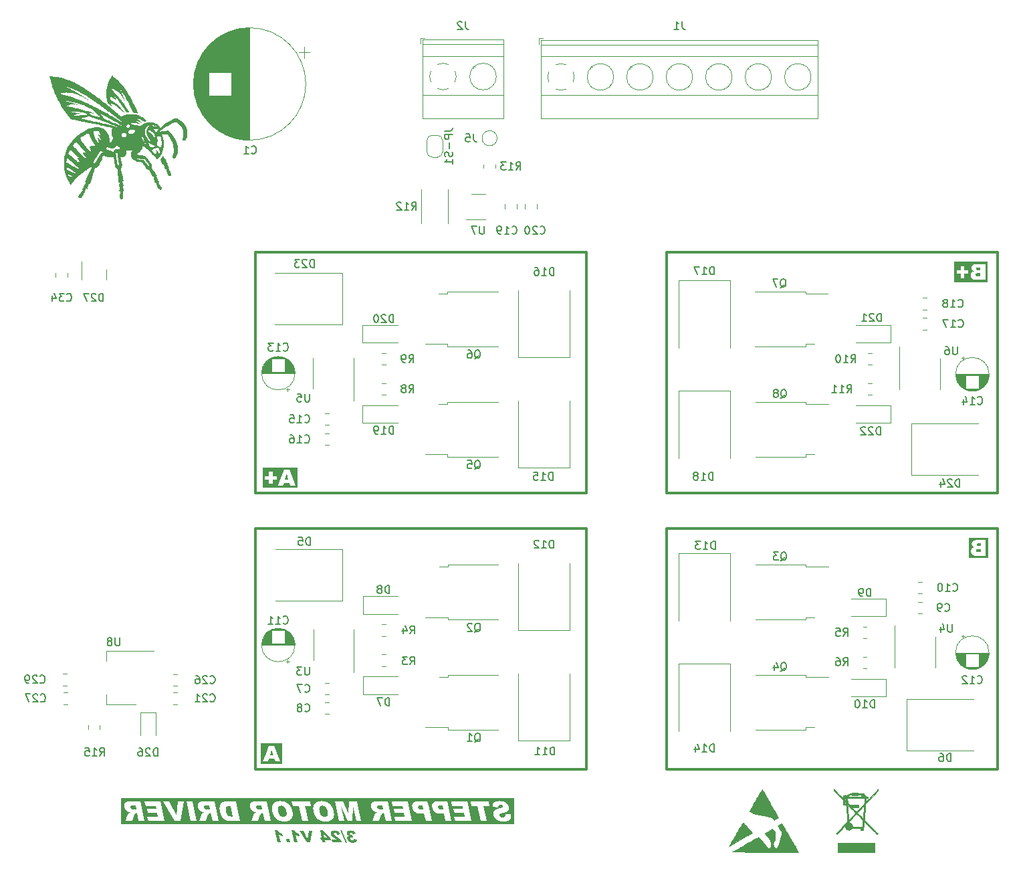
<source format=gbr>
%TF.GenerationSoftware,KiCad,Pcbnew,7.0.10*%
%TF.CreationDate,2024-06-18T13:30:52+03:00*%
%TF.ProjectId,driver-bridge-side,64726976-6572-42d6-9272-696467652d73,rev?*%
%TF.SameCoordinates,Original*%
%TF.FileFunction,Legend,Bot*%
%TF.FilePolarity,Positive*%
%FSLAX46Y46*%
G04 Gerber Fmt 4.6, Leading zero omitted, Abs format (unit mm)*
G04 Created by KiCad (PCBNEW 7.0.10) date 2024-06-18 13:30:52*
%MOMM*%
%LPD*%
G01*
G04 APERTURE LIST*
%ADD10C,0.300000*%
%ADD11C,0.200000*%
%ADD12C,0.150000*%
%ADD13C,0.120000*%
%ADD14C,0.010000*%
G04 APERTURE END LIST*
D10*
X98425000Y-79375000D02*
X140335000Y-79375000D01*
X140335000Y-109855000D01*
X98425000Y-109855000D01*
X98425000Y-79375000D01*
X98425000Y-44450000D02*
X140335000Y-44450000D01*
X140335000Y-74930000D01*
X98425000Y-74930000D01*
X98425000Y-44450000D01*
X46355000Y-79375000D02*
X88265000Y-79375000D01*
X88265000Y-109855000D01*
X46355000Y-109855000D01*
X46355000Y-79375000D01*
X46355000Y-44450000D02*
X88265000Y-44450000D01*
X88265000Y-74930000D01*
X46355000Y-74930000D01*
X46355000Y-44450000D01*
D11*
G36*
X48659030Y-108098422D02*
G01*
X48214996Y-108098422D01*
X48437745Y-107390118D01*
X48659030Y-108098422D01*
G37*
G36*
X49812783Y-109165714D02*
G01*
X47049031Y-109165714D01*
X47049031Y-108880000D01*
X47334745Y-108880000D01*
X47985896Y-108880000D01*
X48084570Y-108536106D01*
X48793363Y-108536106D01*
X48891060Y-108880000D01*
X49527069Y-108880000D01*
X48770404Y-106879162D01*
X48091409Y-106879162D01*
X47630317Y-108098422D01*
X47334745Y-108880000D01*
X47049031Y-108880000D01*
X47049031Y-106593448D01*
X49812783Y-106593448D01*
X49812783Y-109165714D01*
G37*
G36*
X138229689Y-82376053D02*
G01*
X137912173Y-82376053D01*
X137892454Y-82375832D01*
X137864264Y-82374670D01*
X137837740Y-82372512D01*
X137812882Y-82369358D01*
X137789689Y-82365207D01*
X137768163Y-82360061D01*
X137748302Y-82353919D01*
X137730106Y-82346780D01*
X137708438Y-82335713D01*
X137689730Y-82322875D01*
X137685516Y-82319389D01*
X137670060Y-82304498D01*
X137656665Y-82288401D01*
X137645330Y-82271098D01*
X137636057Y-82252588D01*
X137628844Y-82232873D01*
X137623692Y-82211953D01*
X137620601Y-82189826D01*
X137619570Y-82166493D01*
X137620593Y-82144816D01*
X137623661Y-82124239D01*
X137628775Y-82104760D01*
X137635935Y-82086381D01*
X137645140Y-82069101D01*
X137656390Y-82052920D01*
X137669686Y-82037838D01*
X137685027Y-82023855D01*
X137702811Y-82011147D01*
X137723679Y-82000133D01*
X137747630Y-81990814D01*
X137767617Y-81984936D01*
X137789338Y-81980012D01*
X137812794Y-81976040D01*
X137837984Y-81973022D01*
X137864909Y-81970957D01*
X137893569Y-81969845D01*
X137913639Y-81969633D01*
X138229689Y-81969633D01*
X138229689Y-82376053D01*
G37*
G36*
X138229689Y-81594476D02*
G01*
X137959068Y-81594476D01*
X137932551Y-81594081D01*
X137907588Y-81592896D01*
X137884179Y-81590921D01*
X137862325Y-81588156D01*
X137842025Y-81584601D01*
X137817375Y-81578633D01*
X137795489Y-81571260D01*
X137776365Y-81562482D01*
X137756346Y-81549535D01*
X137739881Y-81534361D01*
X137726207Y-81517231D01*
X137715324Y-81498144D01*
X137707231Y-81477102D01*
X137701928Y-81454104D01*
X137699696Y-81434298D01*
X137699193Y-81418621D01*
X137700589Y-81394738D01*
X137704775Y-81372549D01*
X137711751Y-81352053D01*
X137721519Y-81333251D01*
X137734077Y-81316142D01*
X137749425Y-81300726D01*
X137756346Y-81295034D01*
X137776258Y-81282228D01*
X137795141Y-81273546D01*
X137816650Y-81266253D01*
X137840784Y-81260350D01*
X137860607Y-81256833D01*
X137881908Y-81254098D01*
X137904686Y-81252145D01*
X137928940Y-81250973D01*
X137954672Y-81250582D01*
X138229689Y-81250582D01*
X138229689Y-81594476D01*
G37*
G36*
X139143107Y-83130714D02*
G01*
X136710060Y-83130714D01*
X136710060Y-82256374D01*
X136995774Y-82256374D01*
X136996058Y-82276337D01*
X136996911Y-82296048D01*
X136999257Y-82325143D01*
X137002882Y-82353671D01*
X137007786Y-82381632D01*
X137013970Y-82409026D01*
X137021433Y-82435854D01*
X137030176Y-82462114D01*
X137040198Y-82487809D01*
X137051500Y-82512936D01*
X137064081Y-82537497D01*
X137068558Y-82545558D01*
X137082678Y-82569174D01*
X137097742Y-82591846D01*
X137113750Y-82613573D01*
X137130703Y-82634355D01*
X137148600Y-82654193D01*
X137167442Y-82673087D01*
X137187229Y-82691036D01*
X137207960Y-82708040D01*
X137229636Y-82724100D01*
X137252256Y-82739216D01*
X137267861Y-82748768D01*
X137288652Y-82760087D01*
X137311946Y-82770597D01*
X137331060Y-82777949D01*
X137351582Y-82784845D01*
X137373513Y-82791287D01*
X137396851Y-82797273D01*
X137421598Y-82802804D01*
X137447753Y-82807880D01*
X137475316Y-82812501D01*
X137504288Y-82816667D01*
X137529992Y-82820098D01*
X137554594Y-82823308D01*
X137578093Y-82826296D01*
X137600489Y-82829063D01*
X137621782Y-82831608D01*
X137641972Y-82833932D01*
X137670189Y-82837003D01*
X137695925Y-82839577D01*
X137719179Y-82841652D01*
X137739952Y-82843229D01*
X137763788Y-82844557D01*
X137783213Y-82845000D01*
X138857393Y-82845000D01*
X138857393Y-80844162D01*
X137692355Y-80844162D01*
X137656491Y-80844700D01*
X137621685Y-80846314D01*
X137587935Y-80849005D01*
X137555243Y-80852772D01*
X137523608Y-80857615D01*
X137493030Y-80863534D01*
X137463509Y-80870529D01*
X137435045Y-80878600D01*
X137407638Y-80887748D01*
X137381289Y-80897972D01*
X137355996Y-80909272D01*
X137331761Y-80921648D01*
X137308582Y-80935101D01*
X137286461Y-80949629D01*
X137265397Y-80965234D01*
X137245390Y-80981915D01*
X137226521Y-80999390D01*
X137208868Y-81017376D01*
X137192433Y-81035874D01*
X137177216Y-81054883D01*
X137163216Y-81074403D01*
X137150433Y-81094435D01*
X137138868Y-81114978D01*
X137128520Y-81136032D01*
X137119390Y-81157598D01*
X137111477Y-81179675D01*
X137104781Y-81202264D01*
X137099303Y-81225364D01*
X137095042Y-81248976D01*
X137091998Y-81273098D01*
X137090172Y-81297733D01*
X137089563Y-81322878D01*
X137089998Y-81343999D01*
X137091304Y-81364743D01*
X137093479Y-81385108D01*
X137096524Y-81405096D01*
X137099225Y-81418621D01*
X137100440Y-81424706D01*
X137105225Y-81443939D01*
X137110881Y-81462793D01*
X137117407Y-81481270D01*
X137124803Y-81499368D01*
X137133069Y-81517089D01*
X137142205Y-81534432D01*
X137152212Y-81551398D01*
X137163088Y-81567985D01*
X137174835Y-81584195D01*
X137187451Y-81600027D01*
X137200938Y-81615481D01*
X137215461Y-81630389D01*
X137231186Y-81644704D01*
X137248113Y-81658427D01*
X137266243Y-81671558D01*
X137285574Y-81684096D01*
X137306108Y-81696041D01*
X137327843Y-81707394D01*
X137350781Y-81718155D01*
X137374921Y-81728323D01*
X137400263Y-81737898D01*
X137417826Y-81743953D01*
X137391104Y-81750969D01*
X137365283Y-81758584D01*
X137340363Y-81766799D01*
X137316343Y-81775613D01*
X137293224Y-81785026D01*
X137271005Y-81795038D01*
X137249687Y-81805649D01*
X137229270Y-81816859D01*
X137209754Y-81828669D01*
X137191138Y-81841077D01*
X137173423Y-81854085D01*
X137156608Y-81867692D01*
X137140694Y-81881898D01*
X137125681Y-81896704D01*
X137111568Y-81912108D01*
X137098356Y-81928112D01*
X137085934Y-81944678D01*
X137074313Y-81961772D01*
X137063494Y-81979391D01*
X137053476Y-81997538D01*
X137044260Y-82016211D01*
X137035845Y-82035411D01*
X137028232Y-82055137D01*
X137021420Y-82075390D01*
X137015409Y-82096170D01*
X137010200Y-82117476D01*
X137005792Y-82139309D01*
X137002185Y-82161669D01*
X137001594Y-82166493D01*
X136999380Y-82184555D01*
X136997377Y-82207968D01*
X136996175Y-82231908D01*
X136995774Y-82256374D01*
X136710060Y-82256374D01*
X136710060Y-80558448D01*
X139143107Y-80558448D01*
X139143107Y-83130714D01*
G37*
G36*
X58706099Y-118069870D02*
G01*
X59080890Y-118003925D01*
X59069488Y-117979874D01*
X59057540Y-117956538D01*
X59045045Y-117933918D01*
X59032003Y-117912013D01*
X59018415Y-117890824D01*
X59004280Y-117870351D01*
X58989598Y-117850593D01*
X58974369Y-117831550D01*
X58958594Y-117813224D01*
X58942272Y-117795612D01*
X58925404Y-117778717D01*
X58907989Y-117762537D01*
X58890027Y-117747072D01*
X58871518Y-117732323D01*
X58852463Y-117718290D01*
X58832861Y-117704972D01*
X58812578Y-117692372D01*
X58791571Y-117680585D01*
X58769839Y-117669612D01*
X58747384Y-117659451D01*
X58724204Y-117650103D01*
X58700300Y-117641568D01*
X58675672Y-117633845D01*
X58650320Y-117626936D01*
X58624244Y-117620839D01*
X58597444Y-117615556D01*
X58569919Y-117611085D01*
X58541670Y-117607427D01*
X58512697Y-117604582D01*
X58497940Y-117603464D01*
X58483001Y-117602550D01*
X58467880Y-117601839D01*
X58452579Y-117601331D01*
X58437097Y-117601026D01*
X58421434Y-117600924D01*
X58403523Y-117601029D01*
X58385968Y-117601342D01*
X58368770Y-117601864D01*
X58351928Y-117602596D01*
X58335442Y-117603536D01*
X58319313Y-117604685D01*
X58303540Y-117606043D01*
X58288123Y-117607610D01*
X58273063Y-117609386D01*
X58258359Y-117611371D01*
X58230020Y-117615968D01*
X58203107Y-117621400D01*
X58177619Y-117627669D01*
X58153556Y-117634773D01*
X58130919Y-117642713D01*
X58109707Y-117651488D01*
X58089920Y-117661099D01*
X58071559Y-117671547D01*
X58054623Y-117682829D01*
X58039113Y-117694948D01*
X58025028Y-117707903D01*
X58012205Y-117721445D01*
X58000482Y-117735420D01*
X57989857Y-117749827D01*
X57980332Y-117764666D01*
X57971905Y-117779937D01*
X57964578Y-117795641D01*
X57958350Y-117811777D01*
X57953221Y-117828345D01*
X57949191Y-117845345D01*
X57946260Y-117862777D01*
X57944428Y-117880642D01*
X57943695Y-117898939D01*
X57944062Y-117917668D01*
X57945527Y-117936829D01*
X57948092Y-117956422D01*
X57951755Y-117976448D01*
X57955893Y-117994016D01*
X57960887Y-118011275D01*
X57966738Y-118028225D01*
X57973445Y-118044866D01*
X57981009Y-118061198D01*
X57989429Y-118077221D01*
X57998706Y-118092934D01*
X58008839Y-118108339D01*
X58019829Y-118123434D01*
X58031676Y-118138220D01*
X58040049Y-118147906D01*
X58053326Y-118162164D01*
X58067466Y-118176087D01*
X58082469Y-118189676D01*
X58098335Y-118202929D01*
X58115064Y-118215848D01*
X58132656Y-118228432D01*
X58144863Y-118236635D01*
X58157454Y-118244689D01*
X58170429Y-118252595D01*
X58183787Y-118260351D01*
X58197528Y-118267959D01*
X58211653Y-118275418D01*
X58226162Y-118282728D01*
X58211410Y-118286911D01*
X58197380Y-118291216D01*
X58179794Y-118297146D01*
X58163491Y-118303295D01*
X58148470Y-118309660D01*
X58134731Y-118316243D01*
X58119361Y-118324778D01*
X58105995Y-118333653D01*
X58094449Y-118342706D01*
X58080106Y-118355589D01*
X58066966Y-118369399D01*
X58055027Y-118384137D01*
X58044291Y-118399802D01*
X58034757Y-118416394D01*
X58026425Y-118433914D01*
X58020965Y-118447662D01*
X58017701Y-118457117D01*
X58013376Y-118471666D01*
X58009883Y-118486737D01*
X58007220Y-118502329D01*
X58005387Y-118518443D01*
X58004386Y-118535079D01*
X58004215Y-118552236D01*
X58004875Y-118569915D01*
X58006366Y-118588116D01*
X58008688Y-118606838D01*
X58011840Y-118626081D01*
X58014403Y-118639200D01*
X58018139Y-118655783D01*
X58022383Y-118672282D01*
X58027137Y-118688698D01*
X58032401Y-118705032D01*
X58038174Y-118721282D01*
X58044457Y-118737449D01*
X58051249Y-118753533D01*
X58058550Y-118769535D01*
X58066361Y-118785453D01*
X58074682Y-118801288D01*
X58083512Y-118817040D01*
X58092851Y-118832710D01*
X58102700Y-118848296D01*
X58113058Y-118863799D01*
X58123926Y-118879219D01*
X58135304Y-118894556D01*
X58147077Y-118909587D01*
X58159226Y-118924180D01*
X58171750Y-118938335D01*
X58184648Y-118952053D01*
X58197922Y-118965332D01*
X58211570Y-118978173D01*
X58225594Y-118990577D01*
X58239992Y-119002542D01*
X58254766Y-119014070D01*
X58269914Y-119025160D01*
X58285437Y-119035811D01*
X58301335Y-119046025D01*
X58317609Y-119055801D01*
X58334257Y-119065139D01*
X58351280Y-119074039D01*
X58368678Y-119082501D01*
X58386478Y-119090487D01*
X58404799Y-119097957D01*
X58423641Y-119104912D01*
X58443004Y-119111352D01*
X58462888Y-119117277D01*
X58483292Y-119122687D01*
X58504218Y-119127581D01*
X58525665Y-119131960D01*
X58547632Y-119135824D01*
X58570121Y-119139173D01*
X58593130Y-119142007D01*
X58616661Y-119144325D01*
X58640712Y-119146128D01*
X58665284Y-119147416D01*
X58690377Y-119148189D01*
X58715991Y-119148447D01*
X58740764Y-119148259D01*
X58764798Y-119147697D01*
X58788093Y-119146760D01*
X58810650Y-119145447D01*
X58832469Y-119143760D01*
X58853549Y-119141698D01*
X58873891Y-119139261D01*
X58893495Y-119136448D01*
X58912359Y-119133261D01*
X58930486Y-119129699D01*
X58947874Y-119125762D01*
X58964523Y-119121450D01*
X58980434Y-119116763D01*
X58995607Y-119111702D01*
X59010041Y-119106265D01*
X59023737Y-119100453D01*
X59043279Y-119090996D01*
X59061926Y-119080760D01*
X59079678Y-119069744D01*
X59096535Y-119057949D01*
X59112496Y-119045375D01*
X59127563Y-119032022D01*
X59141734Y-119017889D01*
X59155010Y-119002977D01*
X59167391Y-118987286D01*
X59178877Y-118970816D01*
X59186036Y-118959403D01*
X59196085Y-118941539D01*
X59205348Y-118922845D01*
X59213825Y-118903320D01*
X59221516Y-118882964D01*
X59226208Y-118868932D01*
X59230550Y-118854531D01*
X59234542Y-118839761D01*
X59238186Y-118824621D01*
X59241480Y-118809112D01*
X59244426Y-118793234D01*
X59247022Y-118776986D01*
X59249269Y-118760370D01*
X59251166Y-118743384D01*
X59252715Y-118726029D01*
X58832861Y-118679501D01*
X58832160Y-118698783D01*
X58830745Y-118716926D01*
X58828614Y-118733928D01*
X58825769Y-118749791D01*
X58822208Y-118764514D01*
X58816349Y-118782371D01*
X58809220Y-118798202D01*
X58800819Y-118812007D01*
X58791148Y-118823785D01*
X58788531Y-118826413D01*
X58777346Y-118835944D01*
X58765038Y-118844204D01*
X58751609Y-118851194D01*
X58737057Y-118856912D01*
X58721383Y-118861360D01*
X58704588Y-118864537D01*
X58686670Y-118866444D01*
X58667631Y-118867079D01*
X58652310Y-118866567D01*
X58637260Y-118865031D01*
X58622480Y-118862471D01*
X58607971Y-118858887D01*
X58593732Y-118854280D01*
X58579764Y-118848648D01*
X58566066Y-118841992D01*
X58552638Y-118834312D01*
X58539481Y-118825609D01*
X58526595Y-118815881D01*
X58518154Y-118808827D01*
X58505930Y-118797498D01*
X58494537Y-118785493D01*
X58483974Y-118772811D01*
X58474242Y-118759454D01*
X58465341Y-118745420D01*
X58457271Y-118730710D01*
X58450031Y-118715324D01*
X58443622Y-118699261D01*
X58438044Y-118682523D01*
X58433297Y-118665108D01*
X58430593Y-118653122D01*
X58427291Y-118634902D01*
X58425076Y-118617475D01*
X58423950Y-118600839D01*
X58423913Y-118584996D01*
X58424964Y-118569944D01*
X58428058Y-118551108D01*
X58433087Y-118533680D01*
X58440050Y-118517660D01*
X58448949Y-118503049D01*
X58451476Y-118499616D01*
X58462599Y-118486822D01*
X58475267Y-118475733D01*
X58489481Y-118466351D01*
X58505240Y-118458674D01*
X58522545Y-118452704D01*
X58541396Y-118448439D01*
X58556548Y-118446360D01*
X58572569Y-118445241D01*
X58583734Y-118445027D01*
X58599848Y-118445600D01*
X58617966Y-118447317D01*
X58633903Y-118449515D01*
X58651122Y-118452446D01*
X58669623Y-118456110D01*
X58684341Y-118459339D01*
X58699779Y-118462979D01*
X58715940Y-118467032D01*
X58721486Y-118468475D01*
X58636124Y-118159263D01*
X58620187Y-118161187D01*
X58604447Y-118162694D01*
X58589678Y-118163552D01*
X58583367Y-118163660D01*
X58568409Y-118163264D01*
X58553760Y-118162075D01*
X58534709Y-118159259D01*
X58516208Y-118155034D01*
X58498256Y-118149402D01*
X58480854Y-118142360D01*
X58464001Y-118133911D01*
X58447698Y-118124054D01*
X58439752Y-118118597D01*
X58424697Y-118107074D01*
X58411222Y-118095035D01*
X58399326Y-118082481D01*
X58389011Y-118069412D01*
X58380275Y-118055828D01*
X58373120Y-118041729D01*
X58367544Y-118027115D01*
X58363549Y-118011985D01*
X58360871Y-117994134D01*
X58360393Y-117977445D01*
X58362116Y-117961919D01*
X58366039Y-117947556D01*
X58373651Y-117931856D01*
X58382415Y-117920051D01*
X58384431Y-117917829D01*
X58395648Y-117907591D01*
X58408689Y-117899089D01*
X58423554Y-117892321D01*
X58440245Y-117887289D01*
X58454911Y-117884513D01*
X58470744Y-117882847D01*
X58487746Y-117882292D01*
X58505675Y-117882944D01*
X58523009Y-117884902D01*
X58539747Y-117888165D01*
X58555890Y-117892733D01*
X58571437Y-117898607D01*
X58586390Y-117905785D01*
X58600747Y-117914269D01*
X58614508Y-117924057D01*
X58627720Y-117935392D01*
X58640428Y-117948695D01*
X58652633Y-117963968D01*
X58661456Y-117976715D01*
X58669995Y-117990570D01*
X58678251Y-118005532D01*
X58686224Y-118021602D01*
X58693913Y-118038780D01*
X58701319Y-118057065D01*
X58706099Y-118069870D01*
G37*
G36*
X57322341Y-117600924D02*
G01*
X57112415Y-117600924D01*
X57805209Y-119148447D01*
X58012572Y-119148447D01*
X57322341Y-117600924D01*
G37*
G36*
X56139351Y-119125000D02*
G01*
X57371068Y-119125000D01*
X57363238Y-119101502D01*
X57354770Y-119078179D01*
X57345664Y-119055031D01*
X57335920Y-119032057D01*
X57325537Y-119009258D01*
X57314516Y-118986634D01*
X57302857Y-118964184D01*
X57290559Y-118941909D01*
X57277623Y-118919808D01*
X57264049Y-118897882D01*
X57249837Y-118876131D01*
X57234986Y-118854554D01*
X57219497Y-118833152D01*
X57203370Y-118811924D01*
X57186605Y-118790871D01*
X57169201Y-118769993D01*
X57150655Y-118748948D01*
X57130555Y-118727489D01*
X57119923Y-118716603D01*
X57108901Y-118705614D01*
X57097491Y-118694521D01*
X57085693Y-118683324D01*
X57073506Y-118672024D01*
X57060930Y-118660620D01*
X57047966Y-118649112D01*
X57034614Y-118637500D01*
X57020873Y-118625785D01*
X57006743Y-118613966D01*
X56992225Y-118602043D01*
X56977318Y-118590016D01*
X56962022Y-118577886D01*
X56946339Y-118565651D01*
X56930266Y-118553313D01*
X56913805Y-118540872D01*
X56896956Y-118528326D01*
X56879717Y-118515677D01*
X56862091Y-118502924D01*
X56844076Y-118490067D01*
X56825672Y-118477107D01*
X56806880Y-118464043D01*
X56787699Y-118450875D01*
X56768130Y-118437603D01*
X56748172Y-118424227D01*
X56727825Y-118410748D01*
X56707090Y-118397165D01*
X56685967Y-118383478D01*
X56673078Y-118375116D01*
X56660470Y-118366880D01*
X56648142Y-118358772D01*
X56624329Y-118342938D01*
X56601637Y-118327614D01*
X56580067Y-118312799D01*
X56559620Y-118298494D01*
X56540294Y-118284698D01*
X56522090Y-118271412D01*
X56505008Y-118258635D01*
X56489049Y-118246367D01*
X56474211Y-118234609D01*
X56460495Y-118223361D01*
X56447901Y-118212622D01*
X56436430Y-118202392D01*
X56421326Y-118188003D01*
X56412659Y-118179047D01*
X56400892Y-118165991D01*
X56390046Y-118153064D01*
X56380121Y-118140265D01*
X56371117Y-118127596D01*
X56363033Y-118115055D01*
X56353688Y-118098534D01*
X56345980Y-118082242D01*
X56339909Y-118066180D01*
X56335476Y-118050346D01*
X56334623Y-118046423D01*
X56331898Y-118029702D01*
X56330868Y-118013611D01*
X56331532Y-117998149D01*
X56333891Y-117983317D01*
X56337943Y-117969115D01*
X56343691Y-117955542D01*
X56351133Y-117942599D01*
X56360269Y-117930286D01*
X56370807Y-117919037D01*
X56382457Y-117909288D01*
X56395216Y-117901039D01*
X56409087Y-117894290D01*
X56424068Y-117889041D01*
X56440159Y-117885292D01*
X56457361Y-117883042D01*
X56475674Y-117882292D01*
X56495085Y-117883105D01*
X56513936Y-117885543D01*
X56532225Y-117889608D01*
X56549954Y-117895298D01*
X56567121Y-117902614D01*
X56583728Y-117911555D01*
X56599774Y-117922123D01*
X56611440Y-117931115D01*
X56615258Y-117934316D01*
X56626451Y-117944697D01*
X56637360Y-117956469D01*
X56647986Y-117969633D01*
X56658329Y-117984187D01*
X56668388Y-118000132D01*
X56678164Y-118017469D01*
X56687657Y-118036196D01*
X56696866Y-118056315D01*
X56702848Y-118070500D01*
X56708704Y-118085303D01*
X56714434Y-118100725D01*
X56720038Y-118116765D01*
X57124138Y-118081960D01*
X57116442Y-118060146D01*
X57108556Y-118038941D01*
X57100482Y-118018346D01*
X57092219Y-117998361D01*
X57083767Y-117978985D01*
X57075126Y-117960219D01*
X57066296Y-117942062D01*
X57057277Y-117924515D01*
X57048069Y-117907578D01*
X57038672Y-117891251D01*
X57029087Y-117875533D01*
X57019312Y-117860425D01*
X57009349Y-117845926D01*
X56999197Y-117832037D01*
X56988855Y-117818758D01*
X56978325Y-117806088D01*
X56967487Y-117793859D01*
X56956315Y-117781994D01*
X56944807Y-117770492D01*
X56932965Y-117759354D01*
X56920787Y-117748579D01*
X56908275Y-117738168D01*
X56895428Y-117728120D01*
X56882246Y-117718435D01*
X56868729Y-117709115D01*
X56854878Y-117700157D01*
X56840691Y-117691564D01*
X56826170Y-117683333D01*
X56811313Y-117675466D01*
X56796122Y-117667963D01*
X56780596Y-117660823D01*
X56764735Y-117654047D01*
X56748352Y-117647614D01*
X56731350Y-117641596D01*
X56713730Y-117635993D01*
X56695492Y-117630806D01*
X56676636Y-117626033D01*
X56657161Y-117621675D01*
X56637068Y-117617733D01*
X56616357Y-117614205D01*
X56595028Y-117611092D01*
X56573081Y-117608395D01*
X56550515Y-117606112D01*
X56527331Y-117604244D01*
X56503529Y-117602792D01*
X56479108Y-117601754D01*
X56454069Y-117601132D01*
X56428413Y-117600924D01*
X56401762Y-117601119D01*
X56375942Y-117601703D01*
X56350952Y-117602676D01*
X56326792Y-117604038D01*
X56303462Y-117605790D01*
X56280962Y-117607931D01*
X56259292Y-117610461D01*
X56238453Y-117613381D01*
X56218443Y-117616689D01*
X56199263Y-117620387D01*
X56180913Y-117624474D01*
X56163394Y-117628951D01*
X56146704Y-117633817D01*
X56130845Y-117639072D01*
X56115815Y-117644716D01*
X56101616Y-117650750D01*
X56088033Y-117657140D01*
X56074945Y-117663945D01*
X56056243Y-117674930D01*
X56038654Y-117686849D01*
X56022179Y-117699703D01*
X56006819Y-117713490D01*
X55992572Y-117728210D01*
X55979440Y-117743865D01*
X55967422Y-117760453D01*
X55956518Y-117777975D01*
X55946728Y-117796431D01*
X55943713Y-117802791D01*
X55935433Y-117822244D01*
X55928454Y-117842135D01*
X55922776Y-117862464D01*
X55918399Y-117883231D01*
X55915323Y-117904435D01*
X55913548Y-117926078D01*
X55913087Y-117940750D01*
X55913204Y-117955616D01*
X55913900Y-117970677D01*
X55915173Y-117985933D01*
X55917025Y-118001383D01*
X55919455Y-118017028D01*
X55922463Y-118032868D01*
X55926289Y-118049720D01*
X55930712Y-118066482D01*
X55935734Y-118083151D01*
X55941354Y-118099729D01*
X55947572Y-118116215D01*
X55954389Y-118132610D01*
X55961803Y-118148913D01*
X55969816Y-118165125D01*
X55978427Y-118181245D01*
X55987636Y-118197274D01*
X55997444Y-118213210D01*
X56007849Y-118229056D01*
X56018853Y-118244809D01*
X56030455Y-118260471D01*
X56042655Y-118276042D01*
X56055454Y-118291521D01*
X56069076Y-118307048D01*
X56083750Y-118322765D01*
X56099473Y-118338670D01*
X56116247Y-118354764D01*
X56134072Y-118371048D01*
X56152947Y-118387520D01*
X56172872Y-118404181D01*
X56193848Y-118421031D01*
X56215874Y-118438069D01*
X56238951Y-118455297D01*
X56250883Y-118463982D01*
X56263078Y-118472714D01*
X56275535Y-118481493D01*
X56288255Y-118490319D01*
X56301238Y-118499193D01*
X56314483Y-118508114D01*
X56327991Y-118517082D01*
X56341762Y-118526097D01*
X56355795Y-118535159D01*
X56370090Y-118544269D01*
X56384649Y-118553426D01*
X56399470Y-118562630D01*
X56416875Y-118573191D01*
X56433553Y-118583347D01*
X56449504Y-118593100D01*
X56464728Y-118602450D01*
X56479226Y-118611395D01*
X56492996Y-118619938D01*
X56506039Y-118628076D01*
X56524240Y-118639528D01*
X56540806Y-118650071D01*
X56555736Y-118659707D01*
X56569031Y-118668434D01*
X56584212Y-118678658D01*
X56590712Y-118683164D01*
X56603191Y-118692106D01*
X56616266Y-118701711D01*
X56629936Y-118711981D01*
X56644201Y-118722915D01*
X56659062Y-118734512D01*
X56670598Y-118743646D01*
X56682469Y-118753154D01*
X56694675Y-118763035D01*
X56707216Y-118773290D01*
X56066078Y-118773290D01*
X56139351Y-119125000D01*
G37*
G36*
X55857983Y-118518667D02*
G01*
X55930523Y-118867079D01*
X55182408Y-118867079D01*
X55235897Y-119125000D01*
X54878325Y-119125000D01*
X54824836Y-118867079D01*
X54639089Y-118867079D01*
X54565817Y-118515369D01*
X54751563Y-118515369D01*
X54653216Y-118042393D01*
X55010949Y-118042393D01*
X55109135Y-118515369D01*
X55504075Y-118515369D01*
X55010949Y-118042393D01*
X54653216Y-118042393D01*
X54561420Y-117600924D01*
X54918992Y-117600924D01*
X55857983Y-118518667D01*
G37*
G36*
X53608873Y-117624371D02*
G01*
X53131134Y-117624371D01*
X53023423Y-118704413D01*
X52471312Y-117624371D01*
X52007495Y-117624371D01*
X52868085Y-119125000D01*
X53362676Y-119125000D01*
X53608873Y-117624371D01*
G37*
G36*
X50961891Y-117600924D02*
G01*
X51278796Y-119125000D01*
X51694253Y-119125000D01*
X51486891Y-118127023D01*
X51501453Y-118136888D01*
X51515920Y-118146515D01*
X51530293Y-118155904D01*
X51544571Y-118165056D01*
X51558754Y-118173971D01*
X51572844Y-118182648D01*
X51586839Y-118191087D01*
X51600739Y-118199289D01*
X51614545Y-118207253D01*
X51628256Y-118214979D01*
X51641873Y-118222468D01*
X51655396Y-118229720D01*
X51668824Y-118236734D01*
X51682158Y-118243510D01*
X51695397Y-118250049D01*
X51708542Y-118256350D01*
X51728531Y-118265588D01*
X51742316Y-118271707D01*
X51756467Y-118277795D01*
X51770984Y-118283852D01*
X51785867Y-118289877D01*
X51801117Y-118295870D01*
X51816734Y-118301832D01*
X51832716Y-118307763D01*
X51849065Y-118313662D01*
X51865781Y-118319529D01*
X51882862Y-118325365D01*
X51900310Y-118331170D01*
X51918125Y-118336943D01*
X51936306Y-118342685D01*
X51954853Y-118348395D01*
X51964264Y-118351238D01*
X51890991Y-117999528D01*
X51863399Y-117990949D01*
X51836494Y-117982155D01*
X51810276Y-117973146D01*
X51784745Y-117963922D01*
X51759901Y-117954484D01*
X51735744Y-117944831D01*
X51712274Y-117934964D01*
X51689491Y-117924882D01*
X51667394Y-117914585D01*
X51645985Y-117904073D01*
X51625262Y-117893347D01*
X51605227Y-117882406D01*
X51585878Y-117871251D01*
X51567217Y-117859881D01*
X51549242Y-117848296D01*
X51531954Y-117836496D01*
X51515169Y-117824371D01*
X51498701Y-117811898D01*
X51482551Y-117799080D01*
X51466718Y-117785915D01*
X51451204Y-117772404D01*
X51436007Y-117758547D01*
X51421127Y-117744343D01*
X51406566Y-117729793D01*
X51392322Y-117714896D01*
X51378396Y-117699654D01*
X51364787Y-117684064D01*
X51351497Y-117668129D01*
X51338524Y-117651847D01*
X51325868Y-117635219D01*
X51313531Y-117618245D01*
X51301511Y-117600924D01*
X50961891Y-117600924D01*
G37*
G36*
X50681256Y-118702948D02*
G01*
X50242718Y-118702948D01*
X50330646Y-119125000D01*
X50769184Y-119125000D01*
X50681256Y-118702948D01*
G37*
G36*
X48863357Y-117600924D02*
G01*
X49180262Y-119125000D01*
X49595719Y-119125000D01*
X49388357Y-118127023D01*
X49402918Y-118136888D01*
X49417385Y-118146515D01*
X49431758Y-118155904D01*
X49446036Y-118165056D01*
X49460220Y-118173971D01*
X49474309Y-118182648D01*
X49488304Y-118191087D01*
X49502204Y-118199289D01*
X49516010Y-118207253D01*
X49529722Y-118214979D01*
X49543339Y-118222468D01*
X49556861Y-118229720D01*
X49570289Y-118236734D01*
X49583623Y-118243510D01*
X49596862Y-118250049D01*
X49610007Y-118256350D01*
X49629997Y-118265588D01*
X49643781Y-118271707D01*
X49657932Y-118277795D01*
X49672449Y-118283852D01*
X49687333Y-118289877D01*
X49702583Y-118295870D01*
X49718199Y-118301832D01*
X49734182Y-118307763D01*
X49750531Y-118313662D01*
X49767246Y-118319529D01*
X49784328Y-118325365D01*
X49801776Y-118331170D01*
X49819590Y-118336943D01*
X49837771Y-118342685D01*
X49856318Y-118348395D01*
X49865729Y-118351238D01*
X49792456Y-117999528D01*
X49764865Y-117990949D01*
X49737960Y-117982155D01*
X49711742Y-117973146D01*
X49686211Y-117963922D01*
X49661367Y-117954484D01*
X49637210Y-117944831D01*
X49613739Y-117934964D01*
X49590956Y-117924882D01*
X49568860Y-117914585D01*
X49547450Y-117904073D01*
X49526728Y-117893347D01*
X49506692Y-117882406D01*
X49487344Y-117871251D01*
X49468682Y-117859881D01*
X49450707Y-117848296D01*
X49433420Y-117836496D01*
X49416634Y-117824371D01*
X49400166Y-117811898D01*
X49384016Y-117799080D01*
X49368184Y-117785915D01*
X49352669Y-117772404D01*
X49337472Y-117758547D01*
X49322593Y-117744343D01*
X49308031Y-117729793D01*
X49293787Y-117714896D01*
X49279861Y-117699654D01*
X49266253Y-117684064D01*
X49252962Y-117668129D01*
X49239989Y-117651847D01*
X49227334Y-117635219D01*
X49214996Y-117618245D01*
X49202976Y-117600924D01*
X48863357Y-117600924D01*
G37*
G36*
X50564030Y-73173422D02*
G01*
X50119996Y-73173422D01*
X50342745Y-72465118D01*
X50564030Y-73173422D01*
G37*
G36*
X51717783Y-74240714D02*
G01*
X47299041Y-74240714D01*
X47299041Y-73955000D01*
X49239745Y-73955000D01*
X49890896Y-73955000D01*
X49989570Y-73611106D01*
X50698363Y-73611106D01*
X50796060Y-73955000D01*
X51432069Y-73955000D01*
X50675404Y-71954162D01*
X49996409Y-71954162D01*
X49535317Y-73173422D01*
X49239745Y-73955000D01*
X47299041Y-73955000D01*
X47299041Y-73173422D01*
X47584755Y-73173422D01*
X48113785Y-73173422D01*
X48113785Y-73704895D01*
X48557819Y-73704895D01*
X48557819Y-73173422D01*
X49083918Y-73173422D01*
X49083918Y-72735739D01*
X48557819Y-72735739D01*
X48557819Y-72204267D01*
X48113785Y-72204267D01*
X48113785Y-72735739D01*
X47584755Y-72735739D01*
X47584755Y-73173422D01*
X47299041Y-73173422D01*
X47299041Y-71668448D01*
X51717783Y-71668448D01*
X51717783Y-74240714D01*
G37*
G36*
X49678597Y-114461696D02*
G01*
X49706706Y-114463614D01*
X49734372Y-114466810D01*
X49761594Y-114471284D01*
X49788372Y-114477037D01*
X49814707Y-114484069D01*
X49840598Y-114492379D01*
X49866046Y-114501967D01*
X49891050Y-114512834D01*
X49915610Y-114524980D01*
X49939727Y-114538403D01*
X49963399Y-114553106D01*
X49986629Y-114569086D01*
X50009414Y-114586346D01*
X50031756Y-114604883D01*
X50053655Y-114624699D01*
X50074962Y-114645992D01*
X50095529Y-114668959D01*
X50115357Y-114693600D01*
X50134446Y-114719916D01*
X50152795Y-114747906D01*
X50170405Y-114777571D01*
X50187275Y-114808910D01*
X50203406Y-114841923D01*
X50218798Y-114876611D01*
X50233450Y-114912973D01*
X50247363Y-114951009D01*
X50260536Y-114990720D01*
X50272970Y-115032106D01*
X50284665Y-115075165D01*
X50295620Y-115119899D01*
X50305836Y-115166308D01*
X50314818Y-115212273D01*
X50322379Y-115256592D01*
X50328519Y-115299265D01*
X50333237Y-115340293D01*
X50336533Y-115379675D01*
X50338408Y-115417411D01*
X50338861Y-115453501D01*
X50337892Y-115487945D01*
X50335502Y-115520744D01*
X50331691Y-115551897D01*
X50326458Y-115581404D01*
X50319803Y-115609265D01*
X50311727Y-115635481D01*
X50302229Y-115660051D01*
X50291310Y-115682975D01*
X50278969Y-115704253D01*
X50258211Y-115733498D01*
X50235091Y-115759866D01*
X50209610Y-115783357D01*
X50181768Y-115803973D01*
X50151564Y-115821711D01*
X50118999Y-115836573D01*
X50095978Y-115844883D01*
X50071906Y-115851915D01*
X50046785Y-115857668D01*
X50020615Y-115862142D01*
X49993396Y-115865339D01*
X49965126Y-115867256D01*
X49935808Y-115867896D01*
X49905430Y-115867271D01*
X49875663Y-115865396D01*
X49846506Y-115862271D01*
X49817960Y-115857897D01*
X49790025Y-115852273D01*
X49762701Y-115845398D01*
X49735986Y-115837275D01*
X49709883Y-115827901D01*
X49684390Y-115817277D01*
X49659508Y-115805404D01*
X49635236Y-115792280D01*
X49611575Y-115777907D01*
X49588525Y-115762284D01*
X49566085Y-115745412D01*
X49544256Y-115727289D01*
X49523037Y-115707916D01*
X49502365Y-115686851D01*
X49482327Y-115663800D01*
X49462923Y-115638765D01*
X49444154Y-115611746D01*
X49426020Y-115582742D01*
X49408520Y-115551754D01*
X49391654Y-115518781D01*
X49375423Y-115483824D01*
X49359826Y-115446882D01*
X49344864Y-115407956D01*
X49330536Y-115367045D01*
X49316843Y-115324150D01*
X49303784Y-115279270D01*
X49291360Y-115232406D01*
X49285385Y-115208230D01*
X49279570Y-115183558D01*
X49273913Y-115158389D01*
X49268414Y-115132725D01*
X49260035Y-115089801D01*
X49253063Y-115048346D01*
X49247498Y-115008361D01*
X49243341Y-114969845D01*
X49240591Y-114932798D01*
X49239248Y-114897221D01*
X49239312Y-114863113D01*
X49240784Y-114830474D01*
X49243663Y-114799304D01*
X49247949Y-114769604D01*
X49253643Y-114741373D01*
X49260743Y-114714611D01*
X49269251Y-114689319D01*
X49279166Y-114665496D01*
X49290489Y-114643142D01*
X49303219Y-114622257D01*
X49324424Y-114593449D01*
X49347970Y-114567474D01*
X49373855Y-114544333D01*
X49402080Y-114524026D01*
X49432645Y-114506552D01*
X49465550Y-114491911D01*
X49488786Y-114483726D01*
X49513062Y-114476799D01*
X49538379Y-114471132D01*
X49564735Y-114466724D01*
X49592131Y-114463575D01*
X49620567Y-114461686D01*
X49650044Y-114461057D01*
X49678597Y-114461696D01*
G37*
G36*
X54907836Y-114461696D02*
G01*
X54935945Y-114463614D01*
X54963611Y-114466810D01*
X54990833Y-114471284D01*
X55017612Y-114477037D01*
X55043946Y-114484069D01*
X55069838Y-114492379D01*
X55095285Y-114501967D01*
X55120289Y-114512834D01*
X55144849Y-114524980D01*
X55168966Y-114538403D01*
X55192639Y-114553106D01*
X55215868Y-114569086D01*
X55238654Y-114586346D01*
X55260996Y-114604883D01*
X55282894Y-114624699D01*
X55304201Y-114645992D01*
X55324768Y-114668959D01*
X55344597Y-114693600D01*
X55363685Y-114719916D01*
X55382034Y-114747906D01*
X55399644Y-114777571D01*
X55416515Y-114808910D01*
X55432646Y-114841923D01*
X55448037Y-114876611D01*
X55462689Y-114912973D01*
X55476602Y-114951009D01*
X55489776Y-114990720D01*
X55502209Y-115032106D01*
X55513904Y-115075165D01*
X55524859Y-115119899D01*
X55535075Y-115166308D01*
X55544058Y-115212273D01*
X55551619Y-115256592D01*
X55557758Y-115299265D01*
X55562476Y-115340293D01*
X55565772Y-115379675D01*
X55567647Y-115417411D01*
X55568100Y-115453501D01*
X55567132Y-115487945D01*
X55564742Y-115520744D01*
X55560930Y-115551897D01*
X55555697Y-115581404D01*
X55549043Y-115609265D01*
X55540966Y-115635481D01*
X55531469Y-115660051D01*
X55520549Y-115682975D01*
X55508208Y-115704253D01*
X55487450Y-115733498D01*
X55464330Y-115759866D01*
X55438849Y-115783357D01*
X55411007Y-115803973D01*
X55380804Y-115821711D01*
X55348239Y-115836573D01*
X55325217Y-115844883D01*
X55301146Y-115851915D01*
X55276025Y-115857668D01*
X55249855Y-115862142D01*
X55222635Y-115865339D01*
X55194366Y-115867256D01*
X55165047Y-115867896D01*
X55134669Y-115867271D01*
X55104902Y-115865396D01*
X55075746Y-115862271D01*
X55047200Y-115857897D01*
X55019265Y-115852273D01*
X54991940Y-115845398D01*
X54965226Y-115837275D01*
X54939122Y-115827901D01*
X54913630Y-115817277D01*
X54888747Y-115805404D01*
X54864476Y-115792280D01*
X54840815Y-115777907D01*
X54817764Y-115762284D01*
X54795324Y-115745412D01*
X54773495Y-115727289D01*
X54752277Y-115707916D01*
X54731604Y-115686851D01*
X54711566Y-115663800D01*
X54692163Y-115638765D01*
X54673394Y-115611746D01*
X54655259Y-115582742D01*
X54637759Y-115551754D01*
X54620894Y-115518781D01*
X54604662Y-115483824D01*
X54589066Y-115446882D01*
X54574103Y-115407956D01*
X54559776Y-115367045D01*
X54546082Y-115324150D01*
X54533023Y-115279270D01*
X54520599Y-115232406D01*
X54514625Y-115208230D01*
X54508809Y-115183558D01*
X54503152Y-115158389D01*
X54497653Y-115132725D01*
X54489274Y-115089801D01*
X54482302Y-115048346D01*
X54476738Y-115008361D01*
X54472580Y-114969845D01*
X54469830Y-114932798D01*
X54468487Y-114897221D01*
X54468552Y-114863113D01*
X54470023Y-114830474D01*
X54472902Y-114799304D01*
X54477189Y-114769604D01*
X54482882Y-114741373D01*
X54489983Y-114714611D01*
X54498491Y-114689319D01*
X54508406Y-114665496D01*
X54519728Y-114643142D01*
X54532458Y-114622257D01*
X54553664Y-114593449D01*
X54577209Y-114567474D01*
X54603094Y-114544333D01*
X54631319Y-114524026D01*
X54661884Y-114506552D01*
X54694789Y-114491911D01*
X54718025Y-114483726D01*
X54742302Y-114476799D01*
X54767618Y-114471132D01*
X54793974Y-114466724D01*
X54821371Y-114463575D01*
X54849807Y-114461686D01*
X54879283Y-114461057D01*
X54907836Y-114461696D01*
G37*
G36*
X31297025Y-114930003D02*
G01*
X30975846Y-114930003D01*
X30947934Y-114928367D01*
X30921950Y-114925194D01*
X30897536Y-114921454D01*
X30869896Y-114916646D01*
X30839032Y-114910769D01*
X30813767Y-114905660D01*
X30786689Y-114899950D01*
X30767629Y-114895809D01*
X30743285Y-114889876D01*
X30719866Y-114881617D01*
X30697370Y-114871033D01*
X30675799Y-114858123D01*
X30655153Y-114842888D01*
X30635430Y-114825327D01*
X30627800Y-114817651D01*
X30609792Y-114797359D01*
X30593930Y-114776173D01*
X30580216Y-114754092D01*
X30568647Y-114731117D01*
X30559226Y-114707247D01*
X30551951Y-114682483D01*
X30549642Y-114672327D01*
X30544605Y-114642979D01*
X30542315Y-114615388D01*
X30542773Y-114589551D01*
X30547209Y-114559725D01*
X30555939Y-114532641D01*
X30568962Y-114508300D01*
X30586279Y-114486702D01*
X30609144Y-114468056D01*
X30632609Y-114455415D01*
X30660673Y-114444796D01*
X30684739Y-114438159D01*
X30711392Y-114432660D01*
X30740631Y-114428299D01*
X30772457Y-114425075D01*
X30806870Y-114422989D01*
X30843870Y-114422041D01*
X30856778Y-114421978D01*
X31191390Y-114421978D01*
X31297025Y-114930003D01*
G37*
G36*
X40624660Y-114930003D02*
G01*
X40303480Y-114930003D01*
X40275568Y-114928367D01*
X40249585Y-114925194D01*
X40225170Y-114921454D01*
X40197530Y-114916646D01*
X40166666Y-114910769D01*
X40141402Y-114905660D01*
X40114323Y-114899950D01*
X40095263Y-114895809D01*
X40070920Y-114889876D01*
X40047500Y-114881617D01*
X40025005Y-114871033D01*
X40003434Y-114858123D01*
X39982787Y-114842888D01*
X39963065Y-114825327D01*
X39955434Y-114817651D01*
X39937426Y-114797359D01*
X39921565Y-114776173D01*
X39907850Y-114754092D01*
X39896282Y-114731117D01*
X39886860Y-114707247D01*
X39879585Y-114682483D01*
X39877277Y-114672327D01*
X39872239Y-114642979D01*
X39869949Y-114615388D01*
X39870407Y-114589551D01*
X39874844Y-114559725D01*
X39883573Y-114532641D01*
X39896597Y-114508300D01*
X39913913Y-114486702D01*
X39936778Y-114468056D01*
X39960243Y-114455415D01*
X39988308Y-114444796D01*
X40012373Y-114438159D01*
X40039026Y-114432660D01*
X40068265Y-114428299D01*
X40100092Y-114425075D01*
X40134504Y-114422989D01*
X40171504Y-114422041D01*
X40184412Y-114421978D01*
X40519025Y-114421978D01*
X40624660Y-114930003D01*
G37*
G36*
X43534813Y-115828817D02*
G01*
X43348578Y-115828817D01*
X43319305Y-115828614D01*
X43291019Y-115828006D01*
X43263720Y-115826992D01*
X43237409Y-115825573D01*
X43212086Y-115823748D01*
X43187750Y-115821518D01*
X43153097Y-115817413D01*
X43120667Y-115812395D01*
X43090458Y-115806465D01*
X43062470Y-115799622D01*
X43036705Y-115791867D01*
X43013162Y-115783200D01*
X42998700Y-115776915D01*
X42971204Y-115762575D01*
X42944585Y-115745812D01*
X42918844Y-115726626D01*
X42900115Y-115710646D01*
X42881879Y-115693302D01*
X42864136Y-115674596D01*
X42846888Y-115654526D01*
X42830133Y-115633094D01*
X42813872Y-115610298D01*
X42803306Y-115594344D01*
X42787716Y-115568426D01*
X42772544Y-115539675D01*
X42757791Y-115508091D01*
X42748188Y-115485460D01*
X42738772Y-115461570D01*
X42729541Y-115436420D01*
X42720496Y-115410012D01*
X42711638Y-115382344D01*
X42702965Y-115353416D01*
X42694479Y-115323229D01*
X42686178Y-115291783D01*
X42678064Y-115259077D01*
X42670136Y-115225112D01*
X42662393Y-115189888D01*
X42658592Y-115171803D01*
X42649213Y-115124443D01*
X42641228Y-115078991D01*
X42634635Y-115035447D01*
X42629436Y-114993811D01*
X42625629Y-114954084D01*
X42623215Y-114916264D01*
X42622194Y-114880353D01*
X42622566Y-114846350D01*
X42624331Y-114814255D01*
X42627489Y-114784068D01*
X42632040Y-114755789D01*
X42637984Y-114729419D01*
X42645321Y-114704956D01*
X42658938Y-114671840D01*
X42675689Y-114643018D01*
X42695746Y-114617483D01*
X42719281Y-114594460D01*
X42746293Y-114573949D01*
X42776783Y-114555949D01*
X42799041Y-114545344D01*
X42822845Y-114535856D01*
X42848195Y-114527484D01*
X42875090Y-114520228D01*
X42903531Y-114514089D01*
X42933518Y-114509066D01*
X42965050Y-114505159D01*
X42998128Y-114502368D01*
X43032751Y-114500694D01*
X43068920Y-114500136D01*
X43258819Y-114500136D01*
X43534813Y-115828817D01*
G37*
G36*
X47233871Y-114930003D02*
G01*
X46912692Y-114930003D01*
X46884780Y-114928367D01*
X46858796Y-114925194D01*
X46834381Y-114921454D01*
X46806742Y-114916646D01*
X46775878Y-114910769D01*
X46750613Y-114905660D01*
X46723535Y-114899950D01*
X46704475Y-114895809D01*
X46680131Y-114889876D01*
X46656711Y-114881617D01*
X46634216Y-114871033D01*
X46612645Y-114858123D01*
X46591998Y-114842888D01*
X46572276Y-114825327D01*
X46564646Y-114817651D01*
X46546638Y-114797359D01*
X46530776Y-114776173D01*
X46517061Y-114754092D01*
X46505493Y-114731117D01*
X46496072Y-114707247D01*
X46488797Y-114682483D01*
X46486488Y-114672327D01*
X46481451Y-114642979D01*
X46479161Y-114615388D01*
X46479619Y-114589551D01*
X46484055Y-114559725D01*
X46492785Y-114532641D01*
X46505808Y-114508300D01*
X46523124Y-114486702D01*
X46545989Y-114468056D01*
X46569455Y-114455415D01*
X46597519Y-114444796D01*
X46621585Y-114438159D01*
X46648238Y-114432660D01*
X46677477Y-114428299D01*
X46709303Y-114425075D01*
X46743716Y-114422989D01*
X46780715Y-114422041D01*
X46793623Y-114421978D01*
X47128236Y-114421978D01*
X47233871Y-114930003D01*
G37*
G36*
X62567437Y-114930003D02*
G01*
X62246258Y-114930003D01*
X62218346Y-114928367D01*
X62192362Y-114925194D01*
X62167947Y-114921454D01*
X62140308Y-114916646D01*
X62109444Y-114910769D01*
X62084179Y-114905660D01*
X62057101Y-114899950D01*
X62038041Y-114895809D01*
X62013697Y-114889876D01*
X61990277Y-114881617D01*
X61967782Y-114871033D01*
X61946211Y-114858123D01*
X61925564Y-114842888D01*
X61905842Y-114825327D01*
X61898212Y-114817651D01*
X61880204Y-114797359D01*
X61864342Y-114776173D01*
X61850627Y-114754092D01*
X61839059Y-114731117D01*
X61829638Y-114707247D01*
X61822363Y-114682483D01*
X61820054Y-114672327D01*
X61815016Y-114642979D01*
X61812727Y-114615388D01*
X61813185Y-114589551D01*
X61817621Y-114559725D01*
X61826351Y-114532641D01*
X61839374Y-114508300D01*
X61856690Y-114486702D01*
X61879555Y-114468056D01*
X61903021Y-114455415D01*
X61931085Y-114444796D01*
X61955151Y-114438159D01*
X61981803Y-114432660D01*
X62011043Y-114428299D01*
X62042869Y-114425075D01*
X62077282Y-114422989D01*
X62114281Y-114422041D01*
X62127189Y-114421978D01*
X62461802Y-114421978D01*
X62567437Y-114930003D01*
G37*
G36*
X67639750Y-114969082D02*
G01*
X67453515Y-114969082D01*
X67426412Y-114968786D01*
X67400211Y-114967899D01*
X67374912Y-114966420D01*
X67350513Y-114964350D01*
X67315607Y-114960135D01*
X67282729Y-114954589D01*
X67251880Y-114947713D01*
X67223059Y-114939506D01*
X67196267Y-114929967D01*
X67171503Y-114919098D01*
X67148768Y-114906898D01*
X67128062Y-114893367D01*
X67103055Y-114873617D01*
X67080549Y-114852532D01*
X67060542Y-114830111D01*
X67043035Y-114806355D01*
X67028027Y-114781263D01*
X67015519Y-114754835D01*
X67005511Y-114727072D01*
X66998002Y-114697972D01*
X66993375Y-114669674D01*
X66991400Y-114642483D01*
X66992078Y-114616399D01*
X66995407Y-114591421D01*
X67001389Y-114567550D01*
X67012597Y-114539268D01*
X67024546Y-114517887D01*
X67035249Y-114502578D01*
X67052747Y-114483687D01*
X67075015Y-114467315D01*
X67102054Y-114453462D01*
X67125463Y-114444725D01*
X67151556Y-114437405D01*
X67180332Y-114431502D01*
X67211791Y-114427015D01*
X67245934Y-114423946D01*
X67282760Y-114422293D01*
X67308801Y-114421978D01*
X67525567Y-114421978D01*
X67639750Y-114969082D01*
G37*
G36*
X70165221Y-114969082D02*
G01*
X69978986Y-114969082D01*
X69951883Y-114968786D01*
X69925682Y-114967899D01*
X69900383Y-114966420D01*
X69875985Y-114964350D01*
X69841078Y-114960135D01*
X69808200Y-114954589D01*
X69777351Y-114947713D01*
X69748530Y-114939506D01*
X69721738Y-114929967D01*
X69696974Y-114919098D01*
X69674239Y-114906898D01*
X69653533Y-114893367D01*
X69628526Y-114873617D01*
X69606020Y-114852532D01*
X69586013Y-114830111D01*
X69568506Y-114806355D01*
X69553498Y-114781263D01*
X69540990Y-114754835D01*
X69530982Y-114727072D01*
X69523473Y-114697972D01*
X69518846Y-114669674D01*
X69516871Y-114642483D01*
X69517549Y-114616399D01*
X69520878Y-114591421D01*
X69526860Y-114567550D01*
X69538068Y-114539268D01*
X69550018Y-114517887D01*
X69560720Y-114502578D01*
X69578218Y-114483687D01*
X69600486Y-114467315D01*
X69627525Y-114453462D01*
X69650934Y-114444725D01*
X69677027Y-114437405D01*
X69705803Y-114431502D01*
X69737262Y-114427015D01*
X69771405Y-114423946D01*
X69808231Y-114422293D01*
X69834272Y-114421978D01*
X70051038Y-114421978D01*
X70165221Y-114969082D01*
G37*
G36*
X79125571Y-116811221D02*
G01*
X29395695Y-116811221D01*
X29395695Y-114439371D01*
X29752838Y-114439371D01*
X29753458Y-114466092D01*
X29755090Y-114493381D01*
X29757733Y-114521237D01*
X29761387Y-114549662D01*
X29766052Y-114578653D01*
X29771729Y-114608213D01*
X29773318Y-114615388D01*
X29777444Y-114634016D01*
X29783750Y-114659370D01*
X29790648Y-114684277D01*
X29798138Y-114708734D01*
X29806219Y-114732743D01*
X29814891Y-114756304D01*
X29824155Y-114779417D01*
X29834011Y-114802081D01*
X29844458Y-114824296D01*
X29861238Y-114856779D01*
X29879348Y-114888253D01*
X29898790Y-114918717D01*
X29919563Y-114948173D01*
X29934150Y-114967250D01*
X29956833Y-114995030D01*
X29980461Y-115021811D01*
X30005033Y-115047594D01*
X30030550Y-115072379D01*
X30057011Y-115096166D01*
X30084417Y-115118955D01*
X30112767Y-115140745D01*
X30142062Y-115161538D01*
X30172301Y-115181332D01*
X30203485Y-115200127D01*
X30224799Y-115212103D01*
X30253336Y-115226739D01*
X30276128Y-115237290D01*
X30300111Y-115247476D01*
X30325286Y-115257297D01*
X30351653Y-115266753D01*
X30379211Y-115275844D01*
X30407960Y-115284570D01*
X30437901Y-115292931D01*
X30469033Y-115300928D01*
X30501356Y-115308559D01*
X30512395Y-115311022D01*
X30489345Y-115319832D01*
X30460633Y-115331562D01*
X30434229Y-115343274D01*
X30410133Y-115354966D01*
X30388347Y-115366639D01*
X30364361Y-115381203D01*
X30343983Y-115395738D01*
X30333487Y-115404445D01*
X30314597Y-115424747D01*
X30298475Y-115445785D01*
X30283762Y-115467120D01*
X30267885Y-115491914D01*
X30254347Y-115514240D01*
X30240064Y-115538778D01*
X30226087Y-115563546D01*
X30213465Y-115586864D01*
X30202197Y-115608731D01*
X30190018Y-115634026D01*
X30179955Y-115657055D01*
X30170675Y-115681699D01*
X30166181Y-115696315D01*
X29947584Y-116415000D01*
X30807929Y-116415000D01*
X31055225Y-115649909D01*
X31063969Y-115623000D01*
X31072799Y-115597917D01*
X31081715Y-115574657D01*
X31093736Y-115546484D01*
X31105910Y-115521554D01*
X31118237Y-115499868D01*
X31133860Y-115477322D01*
X31152922Y-115456957D01*
X31175686Y-115440246D01*
X31200089Y-115426367D01*
X31226132Y-115415321D01*
X31253815Y-115407107D01*
X31283138Y-115401725D01*
X31307777Y-115399459D01*
X31326945Y-115398949D01*
X31394723Y-115398949D01*
X31605993Y-116415000D01*
X32369862Y-116415000D01*
X31849625Y-113913953D01*
X32347880Y-113913953D01*
X32470002Y-114500136D01*
X33746171Y-114500136D01*
X33819443Y-114851845D01*
X32634866Y-114851845D01*
X32740501Y-115359870D01*
X33925078Y-115359870D01*
X34022165Y-115828817D01*
X32708749Y-115828817D01*
X32830870Y-116415000D01*
X34906935Y-116415000D01*
X34386697Y-113913953D01*
X34680399Y-113913953D01*
X36114716Y-116415000D01*
X36939035Y-116415000D01*
X37349363Y-113913953D01*
X37673596Y-113913953D01*
X38193833Y-116415000D01*
X38955870Y-116415000D01*
X38544924Y-114439371D01*
X39080472Y-114439371D01*
X39081093Y-114466092D01*
X39082724Y-114493381D01*
X39085367Y-114521237D01*
X39089021Y-114549662D01*
X39093686Y-114578653D01*
X39099363Y-114608213D01*
X39100952Y-114615388D01*
X39105078Y-114634016D01*
X39111384Y-114659370D01*
X39118282Y-114684277D01*
X39125772Y-114708734D01*
X39133853Y-114732743D01*
X39142525Y-114756304D01*
X39151789Y-114779417D01*
X39161645Y-114802081D01*
X39172092Y-114824296D01*
X39188872Y-114856779D01*
X39206983Y-114888253D01*
X39226424Y-114918717D01*
X39247197Y-114948173D01*
X39261785Y-114967250D01*
X39284468Y-114995030D01*
X39308095Y-115021811D01*
X39332668Y-115047594D01*
X39358184Y-115072379D01*
X39384645Y-115096166D01*
X39412051Y-115118955D01*
X39440402Y-115140745D01*
X39469696Y-115161538D01*
X39499936Y-115181332D01*
X39531120Y-115200127D01*
X39552434Y-115212103D01*
X39580970Y-115226739D01*
X39603762Y-115237290D01*
X39627746Y-115247476D01*
X39652921Y-115257297D01*
X39679287Y-115266753D01*
X39706845Y-115275844D01*
X39735594Y-115284570D01*
X39765535Y-115292931D01*
X39796667Y-115300928D01*
X39828990Y-115308559D01*
X39840030Y-115311022D01*
X39816980Y-115319832D01*
X39788267Y-115331562D01*
X39761863Y-115343274D01*
X39737768Y-115354966D01*
X39715982Y-115366639D01*
X39691996Y-115381203D01*
X39671617Y-115395738D01*
X39661122Y-115404445D01*
X39642231Y-115424747D01*
X39626110Y-115445785D01*
X39611396Y-115467120D01*
X39595520Y-115491914D01*
X39581981Y-115514240D01*
X39567699Y-115538778D01*
X39553722Y-115563546D01*
X39541099Y-115586864D01*
X39529832Y-115608731D01*
X39517652Y-115634026D01*
X39507590Y-115657055D01*
X39498309Y-115681699D01*
X39493815Y-115696315D01*
X39275218Y-116415000D01*
X40135563Y-116415000D01*
X40382859Y-115649909D01*
X40391603Y-115623000D01*
X40400433Y-115597917D01*
X40409349Y-115574657D01*
X40421370Y-115546484D01*
X40433544Y-115521554D01*
X40445871Y-115499868D01*
X40461494Y-115477322D01*
X40480556Y-115456957D01*
X40503320Y-115440246D01*
X40527723Y-115426367D01*
X40553767Y-115415321D01*
X40581450Y-115407107D01*
X40610773Y-115401725D01*
X40635412Y-115399459D01*
X40654579Y-115398949D01*
X40722357Y-115398949D01*
X40933627Y-116415000D01*
X41697496Y-116415000D01*
X41352894Y-114758320D01*
X41847658Y-114758320D01*
X41847858Y-114787617D01*
X41848574Y-114817129D01*
X41849805Y-114846855D01*
X41851551Y-114876797D01*
X41851818Y-114880353D01*
X41853812Y-114906953D01*
X41856588Y-114937323D01*
X41859880Y-114967908D01*
X41863687Y-114998708D01*
X41868008Y-115029723D01*
X41872846Y-115060952D01*
X41878198Y-115092396D01*
X41884066Y-115124054D01*
X41890448Y-115155928D01*
X41895727Y-115180825D01*
X41901108Y-115205370D01*
X41906589Y-115229564D01*
X41912173Y-115253405D01*
X41923643Y-115300033D01*
X41935519Y-115345254D01*
X41947800Y-115389067D01*
X41960487Y-115431474D01*
X41973579Y-115472473D01*
X41987077Y-115512064D01*
X42000980Y-115550249D01*
X42015289Y-115587026D01*
X42030003Y-115622396D01*
X42045123Y-115656358D01*
X42060648Y-115688914D01*
X42076578Y-115720062D01*
X42092915Y-115749803D01*
X42109656Y-115778136D01*
X42126815Y-115805413D01*
X42144404Y-115832137D01*
X42162421Y-115858307D01*
X42180868Y-115883924D01*
X42199745Y-115908987D01*
X42219050Y-115933498D01*
X42238785Y-115957454D01*
X42258950Y-115980858D01*
X42279543Y-116003708D01*
X42300566Y-116026005D01*
X42322019Y-116047748D01*
X42343900Y-116068938D01*
X42366211Y-116089575D01*
X42388952Y-116109658D01*
X42412121Y-116129188D01*
X42435720Y-116148164D01*
X42459548Y-116166399D01*
X42483405Y-116183856D01*
X42507290Y-116200536D01*
X42531204Y-116216438D01*
X42555147Y-116231562D01*
X42579118Y-116245909D01*
X42603117Y-116259478D01*
X42627146Y-116272270D01*
X42651203Y-116284284D01*
X42675288Y-116295521D01*
X42699403Y-116305980D01*
X42723545Y-116315661D01*
X42747717Y-116324565D01*
X42771917Y-116332692D01*
X42796146Y-116340040D01*
X42820403Y-116346612D01*
X42853140Y-116354893D01*
X42885404Y-116362640D01*
X42917196Y-116369853D01*
X42948516Y-116376531D01*
X42979363Y-116382675D01*
X43009739Y-116388285D01*
X43039642Y-116393361D01*
X43069073Y-116397903D01*
X43098031Y-116401910D01*
X43126517Y-116405382D01*
X43154531Y-116408321D01*
X43182073Y-116410725D01*
X43209143Y-116412595D01*
X43235740Y-116413931D01*
X43261865Y-116414732D01*
X43287517Y-116415000D01*
X44418362Y-116415000D01*
X44007415Y-114439371D01*
X45689684Y-114439371D01*
X45690304Y-114466092D01*
X45691936Y-114493381D01*
X45694578Y-114521237D01*
X45698232Y-114549662D01*
X45702898Y-114578653D01*
X45708575Y-114608213D01*
X45710164Y-114615388D01*
X45714289Y-114634016D01*
X45720596Y-114659370D01*
X45727494Y-114684277D01*
X45734983Y-114708734D01*
X45743064Y-114732743D01*
X45751737Y-114756304D01*
X45761001Y-114779417D01*
X45770857Y-114802081D01*
X45781304Y-114824296D01*
X45798083Y-114856779D01*
X45816194Y-114888253D01*
X45835636Y-114918717D01*
X45856408Y-114948173D01*
X45870996Y-114967250D01*
X45893679Y-114995030D01*
X45917307Y-115021811D01*
X45941879Y-115047594D01*
X45967396Y-115072379D01*
X45993857Y-115096166D01*
X46021263Y-115118955D01*
X46049613Y-115140745D01*
X46078908Y-115161538D01*
X46109147Y-115181332D01*
X46140331Y-115200127D01*
X46161645Y-115212103D01*
X46190181Y-115226739D01*
X46212974Y-115237290D01*
X46236957Y-115247476D01*
X46262132Y-115257297D01*
X46288499Y-115266753D01*
X46316057Y-115275844D01*
X46344806Y-115284570D01*
X46374746Y-115292931D01*
X46405878Y-115300928D01*
X46438202Y-115308559D01*
X46449241Y-115311022D01*
X46426191Y-115319832D01*
X46397478Y-115331562D01*
X46371074Y-115343274D01*
X46346979Y-115354966D01*
X46325193Y-115366639D01*
X46301207Y-115381203D01*
X46280829Y-115395738D01*
X46270333Y-115404445D01*
X46251442Y-115424747D01*
X46235321Y-115445785D01*
X46220607Y-115467120D01*
X46204731Y-115491914D01*
X46191193Y-115514240D01*
X46176910Y-115538778D01*
X46162933Y-115563546D01*
X46150311Y-115586864D01*
X46139043Y-115608731D01*
X46126864Y-115634026D01*
X46116801Y-115657055D01*
X46107520Y-115681699D01*
X46103027Y-115696315D01*
X45884429Y-116415000D01*
X46744775Y-116415000D01*
X46992071Y-115649909D01*
X47000815Y-115623000D01*
X47009645Y-115597917D01*
X47018561Y-115574657D01*
X47030582Y-115546484D01*
X47042756Y-115521554D01*
X47055083Y-115499868D01*
X47070705Y-115477322D01*
X47089768Y-115456957D01*
X47112531Y-115440246D01*
X47136935Y-115426367D01*
X47162978Y-115415321D01*
X47190661Y-115407107D01*
X47219984Y-115401725D01*
X47244623Y-115399459D01*
X47263791Y-115398949D01*
X47331568Y-115398949D01*
X47542838Y-116415000D01*
X48306708Y-116415000D01*
X47969827Y-114795438D01*
X48470341Y-114795438D01*
X48470959Y-114828093D01*
X48472335Y-114861272D01*
X48474470Y-114894974D01*
X48474660Y-114897221D01*
X48477363Y-114929199D01*
X48481015Y-114963948D01*
X48485425Y-114999221D01*
X48490594Y-115035017D01*
X48496521Y-115071337D01*
X48503206Y-115108180D01*
X48510651Y-115145547D01*
X48516447Y-115172719D01*
X48522462Y-115199584D01*
X48528697Y-115226142D01*
X48535151Y-115252394D01*
X48541825Y-115278339D01*
X48548718Y-115303978D01*
X48555831Y-115329311D01*
X48563163Y-115354337D01*
X48570714Y-115379056D01*
X48578485Y-115403469D01*
X48586476Y-115427576D01*
X48594685Y-115451376D01*
X48603115Y-115474869D01*
X48611763Y-115498056D01*
X48620631Y-115520937D01*
X48639026Y-115565778D01*
X48658298Y-115609393D01*
X48678448Y-115651783D01*
X48699476Y-115692946D01*
X48721382Y-115732884D01*
X48744165Y-115771596D01*
X48767826Y-115809081D01*
X48792365Y-115845341D01*
X48804963Y-115863011D01*
X48830785Y-115897484D01*
X48857418Y-115930988D01*
X48884862Y-115963525D01*
X48913117Y-115995093D01*
X48942183Y-116025692D01*
X48972060Y-116055323D01*
X49002748Y-116083986D01*
X49034246Y-116111680D01*
X49066556Y-116138406D01*
X49099677Y-116164164D01*
X49133608Y-116188953D01*
X49168351Y-116212774D01*
X49203904Y-116235627D01*
X49240269Y-116257511D01*
X49277444Y-116278426D01*
X49315431Y-116298374D01*
X49354150Y-116317228D01*
X49393674Y-116334867D01*
X49434005Y-116351289D01*
X49475143Y-116366494D01*
X49517086Y-116380484D01*
X49559836Y-116393256D01*
X49603392Y-116404812D01*
X49647754Y-116415152D01*
X49692922Y-116424275D01*
X49738896Y-116432182D01*
X49785677Y-116438873D01*
X49833264Y-116444347D01*
X49881657Y-116448604D01*
X49906156Y-116450277D01*
X49930856Y-116451645D01*
X49955758Y-116452710D01*
X49980861Y-116453470D01*
X50006166Y-116453926D01*
X50031673Y-116454078D01*
X50057571Y-116453947D01*
X50083133Y-116453554D01*
X50108361Y-116452898D01*
X50133253Y-116451979D01*
X50157810Y-116450799D01*
X50205920Y-116447650D01*
X50252688Y-116443452D01*
X50298117Y-116438205D01*
X50342204Y-116431908D01*
X50384952Y-116424562D01*
X50426358Y-116416166D01*
X50466425Y-116406721D01*
X50505150Y-116396226D01*
X50542536Y-116384681D01*
X50578581Y-116372088D01*
X50613285Y-116358444D01*
X50646649Y-116343752D01*
X50678673Y-116328009D01*
X50694182Y-116319745D01*
X50724259Y-116302342D01*
X50753277Y-116283719D01*
X50781236Y-116263874D01*
X50808136Y-116242808D01*
X50833977Y-116220521D01*
X50858759Y-116197013D01*
X50882482Y-116172283D01*
X50905146Y-116146332D01*
X50926751Y-116119160D01*
X50947297Y-116090767D01*
X50966784Y-116061153D01*
X50985212Y-116030317D01*
X51002581Y-115998260D01*
X51018891Y-115964982D01*
X51034142Y-115930483D01*
X51048334Y-115894762D01*
X51061214Y-115857785D01*
X51072529Y-115819667D01*
X51082280Y-115780409D01*
X51090466Y-115740011D01*
X51097087Y-115698474D01*
X51102144Y-115655795D01*
X51105635Y-115611977D01*
X51107563Y-115567019D01*
X51107925Y-115520920D01*
X51106723Y-115473682D01*
X51103956Y-115425303D01*
X51101986Y-115400686D01*
X51099625Y-115375784D01*
X51096872Y-115350597D01*
X51093729Y-115325125D01*
X51090194Y-115299368D01*
X51086268Y-115273326D01*
X51081951Y-115246999D01*
X51077242Y-115220387D01*
X51072143Y-115193490D01*
X51066652Y-115166308D01*
X51058441Y-115128409D01*
X51049684Y-115091039D01*
X51040380Y-115054197D01*
X51030531Y-115017883D01*
X51020135Y-114982097D01*
X51009193Y-114946840D01*
X50997705Y-114912111D01*
X50985670Y-114877911D01*
X50973090Y-114844238D01*
X50959963Y-114811094D01*
X50946290Y-114778479D01*
X50932070Y-114746392D01*
X50917305Y-114714833D01*
X50901993Y-114683802D01*
X50886135Y-114653300D01*
X50869731Y-114623326D01*
X50852781Y-114593880D01*
X50835284Y-114564962D01*
X50817242Y-114536573D01*
X50798653Y-114508713D01*
X50779518Y-114481380D01*
X50759836Y-114454576D01*
X50739609Y-114428300D01*
X50718835Y-114402553D01*
X50697515Y-114377334D01*
X50675649Y-114352643D01*
X50653236Y-114328480D01*
X50630278Y-114304846D01*
X50606773Y-114281740D01*
X50582722Y-114259163D01*
X50558125Y-114237114D01*
X50532981Y-114215593D01*
X50507339Y-114194630D01*
X50481321Y-114174334D01*
X50454927Y-114154702D01*
X50428157Y-114135737D01*
X50401012Y-114117436D01*
X50373491Y-114099802D01*
X50345595Y-114082832D01*
X50317323Y-114066528D01*
X50288675Y-114050890D01*
X50259651Y-114035917D01*
X50230252Y-114021609D01*
X50200477Y-114007967D01*
X50170327Y-113994991D01*
X50139801Y-113982679D01*
X50108899Y-113971034D01*
X50077621Y-113960054D01*
X50045968Y-113949739D01*
X50013939Y-113940090D01*
X49981535Y-113931106D01*
X49948754Y-113922787D01*
X49915599Y-113915135D01*
X49909927Y-113913953D01*
X50976282Y-113913953D01*
X51098404Y-114500136D01*
X51873875Y-114500136D01*
X52271990Y-116415000D01*
X53032807Y-116415000D01*
X52696087Y-114795438D01*
X53699580Y-114795438D01*
X53700198Y-114828093D01*
X53701574Y-114861272D01*
X53703709Y-114894974D01*
X53703899Y-114897221D01*
X53706602Y-114929199D01*
X53710254Y-114963948D01*
X53714664Y-114999221D01*
X53719833Y-115035017D01*
X53725760Y-115071337D01*
X53732446Y-115108180D01*
X53739890Y-115145547D01*
X53745686Y-115172719D01*
X53751701Y-115199584D01*
X53757936Y-115226142D01*
X53764391Y-115252394D01*
X53771064Y-115278339D01*
X53777958Y-115303978D01*
X53785070Y-115329311D01*
X53792402Y-115354337D01*
X53799954Y-115379056D01*
X53807725Y-115403469D01*
X53815715Y-115427576D01*
X53823925Y-115451376D01*
X53832354Y-115474869D01*
X53841003Y-115498056D01*
X53849871Y-115520937D01*
X53868265Y-115565778D01*
X53887538Y-115609393D01*
X53907688Y-115651783D01*
X53928715Y-115692946D01*
X53950621Y-115732884D01*
X53973404Y-115771596D01*
X53997065Y-115809081D01*
X54021604Y-115845341D01*
X54034203Y-115863011D01*
X54060025Y-115897484D01*
X54086658Y-115930988D01*
X54114102Y-115963525D01*
X54142356Y-115995093D01*
X54171422Y-116025692D01*
X54201299Y-116055323D01*
X54231987Y-116083986D01*
X54263486Y-116111680D01*
X54295795Y-116138406D01*
X54328916Y-116164164D01*
X54362848Y-116188953D01*
X54397590Y-116212774D01*
X54433144Y-116235627D01*
X54469508Y-116257511D01*
X54506684Y-116278426D01*
X54544670Y-116298374D01*
X54583389Y-116317228D01*
X54622914Y-116334867D01*
X54663245Y-116351289D01*
X54704382Y-116366494D01*
X54746326Y-116380484D01*
X54789075Y-116393256D01*
X54832631Y-116404812D01*
X54876993Y-116415152D01*
X54922161Y-116424275D01*
X54968136Y-116432182D01*
X55014916Y-116438873D01*
X55062503Y-116444347D01*
X55110896Y-116448604D01*
X55135395Y-116450277D01*
X55160095Y-116451645D01*
X55184997Y-116452710D01*
X55210101Y-116453470D01*
X55235406Y-116453926D01*
X55260912Y-116454078D01*
X55286810Y-116453947D01*
X55312373Y-116453554D01*
X55337600Y-116452898D01*
X55362493Y-116451979D01*
X55387050Y-116450799D01*
X55435159Y-116447650D01*
X55481928Y-116443452D01*
X55527356Y-116438205D01*
X55571444Y-116431908D01*
X55614191Y-116424562D01*
X55655598Y-116416166D01*
X55695664Y-116406721D01*
X55734390Y-116396226D01*
X55771775Y-116384681D01*
X55807820Y-116372088D01*
X55842525Y-116358444D01*
X55875889Y-116343752D01*
X55907912Y-116328009D01*
X55923421Y-116319745D01*
X55953498Y-116302342D01*
X55982516Y-116283719D01*
X56010475Y-116263874D01*
X56037376Y-116242808D01*
X56063217Y-116220521D01*
X56087999Y-116197013D01*
X56111722Y-116172283D01*
X56134386Y-116146332D01*
X56155991Y-116119160D01*
X56176537Y-116090767D01*
X56196024Y-116061153D01*
X56214452Y-116030317D01*
X56231821Y-115998260D01*
X56248130Y-115964982D01*
X56263381Y-115930483D01*
X56277573Y-115894762D01*
X56290453Y-115857785D01*
X56301768Y-115819667D01*
X56311519Y-115780409D01*
X56319705Y-115740011D01*
X56326326Y-115698474D01*
X56331383Y-115655795D01*
X56334875Y-115611977D01*
X56336802Y-115567019D01*
X56337165Y-115520920D01*
X56335962Y-115473682D01*
X56333196Y-115425303D01*
X56331226Y-115400686D01*
X56328864Y-115375784D01*
X56326112Y-115350597D01*
X56322968Y-115325125D01*
X56319433Y-115299368D01*
X56315507Y-115273326D01*
X56311190Y-115246999D01*
X56306482Y-115220387D01*
X56301382Y-115193490D01*
X56295891Y-115166308D01*
X56287680Y-115128409D01*
X56278923Y-115091039D01*
X56269620Y-115054197D01*
X56259770Y-115017883D01*
X56249374Y-114982097D01*
X56238432Y-114946840D01*
X56226944Y-114912111D01*
X56214910Y-114877911D01*
X56202329Y-114844238D01*
X56189202Y-114811094D01*
X56175529Y-114778479D01*
X56161310Y-114746392D01*
X56146544Y-114714833D01*
X56131233Y-114683802D01*
X56115375Y-114653300D01*
X56098971Y-114623326D01*
X56082020Y-114593880D01*
X56064524Y-114564962D01*
X56046481Y-114536573D01*
X56027892Y-114508713D01*
X56008757Y-114481380D01*
X55989076Y-114454576D01*
X55968848Y-114428300D01*
X55948074Y-114402553D01*
X55926754Y-114377334D01*
X55904888Y-114352643D01*
X55882476Y-114328480D01*
X55859517Y-114304846D01*
X55836012Y-114281740D01*
X55811961Y-114259163D01*
X55787364Y-114237114D01*
X55762221Y-114215593D01*
X55736578Y-114194630D01*
X55710560Y-114174334D01*
X55684166Y-114154702D01*
X55657397Y-114135737D01*
X55630252Y-114117436D01*
X55602731Y-114099802D01*
X55574834Y-114082832D01*
X55546562Y-114066528D01*
X55517914Y-114050890D01*
X55488891Y-114035917D01*
X55459491Y-114021609D01*
X55429717Y-114007967D01*
X55399566Y-113994991D01*
X55369040Y-113982679D01*
X55338138Y-113971034D01*
X55306861Y-113960054D01*
X55275207Y-113949739D01*
X55243178Y-113940090D01*
X55210774Y-113931106D01*
X55177994Y-113922787D01*
X55144838Y-113915135D01*
X55139166Y-113913953D01*
X56479684Y-113913953D01*
X56999921Y-116415000D01*
X57622130Y-116415000D01*
X57222793Y-114495251D01*
X58103899Y-116415000D01*
X58666268Y-116415000D01*
X58748090Y-114495251D01*
X59147427Y-116415000D01*
X59770246Y-116415000D01*
X59359300Y-114439371D01*
X61023250Y-114439371D01*
X61023870Y-114466092D01*
X61025501Y-114493381D01*
X61028144Y-114521237D01*
X61031798Y-114549662D01*
X61036464Y-114578653D01*
X61042141Y-114608213D01*
X61043730Y-114615388D01*
X61047855Y-114634016D01*
X61054162Y-114659370D01*
X61061060Y-114684277D01*
X61068549Y-114708734D01*
X61076630Y-114732743D01*
X61085303Y-114756304D01*
X61094567Y-114779417D01*
X61104422Y-114802081D01*
X61114870Y-114824296D01*
X61131649Y-114856779D01*
X61149760Y-114888253D01*
X61169202Y-114918717D01*
X61189974Y-114948173D01*
X61204562Y-114967250D01*
X61227245Y-114995030D01*
X61250873Y-115021811D01*
X61275445Y-115047594D01*
X61300962Y-115072379D01*
X61327423Y-115096166D01*
X61354829Y-115118955D01*
X61383179Y-115140745D01*
X61412474Y-115161538D01*
X61442713Y-115181332D01*
X61473897Y-115200127D01*
X61495211Y-115212103D01*
X61523747Y-115226739D01*
X61546540Y-115237290D01*
X61570523Y-115247476D01*
X61595698Y-115257297D01*
X61622065Y-115266753D01*
X61649622Y-115275844D01*
X61678372Y-115284570D01*
X61708312Y-115292931D01*
X61739444Y-115300928D01*
X61771768Y-115308559D01*
X61782807Y-115311022D01*
X61759757Y-115319832D01*
X61731044Y-115331562D01*
X61704640Y-115343274D01*
X61680545Y-115354966D01*
X61658759Y-115366639D01*
X61634773Y-115381203D01*
X61614394Y-115395738D01*
X61603899Y-115404445D01*
X61585008Y-115424747D01*
X61568887Y-115445785D01*
X61554173Y-115467120D01*
X61538297Y-115491914D01*
X61524759Y-115514240D01*
X61510476Y-115538778D01*
X61496499Y-115563546D01*
X61483877Y-115586864D01*
X61472609Y-115608731D01*
X61460430Y-115634026D01*
X61450367Y-115657055D01*
X61441086Y-115681699D01*
X61436593Y-115696315D01*
X61217995Y-116415000D01*
X62078341Y-116415000D01*
X62325637Y-115649909D01*
X62334381Y-115623000D01*
X62343211Y-115597917D01*
X62352127Y-115574657D01*
X62364148Y-115546484D01*
X62376322Y-115521554D01*
X62388648Y-115499868D01*
X62404271Y-115477322D01*
X62423334Y-115456957D01*
X62446097Y-115440246D01*
X62470501Y-115426367D01*
X62496544Y-115415321D01*
X62524227Y-115407107D01*
X62553550Y-115401725D01*
X62578189Y-115399459D01*
X62597357Y-115398949D01*
X62665134Y-115398949D01*
X62876404Y-116415000D01*
X63640274Y-116415000D01*
X63120037Y-113913953D01*
X63618292Y-113913953D01*
X63740413Y-114500136D01*
X65016582Y-114500136D01*
X65089855Y-114851845D01*
X63905277Y-114851845D01*
X64010912Y-115359870D01*
X65195490Y-115359870D01*
X65292577Y-115828817D01*
X63979161Y-115828817D01*
X64101282Y-116415000D01*
X66177346Y-116415000D01*
X65771595Y-114464344D01*
X66229785Y-114464344D01*
X66230813Y-114504181D01*
X66233715Y-114545325D01*
X66238493Y-114587777D01*
X66245145Y-114631535D01*
X66247216Y-114642483D01*
X66253672Y-114676601D01*
X66264186Y-114723050D01*
X66276188Y-114768211D01*
X66289679Y-114812084D01*
X66304658Y-114854669D01*
X66321125Y-114895966D01*
X66339081Y-114935975D01*
X66358525Y-114974697D01*
X66379457Y-115012130D01*
X66401878Y-115048275D01*
X66425787Y-115083132D01*
X66451185Y-115116701D01*
X66478070Y-115148982D01*
X66506445Y-115179975D01*
X66536307Y-115209680D01*
X66567658Y-115238097D01*
X66600497Y-115265226D01*
X66634756Y-115290884D01*
X66670517Y-115314886D01*
X66707780Y-115337233D01*
X66746547Y-115357924D01*
X66786816Y-115376960D01*
X66828587Y-115394341D01*
X66871862Y-115410067D01*
X66916639Y-115424137D01*
X66962919Y-115436552D01*
X67010701Y-115447311D01*
X67035156Y-115452070D01*
X67059986Y-115456415D01*
X67085192Y-115460347D01*
X67110774Y-115463864D01*
X67136731Y-115466968D01*
X67163064Y-115469658D01*
X67189773Y-115471934D01*
X67216857Y-115473796D01*
X67244317Y-115475245D01*
X67272153Y-115476279D01*
X67300364Y-115476900D01*
X67328951Y-115477107D01*
X67745385Y-115477107D01*
X67940169Y-116415000D01*
X68704649Y-116415000D01*
X68298898Y-114464344D01*
X68755256Y-114464344D01*
X68756284Y-114504181D01*
X68759186Y-114545325D01*
X68763964Y-114587777D01*
X68770616Y-114631535D01*
X68772687Y-114642483D01*
X68779143Y-114676601D01*
X68789657Y-114723050D01*
X68801659Y-114768211D01*
X68815150Y-114812084D01*
X68830129Y-114854669D01*
X68846596Y-114895966D01*
X68864552Y-114935975D01*
X68883996Y-114974697D01*
X68904928Y-115012130D01*
X68927349Y-115048275D01*
X68951258Y-115083132D01*
X68976656Y-115116701D01*
X69003541Y-115148982D01*
X69031916Y-115179975D01*
X69061778Y-115209680D01*
X69093129Y-115238097D01*
X69125968Y-115265226D01*
X69160227Y-115290884D01*
X69195988Y-115314886D01*
X69233251Y-115337233D01*
X69272018Y-115357924D01*
X69312287Y-115376960D01*
X69354059Y-115394341D01*
X69397333Y-115410067D01*
X69442110Y-115424137D01*
X69488390Y-115436552D01*
X69536172Y-115447311D01*
X69560627Y-115452070D01*
X69585457Y-115456415D01*
X69610663Y-115460347D01*
X69636245Y-115463864D01*
X69662202Y-115466968D01*
X69688535Y-115469658D01*
X69715244Y-115471934D01*
X69742328Y-115473796D01*
X69769788Y-115475245D01*
X69797624Y-115476279D01*
X69825835Y-115476900D01*
X69854422Y-115477107D01*
X70270857Y-115477107D01*
X70465640Y-116415000D01*
X71230120Y-116415000D01*
X70709883Y-113913953D01*
X71194705Y-113913953D01*
X71316826Y-114500136D01*
X72592995Y-114500136D01*
X72666268Y-114851845D01*
X71481690Y-114851845D01*
X71587325Y-115359870D01*
X72771903Y-115359870D01*
X72868990Y-115828817D01*
X71555574Y-115828817D01*
X71677695Y-116415000D01*
X73753760Y-116415000D01*
X73233522Y-113913953D01*
X73617594Y-113913953D01*
X73739716Y-114500136D01*
X74515187Y-114500136D01*
X74913302Y-116415000D01*
X75674119Y-116415000D01*
X75280490Y-114521717D01*
X76403632Y-114521717D01*
X76404899Y-114567507D01*
X76408069Y-114614930D01*
X77134081Y-114656451D01*
X77133873Y-114626552D01*
X77135082Y-114598219D01*
X77137708Y-114571454D01*
X77141751Y-114546255D01*
X77149346Y-114515095D01*
X77159459Y-114486721D01*
X77172091Y-114461133D01*
X77187241Y-114438331D01*
X77204911Y-114418314D01*
X77225175Y-114400855D01*
X77248111Y-114385723D01*
X77273719Y-114372919D01*
X77301997Y-114362444D01*
X77332948Y-114354296D01*
X77357913Y-114349713D01*
X77384382Y-114346439D01*
X77412353Y-114344475D01*
X77441826Y-114343820D01*
X77474122Y-114344707D01*
X77504757Y-114347369D01*
X77533732Y-114351806D01*
X77561048Y-114358017D01*
X77586703Y-114366002D01*
X77610698Y-114375763D01*
X77633032Y-114387297D01*
X77653707Y-114400607D01*
X77676817Y-114418949D01*
X77696915Y-114438483D01*
X77714002Y-114459211D01*
X77728077Y-114481130D01*
X77739141Y-114504243D01*
X77747194Y-114528548D01*
X77749572Y-114538604D01*
X77752169Y-114563961D01*
X77748410Y-114591582D01*
X77739235Y-114614560D01*
X77724567Y-114636428D01*
X77716600Y-114645460D01*
X77694875Y-114663542D01*
X77668770Y-114678250D01*
X77642647Y-114689780D01*
X77611869Y-114701100D01*
X77585729Y-114709452D01*
X77556971Y-114717686D01*
X77525594Y-114725803D01*
X77491598Y-114733801D01*
X77479684Y-114736441D01*
X77450194Y-114743199D01*
X77421259Y-114749965D01*
X77392878Y-114756737D01*
X77365052Y-114763517D01*
X77337781Y-114770304D01*
X77311064Y-114777098D01*
X77284901Y-114783900D01*
X77259293Y-114790708D01*
X77234240Y-114797524D01*
X77209741Y-114804347D01*
X77185797Y-114811177D01*
X77139572Y-114824858D01*
X77095565Y-114838568D01*
X77053777Y-114852307D01*
X77014207Y-114866074D01*
X76976855Y-114879870D01*
X76941721Y-114893695D01*
X76908805Y-114907548D01*
X76878108Y-114921429D01*
X76849629Y-114935340D01*
X76823368Y-114949279D01*
X76811069Y-114956259D01*
X76787454Y-114970360D01*
X76764844Y-114984881D01*
X76743242Y-114999822D01*
X76722646Y-115015183D01*
X76703056Y-115030963D01*
X76684473Y-115047163D01*
X76658486Y-115072251D01*
X76634764Y-115098282D01*
X76613306Y-115125259D01*
X76594113Y-115153180D01*
X76577185Y-115182045D01*
X76562521Y-115211855D01*
X76554004Y-115232254D01*
X76542922Y-115263509D01*
X76533718Y-115295451D01*
X76526392Y-115328081D01*
X76520945Y-115361397D01*
X76517376Y-115395400D01*
X76515686Y-115430090D01*
X76515874Y-115465467D01*
X76517940Y-115501531D01*
X76520361Y-115525956D01*
X76523617Y-115550685D01*
X76527707Y-115575720D01*
X76532632Y-115601060D01*
X76539299Y-115630837D01*
X76546934Y-115660327D01*
X76555537Y-115689531D01*
X76565109Y-115718449D01*
X76575649Y-115747081D01*
X76587158Y-115775427D01*
X76599635Y-115803486D01*
X76613080Y-115831259D01*
X76627494Y-115858746D01*
X76642876Y-115885947D01*
X76659226Y-115912861D01*
X76676545Y-115939489D01*
X76694832Y-115965831D01*
X76714088Y-115991887D01*
X76734312Y-116017656D01*
X76755504Y-116043140D01*
X76777505Y-116068022D01*
X76800155Y-116092141D01*
X76823453Y-116115497D01*
X76847400Y-116138089D01*
X76871996Y-116159918D01*
X76897241Y-116180984D01*
X76923135Y-116201287D01*
X76949677Y-116220826D01*
X76976868Y-116239603D01*
X77004708Y-116257616D01*
X77033197Y-116274865D01*
X77062334Y-116291352D01*
X77092120Y-116307075D01*
X77122555Y-116322035D01*
X77153639Y-116336231D01*
X77185372Y-116349665D01*
X77217824Y-116362308D01*
X77251069Y-116374137D01*
X77285106Y-116385149D01*
X77319934Y-116395346D01*
X77355554Y-116404727D01*
X77391967Y-116413292D01*
X77429171Y-116421041D01*
X77467167Y-116427975D01*
X77505955Y-116434093D01*
X77545534Y-116439395D01*
X77585906Y-116443882D01*
X77627069Y-116447552D01*
X77669025Y-116450408D01*
X77711772Y-116452447D01*
X77755311Y-116453670D01*
X77799642Y-116454078D01*
X77838484Y-116453833D01*
X77876469Y-116453098D01*
X77913598Y-116451873D01*
X77949871Y-116450157D01*
X77985287Y-116447951D01*
X78019847Y-116445256D01*
X78053551Y-116442070D01*
X78086399Y-116438393D01*
X78118390Y-116434227D01*
X78149525Y-116429571D01*
X78179804Y-116424424D01*
X78209226Y-116418787D01*
X78237792Y-116412660D01*
X78265502Y-116406043D01*
X78292356Y-116398936D01*
X78318353Y-116391338D01*
X78343494Y-116383251D01*
X78367779Y-116374673D01*
X78391207Y-116365605D01*
X78413779Y-116356047D01*
X78456355Y-116335461D01*
X78495505Y-116312914D01*
X78531231Y-116288406D01*
X78563531Y-116261937D01*
X78592406Y-116233508D01*
X78617856Y-116203119D01*
X78640658Y-116171143D01*
X78661591Y-116138108D01*
X78680653Y-116104014D01*
X78697845Y-116068862D01*
X78713168Y-116032650D01*
X78726620Y-115995379D01*
X78738203Y-115957049D01*
X78747915Y-115917660D01*
X78755758Y-115877212D01*
X78761730Y-115835705D01*
X78765833Y-115793139D01*
X78768065Y-115749514D01*
X78768428Y-115704830D01*
X78766920Y-115659087D01*
X78763543Y-115612285D01*
X78758295Y-115564424D01*
X78024956Y-115516186D01*
X78027332Y-115550441D01*
X78028505Y-115583140D01*
X78028477Y-115614283D01*
X78027246Y-115643869D01*
X78024813Y-115671900D01*
X78021178Y-115698373D01*
X78016341Y-115723291D01*
X78008021Y-115754093D01*
X77997565Y-115782128D01*
X77988320Y-115801339D01*
X77971340Y-115829602D01*
X77951998Y-115855085D01*
X77930295Y-115877787D01*
X77906231Y-115897710D01*
X77879806Y-115914853D01*
X77851019Y-115929216D01*
X77819871Y-115940799D01*
X77786362Y-115949602D01*
X77750491Y-115955626D01*
X77725265Y-115958097D01*
X77698990Y-115959332D01*
X77685459Y-115959487D01*
X77655411Y-115958810D01*
X77626404Y-115956782D01*
X77598438Y-115953401D01*
X77571514Y-115948667D01*
X77545630Y-115942582D01*
X77520788Y-115935143D01*
X77496987Y-115926353D01*
X77474227Y-115916210D01*
X77452508Y-115904714D01*
X77425169Y-115887283D01*
X77418623Y-115882550D01*
X77393818Y-115862925D01*
X77371607Y-115842517D01*
X77351991Y-115821327D01*
X77334970Y-115799355D01*
X77320545Y-115776600D01*
X77308714Y-115753063D01*
X77299479Y-115728744D01*
X77292838Y-115703642D01*
X77288703Y-115674000D01*
X77288891Y-115645372D01*
X77293402Y-115617758D01*
X77302236Y-115591157D01*
X77315393Y-115565570D01*
X77332874Y-115540997D01*
X77341076Y-115531451D01*
X77361522Y-115512503D01*
X77388971Y-115493822D01*
X77414153Y-115479987D01*
X77443274Y-115466302D01*
X77476335Y-115452767D01*
X77500563Y-115443828D01*
X77526543Y-115434955D01*
X77554273Y-115426149D01*
X77583754Y-115417409D01*
X77614985Y-115408737D01*
X77647968Y-115400131D01*
X77682701Y-115391592D01*
X77700724Y-115387348D01*
X77730234Y-115380214D01*
X77759154Y-115372932D01*
X77787483Y-115365502D01*
X77815222Y-115357924D01*
X77842371Y-115350198D01*
X77868929Y-115342325D01*
X77894898Y-115334304D01*
X77920275Y-115326134D01*
X77945063Y-115317817D01*
X77969260Y-115309352D01*
X77992867Y-115300739D01*
X78015883Y-115291979D01*
X78060145Y-115274013D01*
X78102045Y-115255457D01*
X78141585Y-115236308D01*
X78178763Y-115216569D01*
X78213579Y-115196237D01*
X78246034Y-115175314D01*
X78276128Y-115153800D01*
X78303861Y-115131694D01*
X78329232Y-115108997D01*
X78352242Y-115085708D01*
X78373300Y-115061718D01*
X78392513Y-115036916D01*
X78409880Y-115011304D01*
X78425400Y-114984881D01*
X78439074Y-114957647D01*
X78450902Y-114929602D01*
X78460884Y-114900746D01*
X78469020Y-114871079D01*
X78475310Y-114840602D01*
X78479754Y-114809313D01*
X78482351Y-114777213D01*
X78483102Y-114744302D01*
X78482008Y-114710580D01*
X78479067Y-114676048D01*
X78474280Y-114640704D01*
X78467646Y-114604549D01*
X78462199Y-114580590D01*
X78455930Y-114556798D01*
X78448842Y-114533173D01*
X78440932Y-114509714D01*
X78432203Y-114486423D01*
X78422652Y-114463299D01*
X78412282Y-114440341D01*
X78401090Y-114417551D01*
X78389078Y-114394927D01*
X78376246Y-114372471D01*
X78362593Y-114350181D01*
X78348120Y-114328059D01*
X78332826Y-114306103D01*
X78316712Y-114284315D01*
X78299777Y-114262693D01*
X78282022Y-114241238D01*
X78263482Y-114220153D01*
X78244193Y-114199641D01*
X78224155Y-114179700D01*
X78203368Y-114160333D01*
X78181832Y-114141537D01*
X78159547Y-114123315D01*
X78136514Y-114105664D01*
X78112731Y-114088586D01*
X78088199Y-114072081D01*
X78062919Y-114056148D01*
X78036889Y-114040787D01*
X78010111Y-114025999D01*
X77982583Y-114011783D01*
X77954307Y-113998140D01*
X77925282Y-113985069D01*
X77895508Y-113972571D01*
X77864724Y-113960741D01*
X77832825Y-113949673D01*
X77799809Y-113939369D01*
X77765677Y-113929829D01*
X77730429Y-113921051D01*
X77694064Y-113913037D01*
X77656584Y-113905786D01*
X77617987Y-113899298D01*
X77578273Y-113893574D01*
X77537444Y-113888613D01*
X77495498Y-113884415D01*
X77452436Y-113880980D01*
X77408257Y-113878309D01*
X77362963Y-113876400D01*
X77316552Y-113875256D01*
X77269025Y-113874874D01*
X77239742Y-113875047D01*
X77210972Y-113875566D01*
X77182713Y-113876430D01*
X77154965Y-113877641D01*
X77127729Y-113879197D01*
X77101005Y-113881099D01*
X77074793Y-113883347D01*
X77049092Y-113885941D01*
X77023902Y-113888881D01*
X76999225Y-113892166D01*
X76975058Y-113895798D01*
X76928261Y-113904098D01*
X76883510Y-113913782D01*
X76840806Y-113924849D01*
X76800148Y-113937300D01*
X76761537Y-113951134D01*
X76724972Y-113966352D01*
X76690454Y-113982953D01*
X76657982Y-114000937D01*
X76627556Y-114020305D01*
X76599177Y-114041056D01*
X76585755Y-114051950D01*
X76560375Y-114074900D01*
X76536897Y-114099482D01*
X76515323Y-114125695D01*
X76495653Y-114153540D01*
X76477885Y-114183016D01*
X76462022Y-114214123D01*
X76448061Y-114246862D01*
X76436004Y-114281233D01*
X76425850Y-114317235D01*
X76417600Y-114354868D01*
X76411253Y-114394133D01*
X76406809Y-114435030D01*
X76404269Y-114477557D01*
X76403632Y-114521717D01*
X75280490Y-114521717D01*
X75276003Y-114500136D01*
X76052695Y-114500136D01*
X75930574Y-113913953D01*
X73617594Y-113913953D01*
X73233522Y-113913953D01*
X71194705Y-113913953D01*
X70709883Y-113913953D01*
X69444705Y-113913953D01*
X69419150Y-113914147D01*
X69394080Y-113914728D01*
X69369495Y-113915697D01*
X69321782Y-113918798D01*
X69276010Y-113923449D01*
X69232180Y-113929650D01*
X69190291Y-113937402D01*
X69150344Y-113946704D01*
X69112339Y-113957557D01*
X69076275Y-113969960D01*
X69042152Y-113983913D01*
X69009971Y-113999417D01*
X68979732Y-114016471D01*
X68951434Y-114035075D01*
X68925078Y-114055230D01*
X68900663Y-114076935D01*
X68878190Y-114100191D01*
X68867681Y-114112400D01*
X68848087Y-114137860D01*
X68830368Y-114164626D01*
X68814523Y-114192700D01*
X68800553Y-114222080D01*
X68788457Y-114252768D01*
X68778237Y-114284763D01*
X68769891Y-114318065D01*
X68763420Y-114352674D01*
X68758824Y-114388590D01*
X68756102Y-114425813D01*
X68755256Y-114464344D01*
X68298898Y-114464344D01*
X68184412Y-113913953D01*
X66919234Y-113913953D01*
X66893679Y-113914147D01*
X66868608Y-113914728D01*
X66844024Y-113915697D01*
X66796311Y-113918798D01*
X66750539Y-113923449D01*
X66706709Y-113929650D01*
X66664820Y-113937402D01*
X66624873Y-113946704D01*
X66586868Y-113957557D01*
X66550804Y-113969960D01*
X66516681Y-113983913D01*
X66484500Y-113999417D01*
X66454261Y-114016471D01*
X66425963Y-114035075D01*
X66399607Y-114055230D01*
X66375192Y-114076935D01*
X66352719Y-114100191D01*
X66342210Y-114112400D01*
X66322616Y-114137860D01*
X66304896Y-114164626D01*
X66289052Y-114192700D01*
X66275082Y-114222080D01*
X66262986Y-114252768D01*
X66252766Y-114284763D01*
X66244420Y-114318065D01*
X66237949Y-114352674D01*
X66233353Y-114388590D01*
X66230631Y-114425813D01*
X66229785Y-114464344D01*
X65771595Y-114464344D01*
X65657109Y-113913953D01*
X63618292Y-113913953D01*
X63120037Y-113913953D01*
X61851806Y-113913953D01*
X61808390Y-113914194D01*
X61766378Y-113914916D01*
X61725768Y-113916121D01*
X61686560Y-113917807D01*
X61648755Y-113919975D01*
X61612352Y-113922625D01*
X61577352Y-113925757D01*
X61543754Y-113929371D01*
X61511559Y-113933466D01*
X61480766Y-113938043D01*
X61451376Y-113943102D01*
X61423388Y-113948643D01*
X61396803Y-113954665D01*
X61371620Y-113961170D01*
X61347840Y-113968156D01*
X61325462Y-113975624D01*
X61293774Y-113988001D01*
X61263738Y-114002236D01*
X61235356Y-114018327D01*
X61208626Y-114036275D01*
X61183550Y-114056079D01*
X61160126Y-114077741D01*
X61138355Y-114101259D01*
X61118237Y-114126635D01*
X61099773Y-114153867D01*
X61082961Y-114182956D01*
X61072671Y-114203381D01*
X61058811Y-114235160D01*
X61047226Y-114268217D01*
X61037916Y-114302551D01*
X61030882Y-114338162D01*
X61027457Y-114362613D01*
X61025044Y-114387631D01*
X61023641Y-114413217D01*
X61023250Y-114439371D01*
X59359300Y-114439371D01*
X59250009Y-113913953D01*
X58249224Y-113913953D01*
X58177783Y-115429480D01*
X57478027Y-113913953D01*
X56479684Y-113913953D01*
X55139166Y-113913953D01*
X55111306Y-113908147D01*
X55077399Y-113901825D01*
X55043116Y-113896169D01*
X55008458Y-113891178D01*
X54973424Y-113886852D01*
X54938014Y-113883192D01*
X54902228Y-113880198D01*
X54866067Y-113877868D01*
X54829530Y-113876205D01*
X54792618Y-113875207D01*
X54755330Y-113874874D01*
X54717281Y-113875201D01*
X54679917Y-113876181D01*
X54643240Y-113877815D01*
X54607248Y-113880102D01*
X54571942Y-113883043D01*
X54537321Y-113886638D01*
X54503387Y-113890886D01*
X54470138Y-113895787D01*
X54437575Y-113901342D01*
X54405697Y-113907551D01*
X54374506Y-113914413D01*
X54344000Y-113921929D01*
X54314180Y-113930098D01*
X54285045Y-113938921D01*
X54256597Y-113948397D01*
X54228834Y-113958527D01*
X54201756Y-113969310D01*
X54175365Y-113980747D01*
X54149659Y-113992838D01*
X54124639Y-114005582D01*
X54100305Y-114018980D01*
X54076657Y-114033031D01*
X54053694Y-114047735D01*
X54031417Y-114063094D01*
X54009825Y-114079105D01*
X53988920Y-114095771D01*
X53968700Y-114113089D01*
X53949166Y-114131062D01*
X53930318Y-114149688D01*
X53912155Y-114168967D01*
X53894678Y-114188900D01*
X53877887Y-114209487D01*
X53861818Y-114230623D01*
X53846508Y-114252284D01*
X53831956Y-114274468D01*
X53818162Y-114297175D01*
X53805127Y-114320407D01*
X53792851Y-114344161D01*
X53781333Y-114368439D01*
X53770573Y-114393241D01*
X53760572Y-114418566D01*
X53751329Y-114444415D01*
X53742845Y-114470788D01*
X53735120Y-114497684D01*
X53728153Y-114525103D01*
X53721944Y-114553046D01*
X53716494Y-114581513D01*
X53711802Y-114610503D01*
X53707869Y-114640016D01*
X53704694Y-114670054D01*
X53702278Y-114700614D01*
X53700620Y-114731699D01*
X53699721Y-114763307D01*
X53699580Y-114795438D01*
X52696087Y-114795438D01*
X52634691Y-114500136D01*
X53411383Y-114500136D01*
X53289262Y-113913953D01*
X50976282Y-113913953D01*
X49909927Y-113913953D01*
X49882067Y-113908147D01*
X49848160Y-113901825D01*
X49813877Y-113896169D01*
X49779219Y-113891178D01*
X49744184Y-113886852D01*
X49708775Y-113883192D01*
X49672989Y-113880198D01*
X49636828Y-113877868D01*
X49600291Y-113876205D01*
X49563378Y-113875207D01*
X49526090Y-113874874D01*
X49488041Y-113875201D01*
X49450678Y-113876181D01*
X49414000Y-113877815D01*
X49378009Y-113880102D01*
X49342702Y-113883043D01*
X49308082Y-113886638D01*
X49274147Y-113890886D01*
X49240899Y-113895787D01*
X49208335Y-113901342D01*
X49176458Y-113907551D01*
X49145266Y-113914413D01*
X49114761Y-113921929D01*
X49084940Y-113930098D01*
X49055806Y-113938921D01*
X49027357Y-113948397D01*
X48999594Y-113958527D01*
X48972517Y-113969310D01*
X48946126Y-113980747D01*
X48920420Y-113992838D01*
X48895400Y-114005582D01*
X48871066Y-114018980D01*
X48847417Y-114033031D01*
X48824454Y-114047735D01*
X48802177Y-114063094D01*
X48780586Y-114079105D01*
X48759681Y-114095771D01*
X48739461Y-114113089D01*
X48719927Y-114131062D01*
X48701078Y-114149688D01*
X48682916Y-114168967D01*
X48665439Y-114188900D01*
X48648648Y-114209487D01*
X48632579Y-114230623D01*
X48617268Y-114252284D01*
X48602716Y-114274468D01*
X48588923Y-114297175D01*
X48575888Y-114320407D01*
X48563611Y-114344161D01*
X48552093Y-114368439D01*
X48541334Y-114393241D01*
X48531333Y-114418566D01*
X48522090Y-114444415D01*
X48513606Y-114470788D01*
X48505880Y-114497684D01*
X48498913Y-114525103D01*
X48492705Y-114553046D01*
X48487254Y-114581513D01*
X48482563Y-114610503D01*
X48478630Y-114640016D01*
X48475455Y-114670054D01*
X48473039Y-114700614D01*
X48471381Y-114731699D01*
X48470482Y-114763307D01*
X48470341Y-114795438D01*
X47969827Y-114795438D01*
X47786471Y-113913953D01*
X46518240Y-113913953D01*
X46474824Y-113914194D01*
X46432812Y-113914916D01*
X46392202Y-113916121D01*
X46352994Y-113917807D01*
X46315189Y-113919975D01*
X46278786Y-113922625D01*
X46243786Y-113925757D01*
X46210188Y-113929371D01*
X46177993Y-113933466D01*
X46147200Y-113938043D01*
X46117810Y-113943102D01*
X46089822Y-113948643D01*
X46063237Y-113954665D01*
X46038054Y-113961170D01*
X46014274Y-113968156D01*
X45991896Y-113975624D01*
X45960208Y-113988001D01*
X45930172Y-114002236D01*
X45901790Y-114018327D01*
X45875060Y-114036275D01*
X45849984Y-114056079D01*
X45826560Y-114077741D01*
X45804789Y-114101259D01*
X45784671Y-114126635D01*
X45766207Y-114153867D01*
X45749395Y-114182956D01*
X45739105Y-114203381D01*
X45725245Y-114235160D01*
X45713660Y-114268217D01*
X45704350Y-114302551D01*
X45697317Y-114338162D01*
X45693891Y-114362613D01*
X45691478Y-114387631D01*
X45690075Y-114413217D01*
X45689684Y-114439371D01*
X44007415Y-114439371D01*
X43898124Y-113913953D01*
X42767280Y-113913953D01*
X42726105Y-113914313D01*
X42686079Y-113915393D01*
X42647203Y-113917194D01*
X42609476Y-113919715D01*
X42572900Y-113922957D01*
X42537472Y-113926919D01*
X42503195Y-113931601D01*
X42470067Y-113937003D01*
X42438089Y-113943126D01*
X42407260Y-113949969D01*
X42377582Y-113957532D01*
X42349052Y-113965816D01*
X42321673Y-113974820D01*
X42295443Y-113984545D01*
X42270363Y-113994989D01*
X42246432Y-114006154D01*
X42223422Y-114017992D01*
X42201104Y-114030455D01*
X42179478Y-114043542D01*
X42158543Y-114057255D01*
X42138300Y-114071592D01*
X42118749Y-114086554D01*
X42099889Y-114102141D01*
X42072896Y-114126694D01*
X42047460Y-114152652D01*
X42023580Y-114180017D01*
X42001257Y-114208788D01*
X41980490Y-114238964D01*
X41967509Y-114259863D01*
X41961279Y-114270547D01*
X41949253Y-114292293D01*
X41937904Y-114314482D01*
X41927233Y-114337115D01*
X41917239Y-114360192D01*
X41907922Y-114383712D01*
X41899283Y-114407676D01*
X41891321Y-114432084D01*
X41884037Y-114456935D01*
X41877430Y-114482230D01*
X41871500Y-114507969D01*
X41866248Y-114534151D01*
X41861673Y-114560776D01*
X41857776Y-114587846D01*
X41854556Y-114615359D01*
X41852013Y-114643316D01*
X41850148Y-114671716D01*
X41848803Y-114700369D01*
X41847973Y-114729237D01*
X41847658Y-114758320D01*
X41352894Y-114758320D01*
X41177259Y-113913953D01*
X39909028Y-113913953D01*
X39865613Y-113914194D01*
X39823600Y-113914916D01*
X39782990Y-113916121D01*
X39743783Y-113917807D01*
X39705977Y-113919975D01*
X39669575Y-113922625D01*
X39634575Y-113925757D01*
X39600977Y-113929371D01*
X39568782Y-113933466D01*
X39537989Y-113938043D01*
X39508599Y-113943102D01*
X39480611Y-113948643D01*
X39454026Y-113954665D01*
X39428843Y-113961170D01*
X39405063Y-113968156D01*
X39382685Y-113975624D01*
X39350996Y-113988001D01*
X39320961Y-114002236D01*
X39292579Y-114018327D01*
X39265849Y-114036275D01*
X39240772Y-114056079D01*
X39217349Y-114077741D01*
X39195578Y-114101259D01*
X39175460Y-114126635D01*
X39156995Y-114153867D01*
X39140183Y-114182956D01*
X39129893Y-114203381D01*
X39116033Y-114235160D01*
X39104448Y-114268217D01*
X39095139Y-114302551D01*
X39088105Y-114338162D01*
X39084680Y-114362613D01*
X39082266Y-114387631D01*
X39080864Y-114413217D01*
X39080472Y-114439371D01*
X38544924Y-114439371D01*
X38435633Y-113913953D01*
X37673596Y-113913953D01*
X37349363Y-113913953D01*
X36553131Y-113913953D01*
X36373613Y-115714023D01*
X35453428Y-113913953D01*
X34680399Y-113913953D01*
X34386697Y-113913953D01*
X32347880Y-113913953D01*
X31849625Y-113913953D01*
X30581394Y-113913953D01*
X30537979Y-113914194D01*
X30495966Y-113914916D01*
X30455356Y-113916121D01*
X30416148Y-113917807D01*
X30378343Y-113919975D01*
X30341940Y-113922625D01*
X30306940Y-113925757D01*
X30273343Y-113929371D01*
X30241147Y-113933466D01*
X30210355Y-113938043D01*
X30180964Y-113943102D01*
X30152977Y-113948643D01*
X30126391Y-113954665D01*
X30101209Y-113961170D01*
X30077428Y-113968156D01*
X30055051Y-113975624D01*
X30023362Y-113988001D01*
X29993327Y-114002236D01*
X29964944Y-114018327D01*
X29938215Y-114036275D01*
X29913138Y-114056079D01*
X29889714Y-114077741D01*
X29867944Y-114101259D01*
X29847826Y-114126635D01*
X29829361Y-114153867D01*
X29812549Y-114182956D01*
X29802259Y-114203381D01*
X29788399Y-114235160D01*
X29776814Y-114268217D01*
X29767505Y-114302551D01*
X29760471Y-114338162D01*
X29757046Y-114362613D01*
X29754632Y-114387631D01*
X29753229Y-114413217D01*
X29752838Y-114439371D01*
X29395695Y-114439371D01*
X29395695Y-113517731D01*
X79125571Y-113517731D01*
X79125571Y-116811221D01*
G37*
G36*
X138179689Y-47451053D02*
G01*
X137862173Y-47451053D01*
X137842454Y-47450832D01*
X137814264Y-47449670D01*
X137787740Y-47447512D01*
X137762882Y-47444358D01*
X137739689Y-47440207D01*
X137718163Y-47435061D01*
X137698302Y-47428919D01*
X137680106Y-47421780D01*
X137658438Y-47410713D01*
X137639730Y-47397875D01*
X137635516Y-47394389D01*
X137620060Y-47379498D01*
X137606665Y-47363401D01*
X137595330Y-47346098D01*
X137586057Y-47327588D01*
X137578844Y-47307873D01*
X137573692Y-47286953D01*
X137570601Y-47264826D01*
X137569570Y-47241493D01*
X137570593Y-47219816D01*
X137573661Y-47199239D01*
X137578775Y-47179760D01*
X137585935Y-47161381D01*
X137595140Y-47144101D01*
X137606390Y-47127920D01*
X137619686Y-47112838D01*
X137635027Y-47098855D01*
X137652811Y-47086147D01*
X137673679Y-47075133D01*
X137697630Y-47065814D01*
X137717617Y-47059936D01*
X137739338Y-47055012D01*
X137762794Y-47051040D01*
X137787984Y-47048022D01*
X137814909Y-47045957D01*
X137843569Y-47044845D01*
X137863639Y-47044633D01*
X138179689Y-47044633D01*
X138179689Y-47451053D01*
G37*
G36*
X138179689Y-46669476D02*
G01*
X137909068Y-46669476D01*
X137882551Y-46669081D01*
X137857588Y-46667896D01*
X137834179Y-46665921D01*
X137812325Y-46663156D01*
X137792025Y-46659601D01*
X137767375Y-46653633D01*
X137745489Y-46646260D01*
X137726365Y-46637482D01*
X137706346Y-46624535D01*
X137689881Y-46609361D01*
X137676207Y-46592231D01*
X137665324Y-46573144D01*
X137657231Y-46552102D01*
X137651928Y-46529104D01*
X137649696Y-46509298D01*
X137649193Y-46493621D01*
X137650589Y-46469738D01*
X137654775Y-46447549D01*
X137661751Y-46427053D01*
X137671519Y-46408251D01*
X137684077Y-46391142D01*
X137699425Y-46375726D01*
X137706346Y-46370034D01*
X137726258Y-46357228D01*
X137745141Y-46348546D01*
X137766650Y-46341253D01*
X137790784Y-46335350D01*
X137810607Y-46331833D01*
X137831908Y-46329098D01*
X137854686Y-46327145D01*
X137878940Y-46325973D01*
X137904672Y-46325582D01*
X138179689Y-46325582D01*
X138179689Y-46669476D01*
G37*
G36*
X139093107Y-48205714D02*
G01*
X134879041Y-48205714D01*
X134879041Y-47138422D01*
X135164755Y-47138422D01*
X135693785Y-47138422D01*
X135693785Y-47669895D01*
X136137819Y-47669895D01*
X136137819Y-47331374D01*
X136945774Y-47331374D01*
X136946058Y-47351337D01*
X136946911Y-47371048D01*
X136949257Y-47400143D01*
X136952882Y-47428671D01*
X136957786Y-47456632D01*
X136963970Y-47484026D01*
X136971433Y-47510854D01*
X136980176Y-47537114D01*
X136990198Y-47562809D01*
X137001500Y-47587936D01*
X137014081Y-47612497D01*
X137018558Y-47620558D01*
X137032678Y-47644174D01*
X137047742Y-47666846D01*
X137063750Y-47688573D01*
X137080703Y-47709355D01*
X137098600Y-47729193D01*
X137117442Y-47748087D01*
X137137229Y-47766036D01*
X137157960Y-47783040D01*
X137179636Y-47799100D01*
X137202256Y-47814216D01*
X137217861Y-47823768D01*
X137238652Y-47835087D01*
X137261946Y-47845597D01*
X137281060Y-47852949D01*
X137301582Y-47859845D01*
X137323513Y-47866287D01*
X137346851Y-47872273D01*
X137371598Y-47877804D01*
X137397753Y-47882880D01*
X137425316Y-47887501D01*
X137454288Y-47891667D01*
X137479992Y-47895098D01*
X137504594Y-47898308D01*
X137528093Y-47901296D01*
X137550489Y-47904063D01*
X137571782Y-47906608D01*
X137591972Y-47908932D01*
X137620189Y-47912003D01*
X137645925Y-47914577D01*
X137669179Y-47916652D01*
X137689952Y-47918229D01*
X137713788Y-47919557D01*
X137733213Y-47920000D01*
X138807393Y-47920000D01*
X138807393Y-45919162D01*
X137642355Y-45919162D01*
X137606491Y-45919700D01*
X137571685Y-45921314D01*
X137537935Y-45924005D01*
X137505243Y-45927772D01*
X137473608Y-45932615D01*
X137443030Y-45938534D01*
X137413509Y-45945529D01*
X137385045Y-45953600D01*
X137357638Y-45962748D01*
X137331289Y-45972972D01*
X137305996Y-45984272D01*
X137281761Y-45996648D01*
X137258582Y-46010101D01*
X137236461Y-46024629D01*
X137215397Y-46040234D01*
X137195390Y-46056915D01*
X137176521Y-46074390D01*
X137158868Y-46092376D01*
X137142433Y-46110874D01*
X137127216Y-46129883D01*
X137113216Y-46149403D01*
X137100433Y-46169435D01*
X137088868Y-46189978D01*
X137078520Y-46211032D01*
X137069390Y-46232598D01*
X137061477Y-46254675D01*
X137054781Y-46277264D01*
X137049303Y-46300364D01*
X137045042Y-46323976D01*
X137041998Y-46348098D01*
X137040172Y-46372733D01*
X137039563Y-46397878D01*
X137039998Y-46418999D01*
X137041304Y-46439743D01*
X137043479Y-46460108D01*
X137046524Y-46480096D01*
X137049225Y-46493621D01*
X137050440Y-46499706D01*
X137055225Y-46518939D01*
X137060881Y-46537793D01*
X137067407Y-46556270D01*
X137074803Y-46574368D01*
X137083069Y-46592089D01*
X137092205Y-46609432D01*
X137102212Y-46626398D01*
X137113088Y-46642985D01*
X137124835Y-46659195D01*
X137137451Y-46675027D01*
X137150938Y-46690481D01*
X137165461Y-46705389D01*
X137181186Y-46719704D01*
X137198113Y-46733427D01*
X137216243Y-46746558D01*
X137235574Y-46759096D01*
X137256108Y-46771041D01*
X137277843Y-46782394D01*
X137300781Y-46793155D01*
X137324921Y-46803323D01*
X137350263Y-46812898D01*
X137367826Y-46818953D01*
X137341104Y-46825969D01*
X137315283Y-46833584D01*
X137290363Y-46841799D01*
X137266343Y-46850613D01*
X137243224Y-46860026D01*
X137221005Y-46870038D01*
X137199687Y-46880649D01*
X137179270Y-46891859D01*
X137159754Y-46903669D01*
X137141138Y-46916077D01*
X137123423Y-46929085D01*
X137106608Y-46942692D01*
X137090694Y-46956898D01*
X137075681Y-46971704D01*
X137061568Y-46987108D01*
X137048356Y-47003112D01*
X137035934Y-47019678D01*
X137024313Y-47036772D01*
X137013494Y-47054391D01*
X137003476Y-47072538D01*
X136994260Y-47091211D01*
X136985845Y-47110411D01*
X136978232Y-47130137D01*
X136971420Y-47150390D01*
X136965409Y-47171170D01*
X136960200Y-47192476D01*
X136955792Y-47214309D01*
X136952185Y-47236669D01*
X136951594Y-47241493D01*
X136949380Y-47259555D01*
X136947377Y-47282968D01*
X136946175Y-47306908D01*
X136945774Y-47331374D01*
X136137819Y-47331374D01*
X136137819Y-47138422D01*
X136663918Y-47138422D01*
X136663918Y-46700739D01*
X136137819Y-46700739D01*
X136137819Y-46169267D01*
X135693785Y-46169267D01*
X135693785Y-46700739D01*
X135164755Y-46700739D01*
X135164755Y-47138422D01*
X134879041Y-47138422D01*
X134879041Y-45633448D01*
X139093107Y-45633448D01*
X139093107Y-48205714D01*
G37*
D12*
X70342819Y-29059428D02*
X71057104Y-29059428D01*
X71057104Y-29059428D02*
X71199961Y-29011809D01*
X71199961Y-29011809D02*
X71295200Y-28916571D01*
X71295200Y-28916571D02*
X71342819Y-28773714D01*
X71342819Y-28773714D02*
X71342819Y-28678476D01*
X71342819Y-29535619D02*
X70342819Y-29535619D01*
X70342819Y-29535619D02*
X70342819Y-29916571D01*
X70342819Y-29916571D02*
X70390438Y-30011809D01*
X70390438Y-30011809D02*
X70438057Y-30059428D01*
X70438057Y-30059428D02*
X70533295Y-30107047D01*
X70533295Y-30107047D02*
X70676152Y-30107047D01*
X70676152Y-30107047D02*
X70771390Y-30059428D01*
X70771390Y-30059428D02*
X70819009Y-30011809D01*
X70819009Y-30011809D02*
X70866628Y-29916571D01*
X70866628Y-29916571D02*
X70866628Y-29535619D01*
X70961866Y-30535619D02*
X70961866Y-31297524D01*
X71295200Y-31726095D02*
X71342819Y-31868952D01*
X71342819Y-31868952D02*
X71342819Y-32107047D01*
X71342819Y-32107047D02*
X71295200Y-32202285D01*
X71295200Y-32202285D02*
X71247580Y-32249904D01*
X71247580Y-32249904D02*
X71152342Y-32297523D01*
X71152342Y-32297523D02*
X71057104Y-32297523D01*
X71057104Y-32297523D02*
X70961866Y-32249904D01*
X70961866Y-32249904D02*
X70914247Y-32202285D01*
X70914247Y-32202285D02*
X70866628Y-32107047D01*
X70866628Y-32107047D02*
X70819009Y-31916571D01*
X70819009Y-31916571D02*
X70771390Y-31821333D01*
X70771390Y-31821333D02*
X70723771Y-31773714D01*
X70723771Y-31773714D02*
X70628533Y-31726095D01*
X70628533Y-31726095D02*
X70533295Y-31726095D01*
X70533295Y-31726095D02*
X70438057Y-31773714D01*
X70438057Y-31773714D02*
X70390438Y-31821333D01*
X70390438Y-31821333D02*
X70342819Y-31916571D01*
X70342819Y-31916571D02*
X70342819Y-32154666D01*
X70342819Y-32154666D02*
X70390438Y-32297523D01*
X71342819Y-33249904D02*
X71342819Y-32678476D01*
X71342819Y-32964190D02*
X70342819Y-32964190D01*
X70342819Y-32964190D02*
X70485676Y-32868952D01*
X70485676Y-32868952D02*
X70580914Y-32773714D01*
X70580914Y-32773714D02*
X70628533Y-32678476D01*
X84145285Y-81861819D02*
X84145285Y-80861819D01*
X84145285Y-80861819D02*
X83907190Y-80861819D01*
X83907190Y-80861819D02*
X83764333Y-80909438D01*
X83764333Y-80909438D02*
X83669095Y-81004676D01*
X83669095Y-81004676D02*
X83621476Y-81099914D01*
X83621476Y-81099914D02*
X83573857Y-81290390D01*
X83573857Y-81290390D02*
X83573857Y-81433247D01*
X83573857Y-81433247D02*
X83621476Y-81623723D01*
X83621476Y-81623723D02*
X83669095Y-81718961D01*
X83669095Y-81718961D02*
X83764333Y-81814200D01*
X83764333Y-81814200D02*
X83907190Y-81861819D01*
X83907190Y-81861819D02*
X84145285Y-81861819D01*
X82621476Y-81861819D02*
X83192904Y-81861819D01*
X82907190Y-81861819D02*
X82907190Y-80861819D01*
X82907190Y-80861819D02*
X83002428Y-81004676D01*
X83002428Y-81004676D02*
X83097666Y-81099914D01*
X83097666Y-81099914D02*
X83192904Y-81147533D01*
X82240523Y-80957057D02*
X82192904Y-80909438D01*
X82192904Y-80909438D02*
X82097666Y-80861819D01*
X82097666Y-80861819D02*
X81859571Y-80861819D01*
X81859571Y-80861819D02*
X81764333Y-80909438D01*
X81764333Y-80909438D02*
X81716714Y-80957057D01*
X81716714Y-80957057D02*
X81669095Y-81052295D01*
X81669095Y-81052295D02*
X81669095Y-81147533D01*
X81669095Y-81147533D02*
X81716714Y-81290390D01*
X81716714Y-81290390D02*
X82288142Y-81861819D01*
X82288142Y-81861819D02*
X81669095Y-81861819D01*
X135554285Y-74114819D02*
X135554285Y-73114819D01*
X135554285Y-73114819D02*
X135316190Y-73114819D01*
X135316190Y-73114819D02*
X135173333Y-73162438D01*
X135173333Y-73162438D02*
X135078095Y-73257676D01*
X135078095Y-73257676D02*
X135030476Y-73352914D01*
X135030476Y-73352914D02*
X134982857Y-73543390D01*
X134982857Y-73543390D02*
X134982857Y-73686247D01*
X134982857Y-73686247D02*
X135030476Y-73876723D01*
X135030476Y-73876723D02*
X135078095Y-73971961D01*
X135078095Y-73971961D02*
X135173333Y-74067200D01*
X135173333Y-74067200D02*
X135316190Y-74114819D01*
X135316190Y-74114819D02*
X135554285Y-74114819D01*
X134601904Y-73210057D02*
X134554285Y-73162438D01*
X134554285Y-73162438D02*
X134459047Y-73114819D01*
X134459047Y-73114819D02*
X134220952Y-73114819D01*
X134220952Y-73114819D02*
X134125714Y-73162438D01*
X134125714Y-73162438D02*
X134078095Y-73210057D01*
X134078095Y-73210057D02*
X134030476Y-73305295D01*
X134030476Y-73305295D02*
X134030476Y-73400533D01*
X134030476Y-73400533D02*
X134078095Y-73543390D01*
X134078095Y-73543390D02*
X134649523Y-74114819D01*
X134649523Y-74114819D02*
X134030476Y-74114819D01*
X133173333Y-73448152D02*
X133173333Y-74114819D01*
X133411428Y-73067200D02*
X133649523Y-73781485D01*
X133649523Y-73781485D02*
X133030476Y-73781485D01*
X63851285Y-67400319D02*
X63851285Y-66400319D01*
X63851285Y-66400319D02*
X63613190Y-66400319D01*
X63613190Y-66400319D02*
X63470333Y-66447938D01*
X63470333Y-66447938D02*
X63375095Y-66543176D01*
X63375095Y-66543176D02*
X63327476Y-66638414D01*
X63327476Y-66638414D02*
X63279857Y-66828890D01*
X63279857Y-66828890D02*
X63279857Y-66971747D01*
X63279857Y-66971747D02*
X63327476Y-67162223D01*
X63327476Y-67162223D02*
X63375095Y-67257461D01*
X63375095Y-67257461D02*
X63470333Y-67352700D01*
X63470333Y-67352700D02*
X63613190Y-67400319D01*
X63613190Y-67400319D02*
X63851285Y-67400319D01*
X62327476Y-67400319D02*
X62898904Y-67400319D01*
X62613190Y-67400319D02*
X62613190Y-66400319D01*
X62613190Y-66400319D02*
X62708428Y-66543176D01*
X62708428Y-66543176D02*
X62803666Y-66638414D01*
X62803666Y-66638414D02*
X62898904Y-66686033D01*
X61851285Y-67400319D02*
X61660809Y-67400319D01*
X61660809Y-67400319D02*
X61565571Y-67352700D01*
X61565571Y-67352700D02*
X61517952Y-67305080D01*
X61517952Y-67305080D02*
X61422714Y-67162223D01*
X61422714Y-67162223D02*
X61375095Y-66971747D01*
X61375095Y-66971747D02*
X61375095Y-66590795D01*
X61375095Y-66590795D02*
X61422714Y-66495557D01*
X61422714Y-66495557D02*
X61470333Y-66447938D01*
X61470333Y-66447938D02*
X61565571Y-66400319D01*
X61565571Y-66400319D02*
X61756047Y-66400319D01*
X61756047Y-66400319D02*
X61851285Y-66447938D01*
X61851285Y-66447938D02*
X61898904Y-66495557D01*
X61898904Y-66495557D02*
X61946523Y-66590795D01*
X61946523Y-66590795D02*
X61946523Y-66828890D01*
X61946523Y-66828890D02*
X61898904Y-66924128D01*
X61898904Y-66924128D02*
X61851285Y-66971747D01*
X61851285Y-66971747D02*
X61756047Y-67019366D01*
X61756047Y-67019366D02*
X61565571Y-67019366D01*
X61565571Y-67019366D02*
X61470333Y-66971747D01*
X61470333Y-66971747D02*
X61422714Y-66924128D01*
X61422714Y-66924128D02*
X61375095Y-66828890D01*
X40647857Y-101233580D02*
X40695476Y-101281200D01*
X40695476Y-101281200D02*
X40838333Y-101328819D01*
X40838333Y-101328819D02*
X40933571Y-101328819D01*
X40933571Y-101328819D02*
X41076428Y-101281200D01*
X41076428Y-101281200D02*
X41171666Y-101185961D01*
X41171666Y-101185961D02*
X41219285Y-101090723D01*
X41219285Y-101090723D02*
X41266904Y-100900247D01*
X41266904Y-100900247D02*
X41266904Y-100757390D01*
X41266904Y-100757390D02*
X41219285Y-100566914D01*
X41219285Y-100566914D02*
X41171666Y-100471676D01*
X41171666Y-100471676D02*
X41076428Y-100376438D01*
X41076428Y-100376438D02*
X40933571Y-100328819D01*
X40933571Y-100328819D02*
X40838333Y-100328819D01*
X40838333Y-100328819D02*
X40695476Y-100376438D01*
X40695476Y-100376438D02*
X40647857Y-100424057D01*
X40266904Y-100424057D02*
X40219285Y-100376438D01*
X40219285Y-100376438D02*
X40124047Y-100328819D01*
X40124047Y-100328819D02*
X39885952Y-100328819D01*
X39885952Y-100328819D02*
X39790714Y-100376438D01*
X39790714Y-100376438D02*
X39743095Y-100424057D01*
X39743095Y-100424057D02*
X39695476Y-100519295D01*
X39695476Y-100519295D02*
X39695476Y-100614533D01*
X39695476Y-100614533D02*
X39743095Y-100757390D01*
X39743095Y-100757390D02*
X40314523Y-101328819D01*
X40314523Y-101328819D02*
X39695476Y-101328819D01*
X38743095Y-101328819D02*
X39314523Y-101328819D01*
X39028809Y-101328819D02*
X39028809Y-100328819D01*
X39028809Y-100328819D02*
X39124047Y-100471676D01*
X39124047Y-100471676D02*
X39219285Y-100566914D01*
X39219285Y-100566914D02*
X39314523Y-100614533D01*
X29209904Y-93208819D02*
X29209904Y-94018342D01*
X29209904Y-94018342D02*
X29162285Y-94113580D01*
X29162285Y-94113580D02*
X29114666Y-94161200D01*
X29114666Y-94161200D02*
X29019428Y-94208819D01*
X29019428Y-94208819D02*
X28828952Y-94208819D01*
X28828952Y-94208819D02*
X28733714Y-94161200D01*
X28733714Y-94161200D02*
X28686095Y-94113580D01*
X28686095Y-94113580D02*
X28638476Y-94018342D01*
X28638476Y-94018342D02*
X28638476Y-93208819D01*
X28019428Y-93637390D02*
X28114666Y-93589771D01*
X28114666Y-93589771D02*
X28162285Y-93542152D01*
X28162285Y-93542152D02*
X28209904Y-93446914D01*
X28209904Y-93446914D02*
X28209904Y-93399295D01*
X28209904Y-93399295D02*
X28162285Y-93304057D01*
X28162285Y-93304057D02*
X28114666Y-93256438D01*
X28114666Y-93256438D02*
X28019428Y-93208819D01*
X28019428Y-93208819D02*
X27828952Y-93208819D01*
X27828952Y-93208819D02*
X27733714Y-93256438D01*
X27733714Y-93256438D02*
X27686095Y-93304057D01*
X27686095Y-93304057D02*
X27638476Y-93399295D01*
X27638476Y-93399295D02*
X27638476Y-93446914D01*
X27638476Y-93446914D02*
X27686095Y-93542152D01*
X27686095Y-93542152D02*
X27733714Y-93589771D01*
X27733714Y-93589771D02*
X27828952Y-93637390D01*
X27828952Y-93637390D02*
X28019428Y-93637390D01*
X28019428Y-93637390D02*
X28114666Y-93685009D01*
X28114666Y-93685009D02*
X28162285Y-93732628D01*
X28162285Y-93732628D02*
X28209904Y-93827866D01*
X28209904Y-93827866D02*
X28209904Y-94018342D01*
X28209904Y-94018342D02*
X28162285Y-94113580D01*
X28162285Y-94113580D02*
X28114666Y-94161200D01*
X28114666Y-94161200D02*
X28019428Y-94208819D01*
X28019428Y-94208819D02*
X27828952Y-94208819D01*
X27828952Y-94208819D02*
X27733714Y-94161200D01*
X27733714Y-94161200D02*
X27686095Y-94113580D01*
X27686095Y-94113580D02*
X27638476Y-94018342D01*
X27638476Y-94018342D02*
X27638476Y-93827866D01*
X27638476Y-93827866D02*
X27686095Y-93732628D01*
X27686095Y-93732628D02*
X27733714Y-93685009D01*
X27733714Y-93685009D02*
X27828952Y-93637390D01*
X78874857Y-42015580D02*
X78922476Y-42063200D01*
X78922476Y-42063200D02*
X79065333Y-42110819D01*
X79065333Y-42110819D02*
X79160571Y-42110819D01*
X79160571Y-42110819D02*
X79303428Y-42063200D01*
X79303428Y-42063200D02*
X79398666Y-41967961D01*
X79398666Y-41967961D02*
X79446285Y-41872723D01*
X79446285Y-41872723D02*
X79493904Y-41682247D01*
X79493904Y-41682247D02*
X79493904Y-41539390D01*
X79493904Y-41539390D02*
X79446285Y-41348914D01*
X79446285Y-41348914D02*
X79398666Y-41253676D01*
X79398666Y-41253676D02*
X79303428Y-41158438D01*
X79303428Y-41158438D02*
X79160571Y-41110819D01*
X79160571Y-41110819D02*
X79065333Y-41110819D01*
X79065333Y-41110819D02*
X78922476Y-41158438D01*
X78922476Y-41158438D02*
X78874857Y-41206057D01*
X77922476Y-42110819D02*
X78493904Y-42110819D01*
X78208190Y-42110819D02*
X78208190Y-41110819D01*
X78208190Y-41110819D02*
X78303428Y-41253676D01*
X78303428Y-41253676D02*
X78398666Y-41348914D01*
X78398666Y-41348914D02*
X78493904Y-41396533D01*
X77446285Y-42110819D02*
X77255809Y-42110819D01*
X77255809Y-42110819D02*
X77160571Y-42063200D01*
X77160571Y-42063200D02*
X77112952Y-42015580D01*
X77112952Y-42015580D02*
X77017714Y-41872723D01*
X77017714Y-41872723D02*
X76970095Y-41682247D01*
X76970095Y-41682247D02*
X76970095Y-41301295D01*
X76970095Y-41301295D02*
X77017714Y-41206057D01*
X77017714Y-41206057D02*
X77065333Y-41158438D01*
X77065333Y-41158438D02*
X77160571Y-41110819D01*
X77160571Y-41110819D02*
X77351047Y-41110819D01*
X77351047Y-41110819D02*
X77446285Y-41158438D01*
X77446285Y-41158438D02*
X77493904Y-41206057D01*
X77493904Y-41206057D02*
X77541523Y-41301295D01*
X77541523Y-41301295D02*
X77541523Y-41539390D01*
X77541523Y-41539390D02*
X77493904Y-41634628D01*
X77493904Y-41634628D02*
X77446285Y-41682247D01*
X77446285Y-41682247D02*
X77351047Y-41729866D01*
X77351047Y-41729866D02*
X77160571Y-41729866D01*
X77160571Y-41729866D02*
X77065333Y-41682247D01*
X77065333Y-41682247D02*
X77017714Y-41634628D01*
X77017714Y-41634628D02*
X76970095Y-41539390D01*
X65952666Y-92695819D02*
X66285999Y-92219628D01*
X66524094Y-92695819D02*
X66524094Y-91695819D01*
X66524094Y-91695819D02*
X66143142Y-91695819D01*
X66143142Y-91695819D02*
X66047904Y-91743438D01*
X66047904Y-91743438D02*
X66000285Y-91791057D01*
X66000285Y-91791057D02*
X65952666Y-91886295D01*
X65952666Y-91886295D02*
X65952666Y-92029152D01*
X65952666Y-92029152D02*
X66000285Y-92124390D01*
X66000285Y-92124390D02*
X66047904Y-92172009D01*
X66047904Y-92172009D02*
X66143142Y-92219628D01*
X66143142Y-92219628D02*
X66524094Y-92219628D01*
X65095523Y-92029152D02*
X65095523Y-92695819D01*
X65333618Y-91648200D02*
X65571713Y-92362485D01*
X65571713Y-92362485D02*
X64952666Y-92362485D01*
X100403333Y-15202819D02*
X100403333Y-15917104D01*
X100403333Y-15917104D02*
X100450952Y-16059961D01*
X100450952Y-16059961D02*
X100546190Y-16155200D01*
X100546190Y-16155200D02*
X100689047Y-16202819D01*
X100689047Y-16202819D02*
X100784285Y-16202819D01*
X99403333Y-16202819D02*
X99974761Y-16202819D01*
X99689047Y-16202819D02*
X99689047Y-15202819D01*
X99689047Y-15202819D02*
X99784285Y-15345676D01*
X99784285Y-15345676D02*
X99879523Y-15440914D01*
X99879523Y-15440914D02*
X99974761Y-15488533D01*
X72977333Y-15202819D02*
X72977333Y-15917104D01*
X72977333Y-15917104D02*
X73024952Y-16059961D01*
X73024952Y-16059961D02*
X73120190Y-16155200D01*
X73120190Y-16155200D02*
X73263047Y-16202819D01*
X73263047Y-16202819D02*
X73358285Y-16202819D01*
X72548761Y-15298057D02*
X72501142Y-15250438D01*
X72501142Y-15250438D02*
X72405904Y-15202819D01*
X72405904Y-15202819D02*
X72167809Y-15202819D01*
X72167809Y-15202819D02*
X72072571Y-15250438D01*
X72072571Y-15250438D02*
X72024952Y-15298057D01*
X72024952Y-15298057D02*
X71977333Y-15393295D01*
X71977333Y-15393295D02*
X71977333Y-15488533D01*
X71977333Y-15488533D02*
X72024952Y-15631390D01*
X72024952Y-15631390D02*
X72596380Y-16202819D01*
X72596380Y-16202819D02*
X71977333Y-16202819D01*
X63349094Y-101800819D02*
X63349094Y-100800819D01*
X63349094Y-100800819D02*
X63110999Y-100800819D01*
X63110999Y-100800819D02*
X62968142Y-100848438D01*
X62968142Y-100848438D02*
X62872904Y-100943676D01*
X62872904Y-100943676D02*
X62825285Y-101038914D01*
X62825285Y-101038914D02*
X62777666Y-101229390D01*
X62777666Y-101229390D02*
X62777666Y-101372247D01*
X62777666Y-101372247D02*
X62825285Y-101562723D01*
X62825285Y-101562723D02*
X62872904Y-101657961D01*
X62872904Y-101657961D02*
X62968142Y-101753200D01*
X62968142Y-101753200D02*
X63110999Y-101800819D01*
X63110999Y-101800819D02*
X63349094Y-101800819D01*
X62444332Y-100800819D02*
X61777666Y-100800819D01*
X61777666Y-100800819D02*
X62206237Y-101800819D01*
X112885238Y-62874557D02*
X112980476Y-62826938D01*
X112980476Y-62826938D02*
X113075714Y-62731700D01*
X113075714Y-62731700D02*
X113218571Y-62588842D01*
X113218571Y-62588842D02*
X113313809Y-62541223D01*
X113313809Y-62541223D02*
X113409047Y-62541223D01*
X113361428Y-62779319D02*
X113456666Y-62731700D01*
X113456666Y-62731700D02*
X113551904Y-62636461D01*
X113551904Y-62636461D02*
X113599523Y-62445985D01*
X113599523Y-62445985D02*
X113599523Y-62112652D01*
X113599523Y-62112652D02*
X113551904Y-61922176D01*
X113551904Y-61922176D02*
X113456666Y-61826938D01*
X113456666Y-61826938D02*
X113361428Y-61779319D01*
X113361428Y-61779319D02*
X113170952Y-61779319D01*
X113170952Y-61779319D02*
X113075714Y-61826938D01*
X113075714Y-61826938D02*
X112980476Y-61922176D01*
X112980476Y-61922176D02*
X112932857Y-62112652D01*
X112932857Y-62112652D02*
X112932857Y-62445985D01*
X112932857Y-62445985D02*
X112980476Y-62636461D01*
X112980476Y-62636461D02*
X113075714Y-62731700D01*
X113075714Y-62731700D02*
X113170952Y-62779319D01*
X113170952Y-62779319D02*
X113361428Y-62779319D01*
X112361428Y-62207890D02*
X112456666Y-62160271D01*
X112456666Y-62160271D02*
X112504285Y-62112652D01*
X112504285Y-62112652D02*
X112551904Y-62017414D01*
X112551904Y-62017414D02*
X112551904Y-61969795D01*
X112551904Y-61969795D02*
X112504285Y-61874557D01*
X112504285Y-61874557D02*
X112456666Y-61826938D01*
X112456666Y-61826938D02*
X112361428Y-61779319D01*
X112361428Y-61779319D02*
X112170952Y-61779319D01*
X112170952Y-61779319D02*
X112075714Y-61826938D01*
X112075714Y-61826938D02*
X112028095Y-61874557D01*
X112028095Y-61874557D02*
X111980476Y-61969795D01*
X111980476Y-61969795D02*
X111980476Y-62017414D01*
X111980476Y-62017414D02*
X112028095Y-62112652D01*
X112028095Y-62112652D02*
X112075714Y-62160271D01*
X112075714Y-62160271D02*
X112170952Y-62207890D01*
X112170952Y-62207890D02*
X112361428Y-62207890D01*
X112361428Y-62207890D02*
X112456666Y-62255509D01*
X112456666Y-62255509D02*
X112504285Y-62303128D01*
X112504285Y-62303128D02*
X112551904Y-62398366D01*
X112551904Y-62398366D02*
X112551904Y-62588842D01*
X112551904Y-62588842D02*
X112504285Y-62684080D01*
X112504285Y-62684080D02*
X112456666Y-62731700D01*
X112456666Y-62731700D02*
X112361428Y-62779319D01*
X112361428Y-62779319D02*
X112170952Y-62779319D01*
X112170952Y-62779319D02*
X112075714Y-62731700D01*
X112075714Y-62731700D02*
X112028095Y-62684080D01*
X112028095Y-62684080D02*
X111980476Y-62588842D01*
X111980476Y-62588842D02*
X111980476Y-62398366D01*
X111980476Y-62398366D02*
X112028095Y-62303128D01*
X112028095Y-62303128D02*
X112075714Y-62255509D01*
X112075714Y-62255509D02*
X112170952Y-62207890D01*
X134624208Y-91469578D02*
X134624208Y-92279101D01*
X134624208Y-92279101D02*
X134576589Y-92374339D01*
X134576589Y-92374339D02*
X134528970Y-92421959D01*
X134528970Y-92421959D02*
X134433732Y-92469578D01*
X134433732Y-92469578D02*
X134243256Y-92469578D01*
X134243256Y-92469578D02*
X134148018Y-92421959D01*
X134148018Y-92421959D02*
X134100399Y-92374339D01*
X134100399Y-92374339D02*
X134052780Y-92279101D01*
X134052780Y-92279101D02*
X134052780Y-91469578D01*
X133148018Y-91802911D02*
X133148018Y-92469578D01*
X133386113Y-91421959D02*
X133624208Y-92136244D01*
X133624208Y-92136244D02*
X133005161Y-92136244D01*
X134469094Y-108852578D02*
X134469094Y-107852578D01*
X134469094Y-107852578D02*
X134230999Y-107852578D01*
X134230999Y-107852578D02*
X134088142Y-107900197D01*
X134088142Y-107900197D02*
X133992904Y-107995435D01*
X133992904Y-107995435D02*
X133945285Y-108090673D01*
X133945285Y-108090673D02*
X133897666Y-108281149D01*
X133897666Y-108281149D02*
X133897666Y-108424006D01*
X133897666Y-108424006D02*
X133945285Y-108614482D01*
X133945285Y-108614482D02*
X133992904Y-108709720D01*
X133992904Y-108709720D02*
X134088142Y-108804959D01*
X134088142Y-108804959D02*
X134230999Y-108852578D01*
X134230999Y-108852578D02*
X134469094Y-108852578D01*
X133040523Y-107852578D02*
X133230999Y-107852578D01*
X133230999Y-107852578D02*
X133326237Y-107900197D01*
X133326237Y-107900197D02*
X133373856Y-107947816D01*
X133373856Y-107947816D02*
X133469094Y-108090673D01*
X133469094Y-108090673D02*
X133516713Y-108281149D01*
X133516713Y-108281149D02*
X133516713Y-108662101D01*
X133516713Y-108662101D02*
X133469094Y-108757339D01*
X133469094Y-108757339D02*
X133421475Y-108804959D01*
X133421475Y-108804959D02*
X133326237Y-108852578D01*
X133326237Y-108852578D02*
X133135761Y-108852578D01*
X133135761Y-108852578D02*
X133040523Y-108804959D01*
X133040523Y-108804959D02*
X132992904Y-108757339D01*
X132992904Y-108757339D02*
X132945285Y-108662101D01*
X132945285Y-108662101D02*
X132945285Y-108424006D01*
X132945285Y-108424006D02*
X132992904Y-108328768D01*
X132992904Y-108328768D02*
X133040523Y-108281149D01*
X133040523Y-108281149D02*
X133135761Y-108233530D01*
X133135761Y-108233530D02*
X133326237Y-108233530D01*
X133326237Y-108233530D02*
X133421475Y-108281149D01*
X133421475Y-108281149D02*
X133469094Y-108328768D01*
X133469094Y-108328768D02*
X133516713Y-108424006D01*
X26677857Y-108138819D02*
X27011190Y-107662628D01*
X27249285Y-108138819D02*
X27249285Y-107138819D01*
X27249285Y-107138819D02*
X26868333Y-107138819D01*
X26868333Y-107138819D02*
X26773095Y-107186438D01*
X26773095Y-107186438D02*
X26725476Y-107234057D01*
X26725476Y-107234057D02*
X26677857Y-107329295D01*
X26677857Y-107329295D02*
X26677857Y-107472152D01*
X26677857Y-107472152D02*
X26725476Y-107567390D01*
X26725476Y-107567390D02*
X26773095Y-107615009D01*
X26773095Y-107615009D02*
X26868333Y-107662628D01*
X26868333Y-107662628D02*
X27249285Y-107662628D01*
X25725476Y-108138819D02*
X26296904Y-108138819D01*
X26011190Y-108138819D02*
X26011190Y-107138819D01*
X26011190Y-107138819D02*
X26106428Y-107281676D01*
X26106428Y-107281676D02*
X26201666Y-107376914D01*
X26201666Y-107376914D02*
X26296904Y-107424533D01*
X24820714Y-107138819D02*
X25296904Y-107138819D01*
X25296904Y-107138819D02*
X25344523Y-107615009D01*
X25344523Y-107615009D02*
X25296904Y-107567390D01*
X25296904Y-107567390D02*
X25201666Y-107519771D01*
X25201666Y-107519771D02*
X24963571Y-107519771D01*
X24963571Y-107519771D02*
X24868333Y-107567390D01*
X24868333Y-107567390D02*
X24820714Y-107615009D01*
X24820714Y-107615009D02*
X24773095Y-107710247D01*
X24773095Y-107710247D02*
X24773095Y-107948342D01*
X24773095Y-107948342D02*
X24820714Y-108043580D01*
X24820714Y-108043580D02*
X24868333Y-108091200D01*
X24868333Y-108091200D02*
X24963571Y-108138819D01*
X24963571Y-108138819D02*
X25201666Y-108138819D01*
X25201666Y-108138819D02*
X25296904Y-108091200D01*
X25296904Y-108091200D02*
X25344523Y-108043580D01*
X22486857Y-50524580D02*
X22534476Y-50572200D01*
X22534476Y-50572200D02*
X22677333Y-50619819D01*
X22677333Y-50619819D02*
X22772571Y-50619819D01*
X22772571Y-50619819D02*
X22915428Y-50572200D01*
X22915428Y-50572200D02*
X23010666Y-50476961D01*
X23010666Y-50476961D02*
X23058285Y-50381723D01*
X23058285Y-50381723D02*
X23105904Y-50191247D01*
X23105904Y-50191247D02*
X23105904Y-50048390D01*
X23105904Y-50048390D02*
X23058285Y-49857914D01*
X23058285Y-49857914D02*
X23010666Y-49762676D01*
X23010666Y-49762676D02*
X22915428Y-49667438D01*
X22915428Y-49667438D02*
X22772571Y-49619819D01*
X22772571Y-49619819D02*
X22677333Y-49619819D01*
X22677333Y-49619819D02*
X22534476Y-49667438D01*
X22534476Y-49667438D02*
X22486857Y-49715057D01*
X22153523Y-49619819D02*
X21534476Y-49619819D01*
X21534476Y-49619819D02*
X21867809Y-50000771D01*
X21867809Y-50000771D02*
X21724952Y-50000771D01*
X21724952Y-50000771D02*
X21629714Y-50048390D01*
X21629714Y-50048390D02*
X21582095Y-50096009D01*
X21582095Y-50096009D02*
X21534476Y-50191247D01*
X21534476Y-50191247D02*
X21534476Y-50429342D01*
X21534476Y-50429342D02*
X21582095Y-50524580D01*
X21582095Y-50524580D02*
X21629714Y-50572200D01*
X21629714Y-50572200D02*
X21724952Y-50619819D01*
X21724952Y-50619819D02*
X22010666Y-50619819D01*
X22010666Y-50619819D02*
X22105904Y-50572200D01*
X22105904Y-50572200D02*
X22153523Y-50524580D01*
X20677333Y-49953152D02*
X20677333Y-50619819D01*
X20915428Y-49572200D02*
X21153523Y-50286485D01*
X21153523Y-50286485D02*
X20534476Y-50286485D01*
X65825666Y-62176819D02*
X66158999Y-61700628D01*
X66397094Y-62176819D02*
X66397094Y-61176819D01*
X66397094Y-61176819D02*
X66016142Y-61176819D01*
X66016142Y-61176819D02*
X65920904Y-61224438D01*
X65920904Y-61224438D02*
X65873285Y-61272057D01*
X65873285Y-61272057D02*
X65825666Y-61367295D01*
X65825666Y-61367295D02*
X65825666Y-61510152D01*
X65825666Y-61510152D02*
X65873285Y-61605390D01*
X65873285Y-61605390D02*
X65920904Y-61653009D01*
X65920904Y-61653009D02*
X66016142Y-61700628D01*
X66016142Y-61700628D02*
X66397094Y-61700628D01*
X65254237Y-61605390D02*
X65349475Y-61557771D01*
X65349475Y-61557771D02*
X65397094Y-61510152D01*
X65397094Y-61510152D02*
X65444713Y-61414914D01*
X65444713Y-61414914D02*
X65444713Y-61367295D01*
X65444713Y-61367295D02*
X65397094Y-61272057D01*
X65397094Y-61272057D02*
X65349475Y-61224438D01*
X65349475Y-61224438D02*
X65254237Y-61176819D01*
X65254237Y-61176819D02*
X65063761Y-61176819D01*
X65063761Y-61176819D02*
X64968523Y-61224438D01*
X64968523Y-61224438D02*
X64920904Y-61272057D01*
X64920904Y-61272057D02*
X64873285Y-61367295D01*
X64873285Y-61367295D02*
X64873285Y-61414914D01*
X64873285Y-61414914D02*
X64920904Y-61510152D01*
X64920904Y-61510152D02*
X64968523Y-61557771D01*
X64968523Y-61557771D02*
X65063761Y-61605390D01*
X65063761Y-61605390D02*
X65254237Y-61605390D01*
X65254237Y-61605390D02*
X65349475Y-61653009D01*
X65349475Y-61653009D02*
X65397094Y-61700628D01*
X65397094Y-61700628D02*
X65444713Y-61795866D01*
X65444713Y-61795866D02*
X65444713Y-61986342D01*
X65444713Y-61986342D02*
X65397094Y-62081580D01*
X65397094Y-62081580D02*
X65349475Y-62129200D01*
X65349475Y-62129200D02*
X65254237Y-62176819D01*
X65254237Y-62176819D02*
X65063761Y-62176819D01*
X65063761Y-62176819D02*
X64968523Y-62129200D01*
X64968523Y-62129200D02*
X64920904Y-62081580D01*
X64920904Y-62081580D02*
X64873285Y-61986342D01*
X64873285Y-61986342D02*
X64873285Y-61795866D01*
X64873285Y-61795866D02*
X64920904Y-61700628D01*
X64920904Y-61700628D02*
X64968523Y-61653009D01*
X64968523Y-61653009D02*
X65063761Y-61605390D01*
X120816666Y-92977578D02*
X121149999Y-92501387D01*
X121388094Y-92977578D02*
X121388094Y-91977578D01*
X121388094Y-91977578D02*
X121007142Y-91977578D01*
X121007142Y-91977578D02*
X120911904Y-92025197D01*
X120911904Y-92025197D02*
X120864285Y-92072816D01*
X120864285Y-92072816D02*
X120816666Y-92168054D01*
X120816666Y-92168054D02*
X120816666Y-92310911D01*
X120816666Y-92310911D02*
X120864285Y-92406149D01*
X120864285Y-92406149D02*
X120911904Y-92453768D01*
X120911904Y-92453768D02*
X121007142Y-92501387D01*
X121007142Y-92501387D02*
X121388094Y-92501387D01*
X119911904Y-91977578D02*
X120388094Y-91977578D01*
X120388094Y-91977578D02*
X120435713Y-92453768D01*
X120435713Y-92453768D02*
X120388094Y-92406149D01*
X120388094Y-92406149D02*
X120292856Y-92358530D01*
X120292856Y-92358530D02*
X120054761Y-92358530D01*
X120054761Y-92358530D02*
X119959523Y-92406149D01*
X119959523Y-92406149D02*
X119911904Y-92453768D01*
X119911904Y-92453768D02*
X119864285Y-92549006D01*
X119864285Y-92549006D02*
X119864285Y-92787101D01*
X119864285Y-92787101D02*
X119911904Y-92882339D01*
X119911904Y-92882339D02*
X119959523Y-92929959D01*
X119959523Y-92929959D02*
X120054761Y-92977578D01*
X120054761Y-92977578D02*
X120292856Y-92977578D01*
X120292856Y-92977578D02*
X120388094Y-92929959D01*
X120388094Y-92929959D02*
X120435713Y-92882339D01*
X49918857Y-56806509D02*
X49966476Y-56854129D01*
X49966476Y-56854129D02*
X50109333Y-56901748D01*
X50109333Y-56901748D02*
X50204571Y-56901748D01*
X50204571Y-56901748D02*
X50347428Y-56854129D01*
X50347428Y-56854129D02*
X50442666Y-56758890D01*
X50442666Y-56758890D02*
X50490285Y-56663652D01*
X50490285Y-56663652D02*
X50537904Y-56473176D01*
X50537904Y-56473176D02*
X50537904Y-56330319D01*
X50537904Y-56330319D02*
X50490285Y-56139843D01*
X50490285Y-56139843D02*
X50442666Y-56044605D01*
X50442666Y-56044605D02*
X50347428Y-55949367D01*
X50347428Y-55949367D02*
X50204571Y-55901748D01*
X50204571Y-55901748D02*
X50109333Y-55901748D01*
X50109333Y-55901748D02*
X49966476Y-55949367D01*
X49966476Y-55949367D02*
X49918857Y-55996986D01*
X48966476Y-56901748D02*
X49537904Y-56901748D01*
X49252190Y-56901748D02*
X49252190Y-55901748D01*
X49252190Y-55901748D02*
X49347428Y-56044605D01*
X49347428Y-56044605D02*
X49442666Y-56139843D01*
X49442666Y-56139843D02*
X49537904Y-56187462D01*
X48633142Y-55901748D02*
X48014095Y-55901748D01*
X48014095Y-55901748D02*
X48347428Y-56282700D01*
X48347428Y-56282700D02*
X48204571Y-56282700D01*
X48204571Y-56282700D02*
X48109333Y-56330319D01*
X48109333Y-56330319D02*
X48061714Y-56377938D01*
X48061714Y-56377938D02*
X48014095Y-56473176D01*
X48014095Y-56473176D02*
X48014095Y-56711271D01*
X48014095Y-56711271D02*
X48061714Y-56806509D01*
X48061714Y-56806509D02*
X48109333Y-56854129D01*
X48109333Y-56854129D02*
X48204571Y-56901748D01*
X48204571Y-56901748D02*
X48490285Y-56901748D01*
X48490285Y-56901748D02*
X48585523Y-56854129D01*
X48585523Y-56854129D02*
X48633142Y-56806509D01*
X19105724Y-98855001D02*
X19153343Y-98902621D01*
X19153343Y-98902621D02*
X19296200Y-98950240D01*
X19296200Y-98950240D02*
X19391438Y-98950240D01*
X19391438Y-98950240D02*
X19534295Y-98902621D01*
X19534295Y-98902621D02*
X19629533Y-98807382D01*
X19629533Y-98807382D02*
X19677152Y-98712144D01*
X19677152Y-98712144D02*
X19724771Y-98521668D01*
X19724771Y-98521668D02*
X19724771Y-98378811D01*
X19724771Y-98378811D02*
X19677152Y-98188335D01*
X19677152Y-98188335D02*
X19629533Y-98093097D01*
X19629533Y-98093097D02*
X19534295Y-97997859D01*
X19534295Y-97997859D02*
X19391438Y-97950240D01*
X19391438Y-97950240D02*
X19296200Y-97950240D01*
X19296200Y-97950240D02*
X19153343Y-97997859D01*
X19153343Y-97997859D02*
X19105724Y-98045478D01*
X18724771Y-98045478D02*
X18677152Y-97997859D01*
X18677152Y-97997859D02*
X18581914Y-97950240D01*
X18581914Y-97950240D02*
X18343819Y-97950240D01*
X18343819Y-97950240D02*
X18248581Y-97997859D01*
X18248581Y-97997859D02*
X18200962Y-98045478D01*
X18200962Y-98045478D02*
X18153343Y-98140716D01*
X18153343Y-98140716D02*
X18153343Y-98235954D01*
X18153343Y-98235954D02*
X18200962Y-98378811D01*
X18200962Y-98378811D02*
X18772390Y-98950240D01*
X18772390Y-98950240D02*
X18153343Y-98950240D01*
X17677152Y-98950240D02*
X17486676Y-98950240D01*
X17486676Y-98950240D02*
X17391438Y-98902621D01*
X17391438Y-98902621D02*
X17343819Y-98855001D01*
X17343819Y-98855001D02*
X17248581Y-98712144D01*
X17248581Y-98712144D02*
X17200962Y-98521668D01*
X17200962Y-98521668D02*
X17200962Y-98140716D01*
X17200962Y-98140716D02*
X17248581Y-98045478D01*
X17248581Y-98045478D02*
X17296200Y-97997859D01*
X17296200Y-97997859D02*
X17391438Y-97950240D01*
X17391438Y-97950240D02*
X17581914Y-97950240D01*
X17581914Y-97950240D02*
X17677152Y-97997859D01*
X17677152Y-97997859D02*
X17724771Y-98045478D01*
X17724771Y-98045478D02*
X17772390Y-98140716D01*
X17772390Y-98140716D02*
X17772390Y-98378811D01*
X17772390Y-98378811D02*
X17724771Y-98474049D01*
X17724771Y-98474049D02*
X17677152Y-98521668D01*
X17677152Y-98521668D02*
X17581914Y-98569287D01*
X17581914Y-98569287D02*
X17391438Y-98569287D01*
X17391438Y-98569287D02*
X17296200Y-98521668D01*
X17296200Y-98521668D02*
X17248581Y-98474049D01*
X17248581Y-98474049D02*
X17200962Y-98378811D01*
X52647666Y-100014871D02*
X52695285Y-100062491D01*
X52695285Y-100062491D02*
X52838142Y-100110110D01*
X52838142Y-100110110D02*
X52933380Y-100110110D01*
X52933380Y-100110110D02*
X53076237Y-100062491D01*
X53076237Y-100062491D02*
X53171475Y-99967252D01*
X53171475Y-99967252D02*
X53219094Y-99872014D01*
X53219094Y-99872014D02*
X53266713Y-99681538D01*
X53266713Y-99681538D02*
X53266713Y-99538681D01*
X53266713Y-99538681D02*
X53219094Y-99348205D01*
X53219094Y-99348205D02*
X53171475Y-99252967D01*
X53171475Y-99252967D02*
X53076237Y-99157729D01*
X53076237Y-99157729D02*
X52933380Y-99110110D01*
X52933380Y-99110110D02*
X52838142Y-99110110D01*
X52838142Y-99110110D02*
X52695285Y-99157729D01*
X52695285Y-99157729D02*
X52647666Y-99205348D01*
X52314332Y-99110110D02*
X51647666Y-99110110D01*
X51647666Y-99110110D02*
X52076237Y-100110110D01*
X121292857Y-62176819D02*
X121626190Y-61700628D01*
X121864285Y-62176819D02*
X121864285Y-61176819D01*
X121864285Y-61176819D02*
X121483333Y-61176819D01*
X121483333Y-61176819D02*
X121388095Y-61224438D01*
X121388095Y-61224438D02*
X121340476Y-61272057D01*
X121340476Y-61272057D02*
X121292857Y-61367295D01*
X121292857Y-61367295D02*
X121292857Y-61510152D01*
X121292857Y-61510152D02*
X121340476Y-61605390D01*
X121340476Y-61605390D02*
X121388095Y-61653009D01*
X121388095Y-61653009D02*
X121483333Y-61700628D01*
X121483333Y-61700628D02*
X121864285Y-61700628D01*
X120340476Y-62176819D02*
X120911904Y-62176819D01*
X120626190Y-62176819D02*
X120626190Y-61176819D01*
X120626190Y-61176819D02*
X120721428Y-61319676D01*
X120721428Y-61319676D02*
X120816666Y-61414914D01*
X120816666Y-61414914D02*
X120911904Y-61462533D01*
X119388095Y-62176819D02*
X119959523Y-62176819D01*
X119673809Y-62176819D02*
X119673809Y-61176819D01*
X119673809Y-61176819D02*
X119769047Y-61319676D01*
X119769047Y-61319676D02*
X119864285Y-61414914D01*
X119864285Y-61414914D02*
X119959523Y-61462533D01*
X74122238Y-57904557D02*
X74217476Y-57856938D01*
X74217476Y-57856938D02*
X74312714Y-57761700D01*
X74312714Y-57761700D02*
X74455571Y-57618842D01*
X74455571Y-57618842D02*
X74550809Y-57571223D01*
X74550809Y-57571223D02*
X74646047Y-57571223D01*
X74598428Y-57809319D02*
X74693666Y-57761700D01*
X74693666Y-57761700D02*
X74788904Y-57666461D01*
X74788904Y-57666461D02*
X74836523Y-57475985D01*
X74836523Y-57475985D02*
X74836523Y-57142652D01*
X74836523Y-57142652D02*
X74788904Y-56952176D01*
X74788904Y-56952176D02*
X74693666Y-56856938D01*
X74693666Y-56856938D02*
X74598428Y-56809319D01*
X74598428Y-56809319D02*
X74407952Y-56809319D01*
X74407952Y-56809319D02*
X74312714Y-56856938D01*
X74312714Y-56856938D02*
X74217476Y-56952176D01*
X74217476Y-56952176D02*
X74169857Y-57142652D01*
X74169857Y-57142652D02*
X74169857Y-57475985D01*
X74169857Y-57475985D02*
X74217476Y-57666461D01*
X74217476Y-57666461D02*
X74312714Y-57761700D01*
X74312714Y-57761700D02*
X74407952Y-57809319D01*
X74407952Y-57809319D02*
X74598428Y-57809319D01*
X73312714Y-56809319D02*
X73503190Y-56809319D01*
X73503190Y-56809319D02*
X73598428Y-56856938D01*
X73598428Y-56856938D02*
X73646047Y-56904557D01*
X73646047Y-56904557D02*
X73741285Y-57047414D01*
X73741285Y-57047414D02*
X73788904Y-57237890D01*
X73788904Y-57237890D02*
X73788904Y-57618842D01*
X73788904Y-57618842D02*
X73741285Y-57714080D01*
X73741285Y-57714080D02*
X73693666Y-57761700D01*
X73693666Y-57761700D02*
X73598428Y-57809319D01*
X73598428Y-57809319D02*
X73407952Y-57809319D01*
X73407952Y-57809319D02*
X73312714Y-57761700D01*
X73312714Y-57761700D02*
X73265095Y-57714080D01*
X73265095Y-57714080D02*
X73217476Y-57618842D01*
X73217476Y-57618842D02*
X73217476Y-57380747D01*
X73217476Y-57380747D02*
X73265095Y-57285509D01*
X73265095Y-57285509D02*
X73312714Y-57237890D01*
X73312714Y-57237890D02*
X73407952Y-57190271D01*
X73407952Y-57190271D02*
X73598428Y-57190271D01*
X73598428Y-57190271D02*
X73693666Y-57237890D01*
X73693666Y-57237890D02*
X73741285Y-57285509D01*
X73741285Y-57285509D02*
X73788904Y-57380747D01*
X45886666Y-31855580D02*
X45934285Y-31903200D01*
X45934285Y-31903200D02*
X46077142Y-31950819D01*
X46077142Y-31950819D02*
X46172380Y-31950819D01*
X46172380Y-31950819D02*
X46315237Y-31903200D01*
X46315237Y-31903200D02*
X46410475Y-31807961D01*
X46410475Y-31807961D02*
X46458094Y-31712723D01*
X46458094Y-31712723D02*
X46505713Y-31522247D01*
X46505713Y-31522247D02*
X46505713Y-31379390D01*
X46505713Y-31379390D02*
X46458094Y-31188914D01*
X46458094Y-31188914D02*
X46410475Y-31093676D01*
X46410475Y-31093676D02*
X46315237Y-30998438D01*
X46315237Y-30998438D02*
X46172380Y-30950819D01*
X46172380Y-30950819D02*
X46077142Y-30950819D01*
X46077142Y-30950819D02*
X45934285Y-30998438D01*
X45934285Y-30998438D02*
X45886666Y-31046057D01*
X44934285Y-31950819D02*
X45505713Y-31950819D01*
X45219999Y-31950819D02*
X45219999Y-30950819D01*
X45219999Y-30950819D02*
X45315237Y-31093676D01*
X45315237Y-31093676D02*
X45410475Y-31188914D01*
X45410475Y-31188914D02*
X45505713Y-31236533D01*
X66174857Y-39062819D02*
X66508190Y-38586628D01*
X66746285Y-39062819D02*
X66746285Y-38062819D01*
X66746285Y-38062819D02*
X66365333Y-38062819D01*
X66365333Y-38062819D02*
X66270095Y-38110438D01*
X66270095Y-38110438D02*
X66222476Y-38158057D01*
X66222476Y-38158057D02*
X66174857Y-38253295D01*
X66174857Y-38253295D02*
X66174857Y-38396152D01*
X66174857Y-38396152D02*
X66222476Y-38491390D01*
X66222476Y-38491390D02*
X66270095Y-38539009D01*
X66270095Y-38539009D02*
X66365333Y-38586628D01*
X66365333Y-38586628D02*
X66746285Y-38586628D01*
X65222476Y-39062819D02*
X65793904Y-39062819D01*
X65508190Y-39062819D02*
X65508190Y-38062819D01*
X65508190Y-38062819D02*
X65603428Y-38205676D01*
X65603428Y-38205676D02*
X65698666Y-38300914D01*
X65698666Y-38300914D02*
X65793904Y-38348533D01*
X64841523Y-38158057D02*
X64793904Y-38110438D01*
X64793904Y-38110438D02*
X64698666Y-38062819D01*
X64698666Y-38062819D02*
X64460571Y-38062819D01*
X64460571Y-38062819D02*
X64365333Y-38110438D01*
X64365333Y-38110438D02*
X64317714Y-38158057D01*
X64317714Y-38158057D02*
X64270095Y-38253295D01*
X64270095Y-38253295D02*
X64270095Y-38348533D01*
X64270095Y-38348533D02*
X64317714Y-38491390D01*
X64317714Y-38491390D02*
X64889142Y-39062819D01*
X64889142Y-39062819D02*
X64270095Y-39062819D01*
X84044285Y-73242319D02*
X84044285Y-72242319D01*
X84044285Y-72242319D02*
X83806190Y-72242319D01*
X83806190Y-72242319D02*
X83663333Y-72289938D01*
X83663333Y-72289938D02*
X83568095Y-72385176D01*
X83568095Y-72385176D02*
X83520476Y-72480414D01*
X83520476Y-72480414D02*
X83472857Y-72670890D01*
X83472857Y-72670890D02*
X83472857Y-72813747D01*
X83472857Y-72813747D02*
X83520476Y-73004223D01*
X83520476Y-73004223D02*
X83568095Y-73099461D01*
X83568095Y-73099461D02*
X83663333Y-73194700D01*
X83663333Y-73194700D02*
X83806190Y-73242319D01*
X83806190Y-73242319D02*
X84044285Y-73242319D01*
X82520476Y-73242319D02*
X83091904Y-73242319D01*
X82806190Y-73242319D02*
X82806190Y-72242319D01*
X82806190Y-72242319D02*
X82901428Y-72385176D01*
X82901428Y-72385176D02*
X82996666Y-72480414D01*
X82996666Y-72480414D02*
X83091904Y-72528033D01*
X81615714Y-72242319D02*
X82091904Y-72242319D01*
X82091904Y-72242319D02*
X82139523Y-72718509D01*
X82139523Y-72718509D02*
X82091904Y-72670890D01*
X82091904Y-72670890D02*
X81996666Y-72623271D01*
X81996666Y-72623271D02*
X81758571Y-72623271D01*
X81758571Y-72623271D02*
X81663333Y-72670890D01*
X81663333Y-72670890D02*
X81615714Y-72718509D01*
X81615714Y-72718509D02*
X81568095Y-72813747D01*
X81568095Y-72813747D02*
X81568095Y-73051842D01*
X81568095Y-73051842D02*
X81615714Y-73147080D01*
X81615714Y-73147080D02*
X81663333Y-73194700D01*
X81663333Y-73194700D02*
X81758571Y-73242319D01*
X81758571Y-73242319D02*
X81996666Y-73242319D01*
X81996666Y-73242319D02*
X82091904Y-73194700D01*
X82091904Y-73194700D02*
X82139523Y-73147080D01*
X65825666Y-58366819D02*
X66158999Y-57890628D01*
X66397094Y-58366819D02*
X66397094Y-57366819D01*
X66397094Y-57366819D02*
X66016142Y-57366819D01*
X66016142Y-57366819D02*
X65920904Y-57414438D01*
X65920904Y-57414438D02*
X65873285Y-57462057D01*
X65873285Y-57462057D02*
X65825666Y-57557295D01*
X65825666Y-57557295D02*
X65825666Y-57700152D01*
X65825666Y-57700152D02*
X65873285Y-57795390D01*
X65873285Y-57795390D02*
X65920904Y-57843009D01*
X65920904Y-57843009D02*
X66016142Y-57890628D01*
X66016142Y-57890628D02*
X66397094Y-57890628D01*
X65349475Y-58366819D02*
X65158999Y-58366819D01*
X65158999Y-58366819D02*
X65063761Y-58319200D01*
X65063761Y-58319200D02*
X65016142Y-58271580D01*
X65016142Y-58271580D02*
X64920904Y-58128723D01*
X64920904Y-58128723D02*
X64873285Y-57938247D01*
X64873285Y-57938247D02*
X64873285Y-57557295D01*
X64873285Y-57557295D02*
X64920904Y-57462057D01*
X64920904Y-57462057D02*
X64968523Y-57414438D01*
X64968523Y-57414438D02*
X65063761Y-57366819D01*
X65063761Y-57366819D02*
X65254237Y-57366819D01*
X65254237Y-57366819D02*
X65349475Y-57414438D01*
X65349475Y-57414438D02*
X65397094Y-57462057D01*
X65397094Y-57462057D02*
X65444713Y-57557295D01*
X65444713Y-57557295D02*
X65444713Y-57795390D01*
X65444713Y-57795390D02*
X65397094Y-57890628D01*
X65397094Y-57890628D02*
X65349475Y-57938247D01*
X65349475Y-57938247D02*
X65254237Y-57985866D01*
X65254237Y-57985866D02*
X65063761Y-57985866D01*
X65063761Y-57985866D02*
X64968523Y-57938247D01*
X64968523Y-57938247D02*
X64920904Y-57890628D01*
X64920904Y-57890628D02*
X64873285Y-57795390D01*
X124309094Y-87957819D02*
X124309094Y-86957819D01*
X124309094Y-86957819D02*
X124070999Y-86957819D01*
X124070999Y-86957819D02*
X123928142Y-87005438D01*
X123928142Y-87005438D02*
X123832904Y-87100676D01*
X123832904Y-87100676D02*
X123785285Y-87195914D01*
X123785285Y-87195914D02*
X123737666Y-87386390D01*
X123737666Y-87386390D02*
X123737666Y-87529247D01*
X123737666Y-87529247D02*
X123785285Y-87719723D01*
X123785285Y-87719723D02*
X123832904Y-87814961D01*
X123832904Y-87814961D02*
X123928142Y-87910200D01*
X123928142Y-87910200D02*
X124070999Y-87957819D01*
X124070999Y-87957819D02*
X124309094Y-87957819D01*
X123261475Y-87957819D02*
X123070999Y-87957819D01*
X123070999Y-87957819D02*
X122975761Y-87910200D01*
X122975761Y-87910200D02*
X122928142Y-87862580D01*
X122928142Y-87862580D02*
X122832904Y-87719723D01*
X122832904Y-87719723D02*
X122785285Y-87529247D01*
X122785285Y-87529247D02*
X122785285Y-87148295D01*
X122785285Y-87148295D02*
X122832904Y-87053057D01*
X122832904Y-87053057D02*
X122880523Y-87005438D01*
X122880523Y-87005438D02*
X122975761Y-86957819D01*
X122975761Y-86957819D02*
X123166237Y-86957819D01*
X123166237Y-86957819D02*
X123261475Y-87005438D01*
X123261475Y-87005438D02*
X123309094Y-87053057D01*
X123309094Y-87053057D02*
X123356713Y-87148295D01*
X123356713Y-87148295D02*
X123356713Y-87386390D01*
X123356713Y-87386390D02*
X123309094Y-87481628D01*
X123309094Y-87481628D02*
X123261475Y-87529247D01*
X123261475Y-87529247D02*
X123166237Y-87576866D01*
X123166237Y-87576866D02*
X122975761Y-87576866D01*
X122975761Y-87576866D02*
X122880523Y-87529247D01*
X122880523Y-87529247D02*
X122832904Y-87481628D01*
X122832904Y-87481628D02*
X122785285Y-87386390D01*
X134694857Y-87227580D02*
X134742476Y-87275200D01*
X134742476Y-87275200D02*
X134885333Y-87322819D01*
X134885333Y-87322819D02*
X134980571Y-87322819D01*
X134980571Y-87322819D02*
X135123428Y-87275200D01*
X135123428Y-87275200D02*
X135218666Y-87179961D01*
X135218666Y-87179961D02*
X135266285Y-87084723D01*
X135266285Y-87084723D02*
X135313904Y-86894247D01*
X135313904Y-86894247D02*
X135313904Y-86751390D01*
X135313904Y-86751390D02*
X135266285Y-86560914D01*
X135266285Y-86560914D02*
X135218666Y-86465676D01*
X135218666Y-86465676D02*
X135123428Y-86370438D01*
X135123428Y-86370438D02*
X134980571Y-86322819D01*
X134980571Y-86322819D02*
X134885333Y-86322819D01*
X134885333Y-86322819D02*
X134742476Y-86370438D01*
X134742476Y-86370438D02*
X134694857Y-86418057D01*
X133742476Y-87322819D02*
X134313904Y-87322819D01*
X134028190Y-87322819D02*
X134028190Y-86322819D01*
X134028190Y-86322819D02*
X134123428Y-86465676D01*
X134123428Y-86465676D02*
X134218666Y-86560914D01*
X134218666Y-86560914D02*
X134313904Y-86608533D01*
X133123428Y-86322819D02*
X133028190Y-86322819D01*
X133028190Y-86322819D02*
X132932952Y-86370438D01*
X132932952Y-86370438D02*
X132885333Y-86418057D01*
X132885333Y-86418057D02*
X132837714Y-86513295D01*
X132837714Y-86513295D02*
X132790095Y-86703771D01*
X132790095Y-86703771D02*
X132790095Y-86941866D01*
X132790095Y-86941866D02*
X132837714Y-87132342D01*
X132837714Y-87132342D02*
X132885333Y-87227580D01*
X132885333Y-87227580D02*
X132932952Y-87275200D01*
X132932952Y-87275200D02*
X133028190Y-87322819D01*
X133028190Y-87322819D02*
X133123428Y-87322819D01*
X133123428Y-87322819D02*
X133218666Y-87275200D01*
X133218666Y-87275200D02*
X133266285Y-87227580D01*
X133266285Y-87227580D02*
X133313904Y-87132342D01*
X133313904Y-87132342D02*
X133361523Y-86941866D01*
X133361523Y-86941866D02*
X133361523Y-86703771D01*
X133361523Y-86703771D02*
X133313904Y-86513295D01*
X133313904Y-86513295D02*
X133266285Y-86418057D01*
X133266285Y-86418057D02*
X133218666Y-86370438D01*
X133218666Y-86370438D02*
X133123428Y-86322819D01*
X82430857Y-42015580D02*
X82478476Y-42063200D01*
X82478476Y-42063200D02*
X82621333Y-42110819D01*
X82621333Y-42110819D02*
X82716571Y-42110819D01*
X82716571Y-42110819D02*
X82859428Y-42063200D01*
X82859428Y-42063200D02*
X82954666Y-41967961D01*
X82954666Y-41967961D02*
X83002285Y-41872723D01*
X83002285Y-41872723D02*
X83049904Y-41682247D01*
X83049904Y-41682247D02*
X83049904Y-41539390D01*
X83049904Y-41539390D02*
X83002285Y-41348914D01*
X83002285Y-41348914D02*
X82954666Y-41253676D01*
X82954666Y-41253676D02*
X82859428Y-41158438D01*
X82859428Y-41158438D02*
X82716571Y-41110819D01*
X82716571Y-41110819D02*
X82621333Y-41110819D01*
X82621333Y-41110819D02*
X82478476Y-41158438D01*
X82478476Y-41158438D02*
X82430857Y-41206057D01*
X82049904Y-41206057D02*
X82002285Y-41158438D01*
X82002285Y-41158438D02*
X81907047Y-41110819D01*
X81907047Y-41110819D02*
X81668952Y-41110819D01*
X81668952Y-41110819D02*
X81573714Y-41158438D01*
X81573714Y-41158438D02*
X81526095Y-41206057D01*
X81526095Y-41206057D02*
X81478476Y-41301295D01*
X81478476Y-41301295D02*
X81478476Y-41396533D01*
X81478476Y-41396533D02*
X81526095Y-41539390D01*
X81526095Y-41539390D02*
X82097523Y-42110819D01*
X82097523Y-42110819D02*
X81478476Y-42110819D01*
X80859428Y-41110819D02*
X80764190Y-41110819D01*
X80764190Y-41110819D02*
X80668952Y-41158438D01*
X80668952Y-41158438D02*
X80621333Y-41206057D01*
X80621333Y-41206057D02*
X80573714Y-41301295D01*
X80573714Y-41301295D02*
X80526095Y-41491771D01*
X80526095Y-41491771D02*
X80526095Y-41729866D01*
X80526095Y-41729866D02*
X80573714Y-41920342D01*
X80573714Y-41920342D02*
X80621333Y-42015580D01*
X80621333Y-42015580D02*
X80668952Y-42063200D01*
X80668952Y-42063200D02*
X80764190Y-42110819D01*
X80764190Y-42110819D02*
X80859428Y-42110819D01*
X80859428Y-42110819D02*
X80954666Y-42063200D01*
X80954666Y-42063200D02*
X81002285Y-42015580D01*
X81002285Y-42015580D02*
X81049904Y-41920342D01*
X81049904Y-41920342D02*
X81097523Y-41729866D01*
X81097523Y-41729866D02*
X81097523Y-41491771D01*
X81097523Y-41491771D02*
X81049904Y-41301295D01*
X81049904Y-41301295D02*
X81002285Y-41206057D01*
X81002285Y-41206057D02*
X80954666Y-41158438D01*
X80954666Y-41158438D02*
X80859428Y-41110819D01*
X53213126Y-96906300D02*
X53213126Y-97715823D01*
X53213126Y-97715823D02*
X53165507Y-97811061D01*
X53165507Y-97811061D02*
X53117888Y-97858681D01*
X53117888Y-97858681D02*
X53022650Y-97906300D01*
X53022650Y-97906300D02*
X52832174Y-97906300D01*
X52832174Y-97906300D02*
X52736936Y-97858681D01*
X52736936Y-97858681D02*
X52689317Y-97811061D01*
X52689317Y-97811061D02*
X52641698Y-97715823D01*
X52641698Y-97715823D02*
X52641698Y-96906300D01*
X52260745Y-96906300D02*
X51641698Y-96906300D01*
X51641698Y-96906300D02*
X51975031Y-97287252D01*
X51975031Y-97287252D02*
X51832174Y-97287252D01*
X51832174Y-97287252D02*
X51736936Y-97334871D01*
X51736936Y-97334871D02*
X51689317Y-97382490D01*
X51689317Y-97382490D02*
X51641698Y-97477728D01*
X51641698Y-97477728D02*
X51641698Y-97715823D01*
X51641698Y-97715823D02*
X51689317Y-97811061D01*
X51689317Y-97811061D02*
X51736936Y-97858681D01*
X51736936Y-97858681D02*
X51832174Y-97906300D01*
X51832174Y-97906300D02*
X52117888Y-97906300D01*
X52117888Y-97906300D02*
X52213126Y-97858681D01*
X52213126Y-97858681D02*
X52260745Y-97811061D01*
X125521285Y-67510819D02*
X125521285Y-66510819D01*
X125521285Y-66510819D02*
X125283190Y-66510819D01*
X125283190Y-66510819D02*
X125140333Y-66558438D01*
X125140333Y-66558438D02*
X125045095Y-66653676D01*
X125045095Y-66653676D02*
X124997476Y-66748914D01*
X124997476Y-66748914D02*
X124949857Y-66939390D01*
X124949857Y-66939390D02*
X124949857Y-67082247D01*
X124949857Y-67082247D02*
X124997476Y-67272723D01*
X124997476Y-67272723D02*
X125045095Y-67367961D01*
X125045095Y-67367961D02*
X125140333Y-67463200D01*
X125140333Y-67463200D02*
X125283190Y-67510819D01*
X125283190Y-67510819D02*
X125521285Y-67510819D01*
X124568904Y-66606057D02*
X124521285Y-66558438D01*
X124521285Y-66558438D02*
X124426047Y-66510819D01*
X124426047Y-66510819D02*
X124187952Y-66510819D01*
X124187952Y-66510819D02*
X124092714Y-66558438D01*
X124092714Y-66558438D02*
X124045095Y-66606057D01*
X124045095Y-66606057D02*
X123997476Y-66701295D01*
X123997476Y-66701295D02*
X123997476Y-66796533D01*
X123997476Y-66796533D02*
X124045095Y-66939390D01*
X124045095Y-66939390D02*
X124616523Y-67510819D01*
X124616523Y-67510819D02*
X123997476Y-67510819D01*
X123616523Y-66606057D02*
X123568904Y-66558438D01*
X123568904Y-66558438D02*
X123473666Y-66510819D01*
X123473666Y-66510819D02*
X123235571Y-66510819D01*
X123235571Y-66510819D02*
X123140333Y-66558438D01*
X123140333Y-66558438D02*
X123092714Y-66606057D01*
X123092714Y-66606057D02*
X123045095Y-66701295D01*
X123045095Y-66701295D02*
X123045095Y-66796533D01*
X123045095Y-66796533D02*
X123092714Y-66939390D01*
X123092714Y-66939390D02*
X123664142Y-67510819D01*
X123664142Y-67510819D02*
X123045095Y-67510819D01*
X52611857Y-68448080D02*
X52659476Y-68495700D01*
X52659476Y-68495700D02*
X52802333Y-68543319D01*
X52802333Y-68543319D02*
X52897571Y-68543319D01*
X52897571Y-68543319D02*
X53040428Y-68495700D01*
X53040428Y-68495700D02*
X53135666Y-68400461D01*
X53135666Y-68400461D02*
X53183285Y-68305223D01*
X53183285Y-68305223D02*
X53230904Y-68114747D01*
X53230904Y-68114747D02*
X53230904Y-67971890D01*
X53230904Y-67971890D02*
X53183285Y-67781414D01*
X53183285Y-67781414D02*
X53135666Y-67686176D01*
X53135666Y-67686176D02*
X53040428Y-67590938D01*
X53040428Y-67590938D02*
X52897571Y-67543319D01*
X52897571Y-67543319D02*
X52802333Y-67543319D01*
X52802333Y-67543319D02*
X52659476Y-67590938D01*
X52659476Y-67590938D02*
X52611857Y-67638557D01*
X51659476Y-68543319D02*
X52230904Y-68543319D01*
X51945190Y-68543319D02*
X51945190Y-67543319D01*
X51945190Y-67543319D02*
X52040428Y-67686176D01*
X52040428Y-67686176D02*
X52135666Y-67781414D01*
X52135666Y-67781414D02*
X52230904Y-67829033D01*
X50802333Y-67543319D02*
X50992809Y-67543319D01*
X50992809Y-67543319D02*
X51088047Y-67590938D01*
X51088047Y-67590938D02*
X51135666Y-67638557D01*
X51135666Y-67638557D02*
X51230904Y-67781414D01*
X51230904Y-67781414D02*
X51278523Y-67971890D01*
X51278523Y-67971890D02*
X51278523Y-68352842D01*
X51278523Y-68352842D02*
X51230904Y-68448080D01*
X51230904Y-68448080D02*
X51183285Y-68495700D01*
X51183285Y-68495700D02*
X51088047Y-68543319D01*
X51088047Y-68543319D02*
X50897571Y-68543319D01*
X50897571Y-68543319D02*
X50802333Y-68495700D01*
X50802333Y-68495700D02*
X50754714Y-68448080D01*
X50754714Y-68448080D02*
X50707095Y-68352842D01*
X50707095Y-68352842D02*
X50707095Y-68114747D01*
X50707095Y-68114747D02*
X50754714Y-68019509D01*
X50754714Y-68019509D02*
X50802333Y-67971890D01*
X50802333Y-67971890D02*
X50897571Y-67924271D01*
X50897571Y-67924271D02*
X51088047Y-67924271D01*
X51088047Y-67924271D02*
X51183285Y-67971890D01*
X51183285Y-67971890D02*
X51230904Y-68019509D01*
X51230904Y-68019509D02*
X51278523Y-68114747D01*
X40647857Y-98911580D02*
X40695476Y-98959200D01*
X40695476Y-98959200D02*
X40838333Y-99006819D01*
X40838333Y-99006819D02*
X40933571Y-99006819D01*
X40933571Y-99006819D02*
X41076428Y-98959200D01*
X41076428Y-98959200D02*
X41171666Y-98863961D01*
X41171666Y-98863961D02*
X41219285Y-98768723D01*
X41219285Y-98768723D02*
X41266904Y-98578247D01*
X41266904Y-98578247D02*
X41266904Y-98435390D01*
X41266904Y-98435390D02*
X41219285Y-98244914D01*
X41219285Y-98244914D02*
X41171666Y-98149676D01*
X41171666Y-98149676D02*
X41076428Y-98054438D01*
X41076428Y-98054438D02*
X40933571Y-98006819D01*
X40933571Y-98006819D02*
X40838333Y-98006819D01*
X40838333Y-98006819D02*
X40695476Y-98054438D01*
X40695476Y-98054438D02*
X40647857Y-98102057D01*
X40266904Y-98102057D02*
X40219285Y-98054438D01*
X40219285Y-98054438D02*
X40124047Y-98006819D01*
X40124047Y-98006819D02*
X39885952Y-98006819D01*
X39885952Y-98006819D02*
X39790714Y-98054438D01*
X39790714Y-98054438D02*
X39743095Y-98102057D01*
X39743095Y-98102057D02*
X39695476Y-98197295D01*
X39695476Y-98197295D02*
X39695476Y-98292533D01*
X39695476Y-98292533D02*
X39743095Y-98435390D01*
X39743095Y-98435390D02*
X40314523Y-99006819D01*
X40314523Y-99006819D02*
X39695476Y-99006819D01*
X38838333Y-98006819D02*
X39028809Y-98006819D01*
X39028809Y-98006819D02*
X39124047Y-98054438D01*
X39124047Y-98054438D02*
X39171666Y-98102057D01*
X39171666Y-98102057D02*
X39266904Y-98244914D01*
X39266904Y-98244914D02*
X39314523Y-98435390D01*
X39314523Y-98435390D02*
X39314523Y-98816342D01*
X39314523Y-98816342D02*
X39266904Y-98911580D01*
X39266904Y-98911580D02*
X39219285Y-98959200D01*
X39219285Y-98959200D02*
X39124047Y-99006819D01*
X39124047Y-99006819D02*
X38933571Y-99006819D01*
X38933571Y-99006819D02*
X38838333Y-98959200D01*
X38838333Y-98959200D02*
X38790714Y-98911580D01*
X38790714Y-98911580D02*
X38743095Y-98816342D01*
X38743095Y-98816342D02*
X38743095Y-98578247D01*
X38743095Y-98578247D02*
X38790714Y-98483009D01*
X38790714Y-98483009D02*
X38838333Y-98435390D01*
X38838333Y-98435390D02*
X38933571Y-98387771D01*
X38933571Y-98387771D02*
X39124047Y-98387771D01*
X39124047Y-98387771D02*
X39219285Y-98435390D01*
X39219285Y-98435390D02*
X39266904Y-98483009D01*
X39266904Y-98483009D02*
X39314523Y-98578247D01*
X124789589Y-102054819D02*
X124789589Y-101054819D01*
X124789589Y-101054819D02*
X124551494Y-101054819D01*
X124551494Y-101054819D02*
X124408637Y-101102438D01*
X124408637Y-101102438D02*
X124313399Y-101197676D01*
X124313399Y-101197676D02*
X124265780Y-101292914D01*
X124265780Y-101292914D02*
X124218161Y-101483390D01*
X124218161Y-101483390D02*
X124218161Y-101626247D01*
X124218161Y-101626247D02*
X124265780Y-101816723D01*
X124265780Y-101816723D02*
X124313399Y-101911961D01*
X124313399Y-101911961D02*
X124408637Y-102007200D01*
X124408637Y-102007200D02*
X124551494Y-102054819D01*
X124551494Y-102054819D02*
X124789589Y-102054819D01*
X123265780Y-102054819D02*
X123837208Y-102054819D01*
X123551494Y-102054819D02*
X123551494Y-101054819D01*
X123551494Y-101054819D02*
X123646732Y-101197676D01*
X123646732Y-101197676D02*
X123741970Y-101292914D01*
X123741970Y-101292914D02*
X123837208Y-101340533D01*
X122646732Y-101054819D02*
X122551494Y-101054819D01*
X122551494Y-101054819D02*
X122456256Y-101102438D01*
X122456256Y-101102438D02*
X122408637Y-101150057D01*
X122408637Y-101150057D02*
X122361018Y-101245295D01*
X122361018Y-101245295D02*
X122313399Y-101435771D01*
X122313399Y-101435771D02*
X122313399Y-101673866D01*
X122313399Y-101673866D02*
X122361018Y-101864342D01*
X122361018Y-101864342D02*
X122408637Y-101959580D01*
X122408637Y-101959580D02*
X122456256Y-102007200D01*
X122456256Y-102007200D02*
X122551494Y-102054819D01*
X122551494Y-102054819D02*
X122646732Y-102054819D01*
X122646732Y-102054819D02*
X122741970Y-102007200D01*
X122741970Y-102007200D02*
X122789589Y-101959580D01*
X122789589Y-101959580D02*
X122837208Y-101864342D01*
X122837208Y-101864342D02*
X122884827Y-101673866D01*
X122884827Y-101673866D02*
X122884827Y-101435771D01*
X122884827Y-101435771D02*
X122837208Y-101245295D01*
X122837208Y-101245295D02*
X122789589Y-101150057D01*
X122789589Y-101150057D02*
X122741970Y-101102438D01*
X122741970Y-101102438D02*
X122646732Y-101054819D01*
X104469589Y-107656578D02*
X104469589Y-106656578D01*
X104469589Y-106656578D02*
X104231494Y-106656578D01*
X104231494Y-106656578D02*
X104088637Y-106704197D01*
X104088637Y-106704197D02*
X103993399Y-106799435D01*
X103993399Y-106799435D02*
X103945780Y-106894673D01*
X103945780Y-106894673D02*
X103898161Y-107085149D01*
X103898161Y-107085149D02*
X103898161Y-107228006D01*
X103898161Y-107228006D02*
X103945780Y-107418482D01*
X103945780Y-107418482D02*
X103993399Y-107513720D01*
X103993399Y-107513720D02*
X104088637Y-107608959D01*
X104088637Y-107608959D02*
X104231494Y-107656578D01*
X104231494Y-107656578D02*
X104469589Y-107656578D01*
X102945780Y-107656578D02*
X103517208Y-107656578D01*
X103231494Y-107656578D02*
X103231494Y-106656578D01*
X103231494Y-106656578D02*
X103326732Y-106799435D01*
X103326732Y-106799435D02*
X103421970Y-106894673D01*
X103421970Y-106894673D02*
X103517208Y-106942292D01*
X102088637Y-106989911D02*
X102088637Y-107656578D01*
X102326732Y-106608959D02*
X102564827Y-107323244D01*
X102564827Y-107323244D02*
X101945780Y-107323244D01*
X53316094Y-81480819D02*
X53316094Y-80480819D01*
X53316094Y-80480819D02*
X53077999Y-80480819D01*
X53077999Y-80480819D02*
X52935142Y-80528438D01*
X52935142Y-80528438D02*
X52839904Y-80623676D01*
X52839904Y-80623676D02*
X52792285Y-80718914D01*
X52792285Y-80718914D02*
X52744666Y-80909390D01*
X52744666Y-80909390D02*
X52744666Y-81052247D01*
X52744666Y-81052247D02*
X52792285Y-81242723D01*
X52792285Y-81242723D02*
X52839904Y-81337961D01*
X52839904Y-81337961D02*
X52935142Y-81433200D01*
X52935142Y-81433200D02*
X53077999Y-81480819D01*
X53077999Y-81480819D02*
X53316094Y-81480819D01*
X51839904Y-80480819D02*
X52316094Y-80480819D01*
X52316094Y-80480819D02*
X52363713Y-80957009D01*
X52363713Y-80957009D02*
X52316094Y-80909390D01*
X52316094Y-80909390D02*
X52220856Y-80861771D01*
X52220856Y-80861771D02*
X51982761Y-80861771D01*
X51982761Y-80861771D02*
X51887523Y-80909390D01*
X51887523Y-80909390D02*
X51839904Y-80957009D01*
X51839904Y-80957009D02*
X51792285Y-81052247D01*
X51792285Y-81052247D02*
X51792285Y-81290342D01*
X51792285Y-81290342D02*
X51839904Y-81385580D01*
X51839904Y-81385580D02*
X51887523Y-81433200D01*
X51887523Y-81433200D02*
X51982761Y-81480819D01*
X51982761Y-81480819D02*
X52220856Y-81480819D01*
X52220856Y-81480819D02*
X52316094Y-81433200D01*
X52316094Y-81433200D02*
X52363713Y-81385580D01*
X112835238Y-48904557D02*
X112930476Y-48856938D01*
X112930476Y-48856938D02*
X113025714Y-48761700D01*
X113025714Y-48761700D02*
X113168571Y-48618842D01*
X113168571Y-48618842D02*
X113263809Y-48571223D01*
X113263809Y-48571223D02*
X113359047Y-48571223D01*
X113311428Y-48809319D02*
X113406666Y-48761700D01*
X113406666Y-48761700D02*
X113501904Y-48666461D01*
X113501904Y-48666461D02*
X113549523Y-48475985D01*
X113549523Y-48475985D02*
X113549523Y-48142652D01*
X113549523Y-48142652D02*
X113501904Y-47952176D01*
X113501904Y-47952176D02*
X113406666Y-47856938D01*
X113406666Y-47856938D02*
X113311428Y-47809319D01*
X113311428Y-47809319D02*
X113120952Y-47809319D01*
X113120952Y-47809319D02*
X113025714Y-47856938D01*
X113025714Y-47856938D02*
X112930476Y-47952176D01*
X112930476Y-47952176D02*
X112882857Y-48142652D01*
X112882857Y-48142652D02*
X112882857Y-48475985D01*
X112882857Y-48475985D02*
X112930476Y-48666461D01*
X112930476Y-48666461D02*
X113025714Y-48761700D01*
X113025714Y-48761700D02*
X113120952Y-48809319D01*
X113120952Y-48809319D02*
X113311428Y-48809319D01*
X112549523Y-47809319D02*
X111882857Y-47809319D01*
X111882857Y-47809319D02*
X112311428Y-48809319D01*
X84272285Y-108023819D02*
X84272285Y-107023819D01*
X84272285Y-107023819D02*
X84034190Y-107023819D01*
X84034190Y-107023819D02*
X83891333Y-107071438D01*
X83891333Y-107071438D02*
X83796095Y-107166676D01*
X83796095Y-107166676D02*
X83748476Y-107261914D01*
X83748476Y-107261914D02*
X83700857Y-107452390D01*
X83700857Y-107452390D02*
X83700857Y-107595247D01*
X83700857Y-107595247D02*
X83748476Y-107785723D01*
X83748476Y-107785723D02*
X83796095Y-107880961D01*
X83796095Y-107880961D02*
X83891333Y-107976200D01*
X83891333Y-107976200D02*
X84034190Y-108023819D01*
X84034190Y-108023819D02*
X84272285Y-108023819D01*
X82748476Y-108023819D02*
X83319904Y-108023819D01*
X83034190Y-108023819D02*
X83034190Y-107023819D01*
X83034190Y-107023819D02*
X83129428Y-107166676D01*
X83129428Y-107166676D02*
X83224666Y-107261914D01*
X83224666Y-107261914D02*
X83319904Y-107309533D01*
X81796095Y-108023819D02*
X82367523Y-108023819D01*
X82081809Y-108023819D02*
X82081809Y-107023819D01*
X82081809Y-107023819D02*
X82177047Y-107166676D01*
X82177047Y-107166676D02*
X82272285Y-107261914D01*
X82272285Y-107261914D02*
X82367523Y-107309533D01*
X73993333Y-29426819D02*
X73993333Y-30141104D01*
X73993333Y-30141104D02*
X74040952Y-30283961D01*
X74040952Y-30283961D02*
X74136190Y-30379200D01*
X74136190Y-30379200D02*
X74279047Y-30426819D01*
X74279047Y-30426819D02*
X74374285Y-30426819D01*
X73040952Y-29426819D02*
X73517142Y-29426819D01*
X73517142Y-29426819D02*
X73564761Y-29903009D01*
X73564761Y-29903009D02*
X73517142Y-29855390D01*
X73517142Y-29855390D02*
X73421904Y-29807771D01*
X73421904Y-29807771D02*
X73183809Y-29807771D01*
X73183809Y-29807771D02*
X73088571Y-29855390D01*
X73088571Y-29855390D02*
X73040952Y-29903009D01*
X73040952Y-29903009D02*
X72993333Y-29998247D01*
X72993333Y-29998247D02*
X72993333Y-30236342D01*
X72993333Y-30236342D02*
X73040952Y-30331580D01*
X73040952Y-30331580D02*
X73088571Y-30379200D01*
X73088571Y-30379200D02*
X73183809Y-30426819D01*
X73183809Y-30426819D02*
X73421904Y-30426819D01*
X73421904Y-30426819D02*
X73517142Y-30379200D01*
X73517142Y-30379200D02*
X73564761Y-30331580D01*
X135254904Y-56350819D02*
X135254904Y-57160342D01*
X135254904Y-57160342D02*
X135207285Y-57255580D01*
X135207285Y-57255580D02*
X135159666Y-57303200D01*
X135159666Y-57303200D02*
X135064428Y-57350819D01*
X135064428Y-57350819D02*
X134873952Y-57350819D01*
X134873952Y-57350819D02*
X134778714Y-57303200D01*
X134778714Y-57303200D02*
X134731095Y-57255580D01*
X134731095Y-57255580D02*
X134683476Y-57160342D01*
X134683476Y-57160342D02*
X134683476Y-56350819D01*
X133778714Y-56350819D02*
X133969190Y-56350819D01*
X133969190Y-56350819D02*
X134064428Y-56398438D01*
X134064428Y-56398438D02*
X134112047Y-56446057D01*
X134112047Y-56446057D02*
X134207285Y-56588914D01*
X134207285Y-56588914D02*
X134254904Y-56779390D01*
X134254904Y-56779390D02*
X134254904Y-57160342D01*
X134254904Y-57160342D02*
X134207285Y-57255580D01*
X134207285Y-57255580D02*
X134159666Y-57303200D01*
X134159666Y-57303200D02*
X134064428Y-57350819D01*
X134064428Y-57350819D02*
X133873952Y-57350819D01*
X133873952Y-57350819D02*
X133778714Y-57303200D01*
X133778714Y-57303200D02*
X133731095Y-57255580D01*
X133731095Y-57255580D02*
X133683476Y-57160342D01*
X133683476Y-57160342D02*
X133683476Y-56922247D01*
X133683476Y-56922247D02*
X133731095Y-56827009D01*
X133731095Y-56827009D02*
X133778714Y-56779390D01*
X133778714Y-56779390D02*
X133873952Y-56731771D01*
X133873952Y-56731771D02*
X134064428Y-56731771D01*
X134064428Y-56731771D02*
X134159666Y-56779390D01*
X134159666Y-56779390D02*
X134207285Y-56827009D01*
X134207285Y-56827009D02*
X134254904Y-56922247D01*
X135389857Y-53833580D02*
X135437476Y-53881200D01*
X135437476Y-53881200D02*
X135580333Y-53928819D01*
X135580333Y-53928819D02*
X135675571Y-53928819D01*
X135675571Y-53928819D02*
X135818428Y-53881200D01*
X135818428Y-53881200D02*
X135913666Y-53785961D01*
X135913666Y-53785961D02*
X135961285Y-53690723D01*
X135961285Y-53690723D02*
X136008904Y-53500247D01*
X136008904Y-53500247D02*
X136008904Y-53357390D01*
X136008904Y-53357390D02*
X135961285Y-53166914D01*
X135961285Y-53166914D02*
X135913666Y-53071676D01*
X135913666Y-53071676D02*
X135818428Y-52976438D01*
X135818428Y-52976438D02*
X135675571Y-52928819D01*
X135675571Y-52928819D02*
X135580333Y-52928819D01*
X135580333Y-52928819D02*
X135437476Y-52976438D01*
X135437476Y-52976438D02*
X135389857Y-53024057D01*
X134437476Y-53928819D02*
X135008904Y-53928819D01*
X134723190Y-53928819D02*
X134723190Y-52928819D01*
X134723190Y-52928819D02*
X134818428Y-53071676D01*
X134818428Y-53071676D02*
X134913666Y-53166914D01*
X134913666Y-53166914D02*
X135008904Y-53214533D01*
X134104142Y-52928819D02*
X133437476Y-52928819D01*
X133437476Y-52928819D02*
X133866047Y-53928819D01*
X137802857Y-98911580D02*
X137850476Y-98959200D01*
X137850476Y-98959200D02*
X137993333Y-99006819D01*
X137993333Y-99006819D02*
X138088571Y-99006819D01*
X138088571Y-99006819D02*
X138231428Y-98959200D01*
X138231428Y-98959200D02*
X138326666Y-98863961D01*
X138326666Y-98863961D02*
X138374285Y-98768723D01*
X138374285Y-98768723D02*
X138421904Y-98578247D01*
X138421904Y-98578247D02*
X138421904Y-98435390D01*
X138421904Y-98435390D02*
X138374285Y-98244914D01*
X138374285Y-98244914D02*
X138326666Y-98149676D01*
X138326666Y-98149676D02*
X138231428Y-98054438D01*
X138231428Y-98054438D02*
X138088571Y-98006819D01*
X138088571Y-98006819D02*
X137993333Y-98006819D01*
X137993333Y-98006819D02*
X137850476Y-98054438D01*
X137850476Y-98054438D02*
X137802857Y-98102057D01*
X136850476Y-99006819D02*
X137421904Y-99006819D01*
X137136190Y-99006819D02*
X137136190Y-98006819D01*
X137136190Y-98006819D02*
X137231428Y-98149676D01*
X137231428Y-98149676D02*
X137326666Y-98244914D01*
X137326666Y-98244914D02*
X137421904Y-98292533D01*
X136469523Y-98102057D02*
X136421904Y-98054438D01*
X136421904Y-98054438D02*
X136326666Y-98006819D01*
X136326666Y-98006819D02*
X136088571Y-98006819D01*
X136088571Y-98006819D02*
X135993333Y-98054438D01*
X135993333Y-98054438D02*
X135945714Y-98102057D01*
X135945714Y-98102057D02*
X135898095Y-98197295D01*
X135898095Y-98197295D02*
X135898095Y-98292533D01*
X135898095Y-98292533D02*
X135945714Y-98435390D01*
X135945714Y-98435390D02*
X136517142Y-99006819D01*
X136517142Y-99006819D02*
X135898095Y-99006819D01*
X104596589Y-81997578D02*
X104596589Y-80997578D01*
X104596589Y-80997578D02*
X104358494Y-80997578D01*
X104358494Y-80997578D02*
X104215637Y-81045197D01*
X104215637Y-81045197D02*
X104120399Y-81140435D01*
X104120399Y-81140435D02*
X104072780Y-81235673D01*
X104072780Y-81235673D02*
X104025161Y-81426149D01*
X104025161Y-81426149D02*
X104025161Y-81569006D01*
X104025161Y-81569006D02*
X104072780Y-81759482D01*
X104072780Y-81759482D02*
X104120399Y-81854720D01*
X104120399Y-81854720D02*
X104215637Y-81949959D01*
X104215637Y-81949959D02*
X104358494Y-81997578D01*
X104358494Y-81997578D02*
X104596589Y-81997578D01*
X103072780Y-81997578D02*
X103644208Y-81997578D01*
X103358494Y-81997578D02*
X103358494Y-80997578D01*
X103358494Y-80997578D02*
X103453732Y-81140435D01*
X103453732Y-81140435D02*
X103548970Y-81235673D01*
X103548970Y-81235673D02*
X103644208Y-81283292D01*
X102739446Y-80997578D02*
X102120399Y-80997578D01*
X102120399Y-80997578D02*
X102453732Y-81378530D01*
X102453732Y-81378530D02*
X102310875Y-81378530D01*
X102310875Y-81378530D02*
X102215637Y-81426149D01*
X102215637Y-81426149D02*
X102168018Y-81473768D01*
X102168018Y-81473768D02*
X102120399Y-81569006D01*
X102120399Y-81569006D02*
X102120399Y-81807101D01*
X102120399Y-81807101D02*
X102168018Y-81902339D01*
X102168018Y-81902339D02*
X102215637Y-81949959D01*
X102215637Y-81949959D02*
X102310875Y-81997578D01*
X102310875Y-81997578D02*
X102596589Y-81997578D01*
X102596589Y-81997578D02*
X102691827Y-81949959D01*
X102691827Y-81949959D02*
X102739446Y-81902339D01*
X121800857Y-58366819D02*
X122134190Y-57890628D01*
X122372285Y-58366819D02*
X122372285Y-57366819D01*
X122372285Y-57366819D02*
X121991333Y-57366819D01*
X121991333Y-57366819D02*
X121896095Y-57414438D01*
X121896095Y-57414438D02*
X121848476Y-57462057D01*
X121848476Y-57462057D02*
X121800857Y-57557295D01*
X121800857Y-57557295D02*
X121800857Y-57700152D01*
X121800857Y-57700152D02*
X121848476Y-57795390D01*
X121848476Y-57795390D02*
X121896095Y-57843009D01*
X121896095Y-57843009D02*
X121991333Y-57890628D01*
X121991333Y-57890628D02*
X122372285Y-57890628D01*
X120848476Y-58366819D02*
X121419904Y-58366819D01*
X121134190Y-58366819D02*
X121134190Y-57366819D01*
X121134190Y-57366819D02*
X121229428Y-57509676D01*
X121229428Y-57509676D02*
X121324666Y-57604914D01*
X121324666Y-57604914D02*
X121419904Y-57652533D01*
X120229428Y-57366819D02*
X120134190Y-57366819D01*
X120134190Y-57366819D02*
X120038952Y-57414438D01*
X120038952Y-57414438D02*
X119991333Y-57462057D01*
X119991333Y-57462057D02*
X119943714Y-57557295D01*
X119943714Y-57557295D02*
X119896095Y-57747771D01*
X119896095Y-57747771D02*
X119896095Y-57985866D01*
X119896095Y-57985866D02*
X119943714Y-58176342D01*
X119943714Y-58176342D02*
X119991333Y-58271580D01*
X119991333Y-58271580D02*
X120038952Y-58319200D01*
X120038952Y-58319200D02*
X120134190Y-58366819D01*
X120134190Y-58366819D02*
X120229428Y-58366819D01*
X120229428Y-58366819D02*
X120324666Y-58319200D01*
X120324666Y-58319200D02*
X120372285Y-58271580D01*
X120372285Y-58271580D02*
X120419904Y-58176342D01*
X120419904Y-58176342D02*
X120467523Y-57985866D01*
X120467523Y-57985866D02*
X120467523Y-57747771D01*
X120467523Y-57747771D02*
X120419904Y-57557295D01*
X120419904Y-57557295D02*
X120372285Y-57462057D01*
X120372285Y-57462057D02*
X120324666Y-57414438D01*
X120324666Y-57414438D02*
X120229428Y-57366819D01*
X75358771Y-41110819D02*
X75358771Y-41920342D01*
X75358771Y-41920342D02*
X75311152Y-42015580D01*
X75311152Y-42015580D02*
X75263533Y-42063200D01*
X75263533Y-42063200D02*
X75168295Y-42110819D01*
X75168295Y-42110819D02*
X74977819Y-42110819D01*
X74977819Y-42110819D02*
X74882581Y-42063200D01*
X74882581Y-42063200D02*
X74834962Y-42015580D01*
X74834962Y-42015580D02*
X74787343Y-41920342D01*
X74787343Y-41920342D02*
X74787343Y-41110819D01*
X74406390Y-41110819D02*
X73739724Y-41110819D01*
X73739724Y-41110819D02*
X74168295Y-42110819D01*
X53228904Y-62336319D02*
X53228904Y-63145842D01*
X53228904Y-63145842D02*
X53181285Y-63241080D01*
X53181285Y-63241080D02*
X53133666Y-63288700D01*
X53133666Y-63288700D02*
X53038428Y-63336319D01*
X53038428Y-63336319D02*
X52847952Y-63336319D01*
X52847952Y-63336319D02*
X52752714Y-63288700D01*
X52752714Y-63288700D02*
X52705095Y-63241080D01*
X52705095Y-63241080D02*
X52657476Y-63145842D01*
X52657476Y-63145842D02*
X52657476Y-62336319D01*
X51705095Y-62336319D02*
X52181285Y-62336319D01*
X52181285Y-62336319D02*
X52228904Y-62812509D01*
X52228904Y-62812509D02*
X52181285Y-62764890D01*
X52181285Y-62764890D02*
X52086047Y-62717271D01*
X52086047Y-62717271D02*
X51847952Y-62717271D01*
X51847952Y-62717271D02*
X51752714Y-62764890D01*
X51752714Y-62764890D02*
X51705095Y-62812509D01*
X51705095Y-62812509D02*
X51657476Y-62907747D01*
X51657476Y-62907747D02*
X51657476Y-63145842D01*
X51657476Y-63145842D02*
X51705095Y-63241080D01*
X51705095Y-63241080D02*
X51752714Y-63288700D01*
X51752714Y-63288700D02*
X51847952Y-63336319D01*
X51847952Y-63336319D02*
X52086047Y-63336319D01*
X52086047Y-63336319D02*
X52181285Y-63288700D01*
X52181285Y-63288700D02*
X52228904Y-63241080D01*
X27122285Y-50619819D02*
X27122285Y-49619819D01*
X27122285Y-49619819D02*
X26884190Y-49619819D01*
X26884190Y-49619819D02*
X26741333Y-49667438D01*
X26741333Y-49667438D02*
X26646095Y-49762676D01*
X26646095Y-49762676D02*
X26598476Y-49857914D01*
X26598476Y-49857914D02*
X26550857Y-50048390D01*
X26550857Y-50048390D02*
X26550857Y-50191247D01*
X26550857Y-50191247D02*
X26598476Y-50381723D01*
X26598476Y-50381723D02*
X26646095Y-50476961D01*
X26646095Y-50476961D02*
X26741333Y-50572200D01*
X26741333Y-50572200D02*
X26884190Y-50619819D01*
X26884190Y-50619819D02*
X27122285Y-50619819D01*
X26169904Y-49715057D02*
X26122285Y-49667438D01*
X26122285Y-49667438D02*
X26027047Y-49619819D01*
X26027047Y-49619819D02*
X25788952Y-49619819D01*
X25788952Y-49619819D02*
X25693714Y-49667438D01*
X25693714Y-49667438D02*
X25646095Y-49715057D01*
X25646095Y-49715057D02*
X25598476Y-49810295D01*
X25598476Y-49810295D02*
X25598476Y-49905533D01*
X25598476Y-49905533D02*
X25646095Y-50048390D01*
X25646095Y-50048390D02*
X26217523Y-50619819D01*
X26217523Y-50619819D02*
X25598476Y-50619819D01*
X25265142Y-49619819D02*
X24598476Y-49619819D01*
X24598476Y-49619819D02*
X25027047Y-50619819D01*
X74136238Y-92471057D02*
X74231476Y-92423438D01*
X74231476Y-92423438D02*
X74326714Y-92328200D01*
X74326714Y-92328200D02*
X74469571Y-92185342D01*
X74469571Y-92185342D02*
X74564809Y-92137723D01*
X74564809Y-92137723D02*
X74660047Y-92137723D01*
X74612428Y-92375819D02*
X74707666Y-92328200D01*
X74707666Y-92328200D02*
X74802904Y-92232961D01*
X74802904Y-92232961D02*
X74850523Y-92042485D01*
X74850523Y-92042485D02*
X74850523Y-91709152D01*
X74850523Y-91709152D02*
X74802904Y-91518676D01*
X74802904Y-91518676D02*
X74707666Y-91423438D01*
X74707666Y-91423438D02*
X74612428Y-91375819D01*
X74612428Y-91375819D02*
X74421952Y-91375819D01*
X74421952Y-91375819D02*
X74326714Y-91423438D01*
X74326714Y-91423438D02*
X74231476Y-91518676D01*
X74231476Y-91518676D02*
X74183857Y-91709152D01*
X74183857Y-91709152D02*
X74183857Y-92042485D01*
X74183857Y-92042485D02*
X74231476Y-92232961D01*
X74231476Y-92232961D02*
X74326714Y-92328200D01*
X74326714Y-92328200D02*
X74421952Y-92375819D01*
X74421952Y-92375819D02*
X74612428Y-92375819D01*
X73802904Y-91471057D02*
X73755285Y-91423438D01*
X73755285Y-91423438D02*
X73660047Y-91375819D01*
X73660047Y-91375819D02*
X73421952Y-91375819D01*
X73421952Y-91375819D02*
X73326714Y-91423438D01*
X73326714Y-91423438D02*
X73279095Y-91471057D01*
X73279095Y-91471057D02*
X73231476Y-91566295D01*
X73231476Y-91566295D02*
X73231476Y-91661533D01*
X73231476Y-91661533D02*
X73279095Y-91804390D01*
X73279095Y-91804390D02*
X73850523Y-92375819D01*
X73850523Y-92375819D02*
X73231476Y-92375819D01*
X112885238Y-83471057D02*
X112980476Y-83423438D01*
X112980476Y-83423438D02*
X113075714Y-83328200D01*
X113075714Y-83328200D02*
X113218571Y-83185342D01*
X113218571Y-83185342D02*
X113313809Y-83137723D01*
X113313809Y-83137723D02*
X113409047Y-83137723D01*
X113361428Y-83375819D02*
X113456666Y-83328200D01*
X113456666Y-83328200D02*
X113551904Y-83232961D01*
X113551904Y-83232961D02*
X113599523Y-83042485D01*
X113599523Y-83042485D02*
X113599523Y-82709152D01*
X113599523Y-82709152D02*
X113551904Y-82518676D01*
X113551904Y-82518676D02*
X113456666Y-82423438D01*
X113456666Y-82423438D02*
X113361428Y-82375819D01*
X113361428Y-82375819D02*
X113170952Y-82375819D01*
X113170952Y-82375819D02*
X113075714Y-82423438D01*
X113075714Y-82423438D02*
X112980476Y-82518676D01*
X112980476Y-82518676D02*
X112932857Y-82709152D01*
X112932857Y-82709152D02*
X112932857Y-83042485D01*
X112932857Y-83042485D02*
X112980476Y-83232961D01*
X112980476Y-83232961D02*
X113075714Y-83328200D01*
X113075714Y-83328200D02*
X113170952Y-83375819D01*
X113170952Y-83375819D02*
X113361428Y-83375819D01*
X112599523Y-82375819D02*
X111980476Y-82375819D01*
X111980476Y-82375819D02*
X112313809Y-82756771D01*
X112313809Y-82756771D02*
X112170952Y-82756771D01*
X112170952Y-82756771D02*
X112075714Y-82804390D01*
X112075714Y-82804390D02*
X112028095Y-82852009D01*
X112028095Y-82852009D02*
X111980476Y-82947247D01*
X111980476Y-82947247D02*
X111980476Y-83185342D01*
X111980476Y-83185342D02*
X112028095Y-83280580D01*
X112028095Y-83280580D02*
X112075714Y-83328200D01*
X112075714Y-83328200D02*
X112170952Y-83375819D01*
X112170952Y-83375819D02*
X112456666Y-83375819D01*
X112456666Y-83375819D02*
X112551904Y-83328200D01*
X112551904Y-83328200D02*
X112599523Y-83280580D01*
X133682666Y-89767580D02*
X133730285Y-89815200D01*
X133730285Y-89815200D02*
X133873142Y-89862819D01*
X133873142Y-89862819D02*
X133968380Y-89862819D01*
X133968380Y-89862819D02*
X134111237Y-89815200D01*
X134111237Y-89815200D02*
X134206475Y-89719961D01*
X134206475Y-89719961D02*
X134254094Y-89624723D01*
X134254094Y-89624723D02*
X134301713Y-89434247D01*
X134301713Y-89434247D02*
X134301713Y-89291390D01*
X134301713Y-89291390D02*
X134254094Y-89100914D01*
X134254094Y-89100914D02*
X134206475Y-89005676D01*
X134206475Y-89005676D02*
X134111237Y-88910438D01*
X134111237Y-88910438D02*
X133968380Y-88862819D01*
X133968380Y-88862819D02*
X133873142Y-88862819D01*
X133873142Y-88862819D02*
X133730285Y-88910438D01*
X133730285Y-88910438D02*
X133682666Y-88958057D01*
X133206475Y-89862819D02*
X133015999Y-89862819D01*
X133015999Y-89862819D02*
X132920761Y-89815200D01*
X132920761Y-89815200D02*
X132873142Y-89767580D01*
X132873142Y-89767580D02*
X132777904Y-89624723D01*
X132777904Y-89624723D02*
X132730285Y-89434247D01*
X132730285Y-89434247D02*
X132730285Y-89053295D01*
X132730285Y-89053295D02*
X132777904Y-88958057D01*
X132777904Y-88958057D02*
X132825523Y-88910438D01*
X132825523Y-88910438D02*
X132920761Y-88862819D01*
X132920761Y-88862819D02*
X133111237Y-88862819D01*
X133111237Y-88862819D02*
X133206475Y-88910438D01*
X133206475Y-88910438D02*
X133254094Y-88958057D01*
X133254094Y-88958057D02*
X133301713Y-89053295D01*
X133301713Y-89053295D02*
X133301713Y-89291390D01*
X133301713Y-89291390D02*
X133254094Y-89386628D01*
X133254094Y-89386628D02*
X133206475Y-89434247D01*
X133206475Y-89434247D02*
X133111237Y-89481866D01*
X133111237Y-89481866D02*
X132920761Y-89481866D01*
X132920761Y-89481866D02*
X132825523Y-89434247D01*
X132825523Y-89434247D02*
X132777904Y-89386628D01*
X132777904Y-89386628D02*
X132730285Y-89291390D01*
X74122238Y-71874557D02*
X74217476Y-71826938D01*
X74217476Y-71826938D02*
X74312714Y-71731700D01*
X74312714Y-71731700D02*
X74455571Y-71588842D01*
X74455571Y-71588842D02*
X74550809Y-71541223D01*
X74550809Y-71541223D02*
X74646047Y-71541223D01*
X74598428Y-71779319D02*
X74693666Y-71731700D01*
X74693666Y-71731700D02*
X74788904Y-71636461D01*
X74788904Y-71636461D02*
X74836523Y-71445985D01*
X74836523Y-71445985D02*
X74836523Y-71112652D01*
X74836523Y-71112652D02*
X74788904Y-70922176D01*
X74788904Y-70922176D02*
X74693666Y-70826938D01*
X74693666Y-70826938D02*
X74598428Y-70779319D01*
X74598428Y-70779319D02*
X74407952Y-70779319D01*
X74407952Y-70779319D02*
X74312714Y-70826938D01*
X74312714Y-70826938D02*
X74217476Y-70922176D01*
X74217476Y-70922176D02*
X74169857Y-71112652D01*
X74169857Y-71112652D02*
X74169857Y-71445985D01*
X74169857Y-71445985D02*
X74217476Y-71636461D01*
X74217476Y-71636461D02*
X74312714Y-71731700D01*
X74312714Y-71731700D02*
X74407952Y-71779319D01*
X74407952Y-71779319D02*
X74598428Y-71779319D01*
X73265095Y-70779319D02*
X73741285Y-70779319D01*
X73741285Y-70779319D02*
X73788904Y-71255509D01*
X73788904Y-71255509D02*
X73741285Y-71207890D01*
X73741285Y-71207890D02*
X73646047Y-71160271D01*
X73646047Y-71160271D02*
X73407952Y-71160271D01*
X73407952Y-71160271D02*
X73312714Y-71207890D01*
X73312714Y-71207890D02*
X73265095Y-71255509D01*
X73265095Y-71255509D02*
X73217476Y-71350747D01*
X73217476Y-71350747D02*
X73217476Y-71588842D01*
X73217476Y-71588842D02*
X73265095Y-71684080D01*
X73265095Y-71684080D02*
X73312714Y-71731700D01*
X73312714Y-71731700D02*
X73407952Y-71779319D01*
X73407952Y-71779319D02*
X73646047Y-71779319D01*
X73646047Y-71779319D02*
X73741285Y-71731700D01*
X73741285Y-71731700D02*
X73788904Y-71684080D01*
X125648285Y-53160819D02*
X125648285Y-52160819D01*
X125648285Y-52160819D02*
X125410190Y-52160819D01*
X125410190Y-52160819D02*
X125267333Y-52208438D01*
X125267333Y-52208438D02*
X125172095Y-52303676D01*
X125172095Y-52303676D02*
X125124476Y-52398914D01*
X125124476Y-52398914D02*
X125076857Y-52589390D01*
X125076857Y-52589390D02*
X125076857Y-52732247D01*
X125076857Y-52732247D02*
X125124476Y-52922723D01*
X125124476Y-52922723D02*
X125172095Y-53017961D01*
X125172095Y-53017961D02*
X125267333Y-53113200D01*
X125267333Y-53113200D02*
X125410190Y-53160819D01*
X125410190Y-53160819D02*
X125648285Y-53160819D01*
X124695904Y-52256057D02*
X124648285Y-52208438D01*
X124648285Y-52208438D02*
X124553047Y-52160819D01*
X124553047Y-52160819D02*
X124314952Y-52160819D01*
X124314952Y-52160819D02*
X124219714Y-52208438D01*
X124219714Y-52208438D02*
X124172095Y-52256057D01*
X124172095Y-52256057D02*
X124124476Y-52351295D01*
X124124476Y-52351295D02*
X124124476Y-52446533D01*
X124124476Y-52446533D02*
X124172095Y-52589390D01*
X124172095Y-52589390D02*
X124743523Y-53160819D01*
X124743523Y-53160819D02*
X124124476Y-53160819D01*
X123172095Y-53160819D02*
X123743523Y-53160819D01*
X123457809Y-53160819D02*
X123457809Y-52160819D01*
X123457809Y-52160819D02*
X123553047Y-52303676D01*
X123553047Y-52303676D02*
X123648285Y-52398914D01*
X123648285Y-52398914D02*
X123743523Y-52446533D01*
X112885238Y-97418557D02*
X112980476Y-97370938D01*
X112980476Y-97370938D02*
X113075714Y-97275700D01*
X113075714Y-97275700D02*
X113218571Y-97132842D01*
X113218571Y-97132842D02*
X113313809Y-97085223D01*
X113313809Y-97085223D02*
X113409047Y-97085223D01*
X113361428Y-97323319D02*
X113456666Y-97275700D01*
X113456666Y-97275700D02*
X113551904Y-97180461D01*
X113551904Y-97180461D02*
X113599523Y-96989985D01*
X113599523Y-96989985D02*
X113599523Y-96656652D01*
X113599523Y-96656652D02*
X113551904Y-96466176D01*
X113551904Y-96466176D02*
X113456666Y-96370938D01*
X113456666Y-96370938D02*
X113361428Y-96323319D01*
X113361428Y-96323319D02*
X113170952Y-96323319D01*
X113170952Y-96323319D02*
X113075714Y-96370938D01*
X113075714Y-96370938D02*
X112980476Y-96466176D01*
X112980476Y-96466176D02*
X112932857Y-96656652D01*
X112932857Y-96656652D02*
X112932857Y-96989985D01*
X112932857Y-96989985D02*
X112980476Y-97180461D01*
X112980476Y-97180461D02*
X113075714Y-97275700D01*
X113075714Y-97275700D02*
X113170952Y-97323319D01*
X113170952Y-97323319D02*
X113361428Y-97323319D01*
X112075714Y-96656652D02*
X112075714Y-97323319D01*
X112313809Y-96275700D02*
X112551904Y-96989985D01*
X112551904Y-96989985D02*
X111932857Y-96989985D01*
X74136238Y-106418557D02*
X74231476Y-106370938D01*
X74231476Y-106370938D02*
X74326714Y-106275700D01*
X74326714Y-106275700D02*
X74469571Y-106132842D01*
X74469571Y-106132842D02*
X74564809Y-106085223D01*
X74564809Y-106085223D02*
X74660047Y-106085223D01*
X74612428Y-106323319D02*
X74707666Y-106275700D01*
X74707666Y-106275700D02*
X74802904Y-106180461D01*
X74802904Y-106180461D02*
X74850523Y-105989985D01*
X74850523Y-105989985D02*
X74850523Y-105656652D01*
X74850523Y-105656652D02*
X74802904Y-105466176D01*
X74802904Y-105466176D02*
X74707666Y-105370938D01*
X74707666Y-105370938D02*
X74612428Y-105323319D01*
X74612428Y-105323319D02*
X74421952Y-105323319D01*
X74421952Y-105323319D02*
X74326714Y-105370938D01*
X74326714Y-105370938D02*
X74231476Y-105466176D01*
X74231476Y-105466176D02*
X74183857Y-105656652D01*
X74183857Y-105656652D02*
X74183857Y-105989985D01*
X74183857Y-105989985D02*
X74231476Y-106180461D01*
X74231476Y-106180461D02*
X74326714Y-106275700D01*
X74326714Y-106275700D02*
X74421952Y-106323319D01*
X74421952Y-106323319D02*
X74612428Y-106323319D01*
X73231476Y-106323319D02*
X73802904Y-106323319D01*
X73517190Y-106323319D02*
X73517190Y-105323319D01*
X73517190Y-105323319D02*
X73612428Y-105466176D01*
X73612428Y-105466176D02*
X73707666Y-105561414D01*
X73707666Y-105561414D02*
X73802904Y-105609033D01*
X49915041Y-91355556D02*
X49962660Y-91403176D01*
X49962660Y-91403176D02*
X50105517Y-91450795D01*
X50105517Y-91450795D02*
X50200755Y-91450795D01*
X50200755Y-91450795D02*
X50343612Y-91403176D01*
X50343612Y-91403176D02*
X50438850Y-91307937D01*
X50438850Y-91307937D02*
X50486469Y-91212699D01*
X50486469Y-91212699D02*
X50534088Y-91022223D01*
X50534088Y-91022223D02*
X50534088Y-90879366D01*
X50534088Y-90879366D02*
X50486469Y-90688890D01*
X50486469Y-90688890D02*
X50438850Y-90593652D01*
X50438850Y-90593652D02*
X50343612Y-90498414D01*
X50343612Y-90498414D02*
X50200755Y-90450795D01*
X50200755Y-90450795D02*
X50105517Y-90450795D01*
X50105517Y-90450795D02*
X49962660Y-90498414D01*
X49962660Y-90498414D02*
X49915041Y-90546033D01*
X48962660Y-91450795D02*
X49534088Y-91450795D01*
X49248374Y-91450795D02*
X49248374Y-90450795D01*
X49248374Y-90450795D02*
X49343612Y-90593652D01*
X49343612Y-90593652D02*
X49438850Y-90688890D01*
X49438850Y-90688890D02*
X49534088Y-90736509D01*
X48010279Y-91450795D02*
X48581707Y-91450795D01*
X48295993Y-91450795D02*
X48295993Y-90450795D01*
X48295993Y-90450795D02*
X48391231Y-90593652D01*
X48391231Y-90593652D02*
X48486469Y-90688890D01*
X48486469Y-90688890D02*
X48581707Y-90736509D01*
X135363857Y-51286580D02*
X135411476Y-51334200D01*
X135411476Y-51334200D02*
X135554333Y-51381819D01*
X135554333Y-51381819D02*
X135649571Y-51381819D01*
X135649571Y-51381819D02*
X135792428Y-51334200D01*
X135792428Y-51334200D02*
X135887666Y-51238961D01*
X135887666Y-51238961D02*
X135935285Y-51143723D01*
X135935285Y-51143723D02*
X135982904Y-50953247D01*
X135982904Y-50953247D02*
X135982904Y-50810390D01*
X135982904Y-50810390D02*
X135935285Y-50619914D01*
X135935285Y-50619914D02*
X135887666Y-50524676D01*
X135887666Y-50524676D02*
X135792428Y-50429438D01*
X135792428Y-50429438D02*
X135649571Y-50381819D01*
X135649571Y-50381819D02*
X135554333Y-50381819D01*
X135554333Y-50381819D02*
X135411476Y-50429438D01*
X135411476Y-50429438D02*
X135363857Y-50477057D01*
X134411476Y-51381819D02*
X134982904Y-51381819D01*
X134697190Y-51381819D02*
X134697190Y-50381819D01*
X134697190Y-50381819D02*
X134792428Y-50524676D01*
X134792428Y-50524676D02*
X134887666Y-50619914D01*
X134887666Y-50619914D02*
X134982904Y-50667533D01*
X133840047Y-50810390D02*
X133935285Y-50762771D01*
X133935285Y-50762771D02*
X133982904Y-50715152D01*
X133982904Y-50715152D02*
X134030523Y-50619914D01*
X134030523Y-50619914D02*
X134030523Y-50572295D01*
X134030523Y-50572295D02*
X133982904Y-50477057D01*
X133982904Y-50477057D02*
X133935285Y-50429438D01*
X133935285Y-50429438D02*
X133840047Y-50381819D01*
X133840047Y-50381819D02*
X133649571Y-50381819D01*
X133649571Y-50381819D02*
X133554333Y-50429438D01*
X133554333Y-50429438D02*
X133506714Y-50477057D01*
X133506714Y-50477057D02*
X133459095Y-50572295D01*
X133459095Y-50572295D02*
X133459095Y-50619914D01*
X133459095Y-50619914D02*
X133506714Y-50715152D01*
X133506714Y-50715152D02*
X133554333Y-50762771D01*
X133554333Y-50762771D02*
X133649571Y-50810390D01*
X133649571Y-50810390D02*
X133840047Y-50810390D01*
X133840047Y-50810390D02*
X133935285Y-50858009D01*
X133935285Y-50858009D02*
X133982904Y-50905628D01*
X133982904Y-50905628D02*
X134030523Y-51000866D01*
X134030523Y-51000866D02*
X134030523Y-51191342D01*
X134030523Y-51191342D02*
X133982904Y-51286580D01*
X133982904Y-51286580D02*
X133935285Y-51334200D01*
X133935285Y-51334200D02*
X133840047Y-51381819D01*
X133840047Y-51381819D02*
X133649571Y-51381819D01*
X133649571Y-51381819D02*
X133554333Y-51334200D01*
X133554333Y-51334200D02*
X133506714Y-51286580D01*
X133506714Y-51286580D02*
X133459095Y-51191342D01*
X133459095Y-51191342D02*
X133459095Y-51000866D01*
X133459095Y-51000866D02*
X133506714Y-50905628D01*
X133506714Y-50905628D02*
X133554333Y-50858009D01*
X133554333Y-50858009D02*
X133649571Y-50810390D01*
X65952666Y-96593819D02*
X66285999Y-96117628D01*
X66524094Y-96593819D02*
X66524094Y-95593819D01*
X66524094Y-95593819D02*
X66143142Y-95593819D01*
X66143142Y-95593819D02*
X66047904Y-95641438D01*
X66047904Y-95641438D02*
X66000285Y-95689057D01*
X66000285Y-95689057D02*
X65952666Y-95784295D01*
X65952666Y-95784295D02*
X65952666Y-95927152D01*
X65952666Y-95927152D02*
X66000285Y-96022390D01*
X66000285Y-96022390D02*
X66047904Y-96070009D01*
X66047904Y-96070009D02*
X66143142Y-96117628D01*
X66143142Y-96117628D02*
X66524094Y-96117628D01*
X65619332Y-95593819D02*
X65000285Y-95593819D01*
X65000285Y-95593819D02*
X65333618Y-95974771D01*
X65333618Y-95974771D02*
X65190761Y-95974771D01*
X65190761Y-95974771D02*
X65095523Y-96022390D01*
X65095523Y-96022390D02*
X65047904Y-96070009D01*
X65047904Y-96070009D02*
X65000285Y-96165247D01*
X65000285Y-96165247D02*
X65000285Y-96403342D01*
X65000285Y-96403342D02*
X65047904Y-96498580D01*
X65047904Y-96498580D02*
X65095523Y-96546200D01*
X65095523Y-96546200D02*
X65190761Y-96593819D01*
X65190761Y-96593819D02*
X65476475Y-96593819D01*
X65476475Y-96593819D02*
X65571713Y-96546200D01*
X65571713Y-96546200D02*
X65619332Y-96498580D01*
X84171285Y-47334319D02*
X84171285Y-46334319D01*
X84171285Y-46334319D02*
X83933190Y-46334319D01*
X83933190Y-46334319D02*
X83790333Y-46381938D01*
X83790333Y-46381938D02*
X83695095Y-46477176D01*
X83695095Y-46477176D02*
X83647476Y-46572414D01*
X83647476Y-46572414D02*
X83599857Y-46762890D01*
X83599857Y-46762890D02*
X83599857Y-46905747D01*
X83599857Y-46905747D02*
X83647476Y-47096223D01*
X83647476Y-47096223D02*
X83695095Y-47191461D01*
X83695095Y-47191461D02*
X83790333Y-47286700D01*
X83790333Y-47286700D02*
X83933190Y-47334319D01*
X83933190Y-47334319D02*
X84171285Y-47334319D01*
X82647476Y-47334319D02*
X83218904Y-47334319D01*
X82933190Y-47334319D02*
X82933190Y-46334319D01*
X82933190Y-46334319D02*
X83028428Y-46477176D01*
X83028428Y-46477176D02*
X83123666Y-46572414D01*
X83123666Y-46572414D02*
X83218904Y-46620033D01*
X81790333Y-46334319D02*
X81980809Y-46334319D01*
X81980809Y-46334319D02*
X82076047Y-46381938D01*
X82076047Y-46381938D02*
X82123666Y-46429557D01*
X82123666Y-46429557D02*
X82218904Y-46572414D01*
X82218904Y-46572414D02*
X82266523Y-46762890D01*
X82266523Y-46762890D02*
X82266523Y-47143842D01*
X82266523Y-47143842D02*
X82218904Y-47239080D01*
X82218904Y-47239080D02*
X82171285Y-47286700D01*
X82171285Y-47286700D02*
X82076047Y-47334319D01*
X82076047Y-47334319D02*
X81885571Y-47334319D01*
X81885571Y-47334319D02*
X81790333Y-47286700D01*
X81790333Y-47286700D02*
X81742714Y-47239080D01*
X81742714Y-47239080D02*
X81695095Y-47143842D01*
X81695095Y-47143842D02*
X81695095Y-46905747D01*
X81695095Y-46905747D02*
X81742714Y-46810509D01*
X81742714Y-46810509D02*
X81790333Y-46762890D01*
X81790333Y-46762890D02*
X81885571Y-46715271D01*
X81885571Y-46715271D02*
X82076047Y-46715271D01*
X82076047Y-46715271D02*
X82171285Y-46762890D01*
X82171285Y-46762890D02*
X82218904Y-46810509D01*
X82218904Y-46810509D02*
X82266523Y-46905747D01*
X104338285Y-73248319D02*
X104338285Y-72248319D01*
X104338285Y-72248319D02*
X104100190Y-72248319D01*
X104100190Y-72248319D02*
X103957333Y-72295938D01*
X103957333Y-72295938D02*
X103862095Y-72391176D01*
X103862095Y-72391176D02*
X103814476Y-72486414D01*
X103814476Y-72486414D02*
X103766857Y-72676890D01*
X103766857Y-72676890D02*
X103766857Y-72819747D01*
X103766857Y-72819747D02*
X103814476Y-73010223D01*
X103814476Y-73010223D02*
X103862095Y-73105461D01*
X103862095Y-73105461D02*
X103957333Y-73200700D01*
X103957333Y-73200700D02*
X104100190Y-73248319D01*
X104100190Y-73248319D02*
X104338285Y-73248319D01*
X102814476Y-73248319D02*
X103385904Y-73248319D01*
X103100190Y-73248319D02*
X103100190Y-72248319D01*
X103100190Y-72248319D02*
X103195428Y-72391176D01*
X103195428Y-72391176D02*
X103290666Y-72486414D01*
X103290666Y-72486414D02*
X103385904Y-72534033D01*
X102243047Y-72676890D02*
X102338285Y-72629271D01*
X102338285Y-72629271D02*
X102385904Y-72581652D01*
X102385904Y-72581652D02*
X102433523Y-72486414D01*
X102433523Y-72486414D02*
X102433523Y-72438795D01*
X102433523Y-72438795D02*
X102385904Y-72343557D01*
X102385904Y-72343557D02*
X102338285Y-72295938D01*
X102338285Y-72295938D02*
X102243047Y-72248319D01*
X102243047Y-72248319D02*
X102052571Y-72248319D01*
X102052571Y-72248319D02*
X101957333Y-72295938D01*
X101957333Y-72295938D02*
X101909714Y-72343557D01*
X101909714Y-72343557D02*
X101862095Y-72438795D01*
X101862095Y-72438795D02*
X101862095Y-72486414D01*
X101862095Y-72486414D02*
X101909714Y-72581652D01*
X101909714Y-72581652D02*
X101957333Y-72629271D01*
X101957333Y-72629271D02*
X102052571Y-72676890D01*
X102052571Y-72676890D02*
X102243047Y-72676890D01*
X102243047Y-72676890D02*
X102338285Y-72724509D01*
X102338285Y-72724509D02*
X102385904Y-72772128D01*
X102385904Y-72772128D02*
X102433523Y-72867366D01*
X102433523Y-72867366D02*
X102433523Y-73057842D01*
X102433523Y-73057842D02*
X102385904Y-73153080D01*
X102385904Y-73153080D02*
X102338285Y-73200700D01*
X102338285Y-73200700D02*
X102243047Y-73248319D01*
X102243047Y-73248319D02*
X102052571Y-73248319D01*
X102052571Y-73248319D02*
X101957333Y-73200700D01*
X101957333Y-73200700D02*
X101909714Y-73153080D01*
X101909714Y-73153080D02*
X101862095Y-73057842D01*
X101862095Y-73057842D02*
X101862095Y-72867366D01*
X101862095Y-72867366D02*
X101909714Y-72772128D01*
X101909714Y-72772128D02*
X101957333Y-72724509D01*
X101957333Y-72724509D02*
X102052571Y-72676890D01*
X79382857Y-33982819D02*
X79716190Y-33506628D01*
X79954285Y-33982819D02*
X79954285Y-32982819D01*
X79954285Y-32982819D02*
X79573333Y-32982819D01*
X79573333Y-32982819D02*
X79478095Y-33030438D01*
X79478095Y-33030438D02*
X79430476Y-33078057D01*
X79430476Y-33078057D02*
X79382857Y-33173295D01*
X79382857Y-33173295D02*
X79382857Y-33316152D01*
X79382857Y-33316152D02*
X79430476Y-33411390D01*
X79430476Y-33411390D02*
X79478095Y-33459009D01*
X79478095Y-33459009D02*
X79573333Y-33506628D01*
X79573333Y-33506628D02*
X79954285Y-33506628D01*
X78430476Y-33982819D02*
X79001904Y-33982819D01*
X78716190Y-33982819D02*
X78716190Y-32982819D01*
X78716190Y-32982819D02*
X78811428Y-33125676D01*
X78811428Y-33125676D02*
X78906666Y-33220914D01*
X78906666Y-33220914D02*
X79001904Y-33268533D01*
X78097142Y-32982819D02*
X77478095Y-32982819D01*
X77478095Y-32982819D02*
X77811428Y-33363771D01*
X77811428Y-33363771D02*
X77668571Y-33363771D01*
X77668571Y-33363771D02*
X77573333Y-33411390D01*
X77573333Y-33411390D02*
X77525714Y-33459009D01*
X77525714Y-33459009D02*
X77478095Y-33554247D01*
X77478095Y-33554247D02*
X77478095Y-33792342D01*
X77478095Y-33792342D02*
X77525714Y-33887580D01*
X77525714Y-33887580D02*
X77573333Y-33935200D01*
X77573333Y-33935200D02*
X77668571Y-33982819D01*
X77668571Y-33982819D02*
X77954285Y-33982819D01*
X77954285Y-33982819D02*
X78049523Y-33935200D01*
X78049523Y-33935200D02*
X78097142Y-33887580D01*
X63851285Y-53286819D02*
X63851285Y-52286819D01*
X63851285Y-52286819D02*
X63613190Y-52286819D01*
X63613190Y-52286819D02*
X63470333Y-52334438D01*
X63470333Y-52334438D02*
X63375095Y-52429676D01*
X63375095Y-52429676D02*
X63327476Y-52524914D01*
X63327476Y-52524914D02*
X63279857Y-52715390D01*
X63279857Y-52715390D02*
X63279857Y-52858247D01*
X63279857Y-52858247D02*
X63327476Y-53048723D01*
X63327476Y-53048723D02*
X63375095Y-53143961D01*
X63375095Y-53143961D02*
X63470333Y-53239200D01*
X63470333Y-53239200D02*
X63613190Y-53286819D01*
X63613190Y-53286819D02*
X63851285Y-53286819D01*
X62898904Y-52382057D02*
X62851285Y-52334438D01*
X62851285Y-52334438D02*
X62756047Y-52286819D01*
X62756047Y-52286819D02*
X62517952Y-52286819D01*
X62517952Y-52286819D02*
X62422714Y-52334438D01*
X62422714Y-52334438D02*
X62375095Y-52382057D01*
X62375095Y-52382057D02*
X62327476Y-52477295D01*
X62327476Y-52477295D02*
X62327476Y-52572533D01*
X62327476Y-52572533D02*
X62375095Y-52715390D01*
X62375095Y-52715390D02*
X62946523Y-53286819D01*
X62946523Y-53286819D02*
X62327476Y-53286819D01*
X61708428Y-52286819D02*
X61613190Y-52286819D01*
X61613190Y-52286819D02*
X61517952Y-52334438D01*
X61517952Y-52334438D02*
X61470333Y-52382057D01*
X61470333Y-52382057D02*
X61422714Y-52477295D01*
X61422714Y-52477295D02*
X61375095Y-52667771D01*
X61375095Y-52667771D02*
X61375095Y-52905866D01*
X61375095Y-52905866D02*
X61422714Y-53096342D01*
X61422714Y-53096342D02*
X61470333Y-53191580D01*
X61470333Y-53191580D02*
X61517952Y-53239200D01*
X61517952Y-53239200D02*
X61613190Y-53286819D01*
X61613190Y-53286819D02*
X61708428Y-53286819D01*
X61708428Y-53286819D02*
X61803666Y-53239200D01*
X61803666Y-53239200D02*
X61851285Y-53191580D01*
X61851285Y-53191580D02*
X61898904Y-53096342D01*
X61898904Y-53096342D02*
X61946523Y-52905866D01*
X61946523Y-52905866D02*
X61946523Y-52667771D01*
X61946523Y-52667771D02*
X61898904Y-52477295D01*
X61898904Y-52477295D02*
X61851285Y-52382057D01*
X61851285Y-52382057D02*
X61803666Y-52334438D01*
X61803666Y-52334438D02*
X61708428Y-52286819D01*
X52647666Y-102467580D02*
X52695285Y-102515200D01*
X52695285Y-102515200D02*
X52838142Y-102562819D01*
X52838142Y-102562819D02*
X52933380Y-102562819D01*
X52933380Y-102562819D02*
X53076237Y-102515200D01*
X53076237Y-102515200D02*
X53171475Y-102419961D01*
X53171475Y-102419961D02*
X53219094Y-102324723D01*
X53219094Y-102324723D02*
X53266713Y-102134247D01*
X53266713Y-102134247D02*
X53266713Y-101991390D01*
X53266713Y-101991390D02*
X53219094Y-101800914D01*
X53219094Y-101800914D02*
X53171475Y-101705676D01*
X53171475Y-101705676D02*
X53076237Y-101610438D01*
X53076237Y-101610438D02*
X52933380Y-101562819D01*
X52933380Y-101562819D02*
X52838142Y-101562819D01*
X52838142Y-101562819D02*
X52695285Y-101610438D01*
X52695285Y-101610438D02*
X52647666Y-101658057D01*
X52076237Y-101991390D02*
X52171475Y-101943771D01*
X52171475Y-101943771D02*
X52219094Y-101896152D01*
X52219094Y-101896152D02*
X52266713Y-101800914D01*
X52266713Y-101800914D02*
X52266713Y-101753295D01*
X52266713Y-101753295D02*
X52219094Y-101658057D01*
X52219094Y-101658057D02*
X52171475Y-101610438D01*
X52171475Y-101610438D02*
X52076237Y-101562819D01*
X52076237Y-101562819D02*
X51885761Y-101562819D01*
X51885761Y-101562819D02*
X51790523Y-101610438D01*
X51790523Y-101610438D02*
X51742904Y-101658057D01*
X51742904Y-101658057D02*
X51695285Y-101753295D01*
X51695285Y-101753295D02*
X51695285Y-101800914D01*
X51695285Y-101800914D02*
X51742904Y-101896152D01*
X51742904Y-101896152D02*
X51790523Y-101943771D01*
X51790523Y-101943771D02*
X51885761Y-101991390D01*
X51885761Y-101991390D02*
X52076237Y-101991390D01*
X52076237Y-101991390D02*
X52171475Y-102039009D01*
X52171475Y-102039009D02*
X52219094Y-102086628D01*
X52219094Y-102086628D02*
X52266713Y-102181866D01*
X52266713Y-102181866D02*
X52266713Y-102372342D01*
X52266713Y-102372342D02*
X52219094Y-102467580D01*
X52219094Y-102467580D02*
X52171475Y-102515200D01*
X52171475Y-102515200D02*
X52076237Y-102562819D01*
X52076237Y-102562819D02*
X51885761Y-102562819D01*
X51885761Y-102562819D02*
X51790523Y-102515200D01*
X51790523Y-102515200D02*
X51742904Y-102467580D01*
X51742904Y-102467580D02*
X51695285Y-102372342D01*
X51695285Y-102372342D02*
X51695285Y-102181866D01*
X51695285Y-102181866D02*
X51742904Y-102086628D01*
X51742904Y-102086628D02*
X51790523Y-102039009D01*
X51790523Y-102039009D02*
X51885761Y-101991390D01*
X104465285Y-47235819D02*
X104465285Y-46235819D01*
X104465285Y-46235819D02*
X104227190Y-46235819D01*
X104227190Y-46235819D02*
X104084333Y-46283438D01*
X104084333Y-46283438D02*
X103989095Y-46378676D01*
X103989095Y-46378676D02*
X103941476Y-46473914D01*
X103941476Y-46473914D02*
X103893857Y-46664390D01*
X103893857Y-46664390D02*
X103893857Y-46807247D01*
X103893857Y-46807247D02*
X103941476Y-46997723D01*
X103941476Y-46997723D02*
X103989095Y-47092961D01*
X103989095Y-47092961D02*
X104084333Y-47188200D01*
X104084333Y-47188200D02*
X104227190Y-47235819D01*
X104227190Y-47235819D02*
X104465285Y-47235819D01*
X102941476Y-47235819D02*
X103512904Y-47235819D01*
X103227190Y-47235819D02*
X103227190Y-46235819D01*
X103227190Y-46235819D02*
X103322428Y-46378676D01*
X103322428Y-46378676D02*
X103417666Y-46473914D01*
X103417666Y-46473914D02*
X103512904Y-46521533D01*
X102608142Y-46235819D02*
X101941476Y-46235819D01*
X101941476Y-46235819D02*
X102370047Y-47235819D01*
X63349094Y-87576819D02*
X63349094Y-86576819D01*
X63349094Y-86576819D02*
X63110999Y-86576819D01*
X63110999Y-86576819D02*
X62968142Y-86624438D01*
X62968142Y-86624438D02*
X62872904Y-86719676D01*
X62872904Y-86719676D02*
X62825285Y-86814914D01*
X62825285Y-86814914D02*
X62777666Y-87005390D01*
X62777666Y-87005390D02*
X62777666Y-87148247D01*
X62777666Y-87148247D02*
X62825285Y-87338723D01*
X62825285Y-87338723D02*
X62872904Y-87433961D01*
X62872904Y-87433961D02*
X62968142Y-87529200D01*
X62968142Y-87529200D02*
X63110999Y-87576819D01*
X63110999Y-87576819D02*
X63349094Y-87576819D01*
X62206237Y-87005390D02*
X62301475Y-86957771D01*
X62301475Y-86957771D02*
X62349094Y-86910152D01*
X62349094Y-86910152D02*
X62396713Y-86814914D01*
X62396713Y-86814914D02*
X62396713Y-86767295D01*
X62396713Y-86767295D02*
X62349094Y-86672057D01*
X62349094Y-86672057D02*
X62301475Y-86624438D01*
X62301475Y-86624438D02*
X62206237Y-86576819D01*
X62206237Y-86576819D02*
X62015761Y-86576819D01*
X62015761Y-86576819D02*
X61920523Y-86624438D01*
X61920523Y-86624438D02*
X61872904Y-86672057D01*
X61872904Y-86672057D02*
X61825285Y-86767295D01*
X61825285Y-86767295D02*
X61825285Y-86814914D01*
X61825285Y-86814914D02*
X61872904Y-86910152D01*
X61872904Y-86910152D02*
X61920523Y-86957771D01*
X61920523Y-86957771D02*
X62015761Y-87005390D01*
X62015761Y-87005390D02*
X62206237Y-87005390D01*
X62206237Y-87005390D02*
X62301475Y-87053009D01*
X62301475Y-87053009D02*
X62349094Y-87100628D01*
X62349094Y-87100628D02*
X62396713Y-87195866D01*
X62396713Y-87195866D02*
X62396713Y-87386342D01*
X62396713Y-87386342D02*
X62349094Y-87481580D01*
X62349094Y-87481580D02*
X62301475Y-87529200D01*
X62301475Y-87529200D02*
X62206237Y-87576819D01*
X62206237Y-87576819D02*
X62015761Y-87576819D01*
X62015761Y-87576819D02*
X61920523Y-87529200D01*
X61920523Y-87529200D02*
X61872904Y-87481580D01*
X61872904Y-87481580D02*
X61825285Y-87386342D01*
X61825285Y-87386342D02*
X61825285Y-87195866D01*
X61825285Y-87195866D02*
X61872904Y-87100628D01*
X61872904Y-87100628D02*
X61920523Y-87053009D01*
X61920523Y-87053009D02*
X62015761Y-87005390D01*
X52611857Y-65891580D02*
X52659476Y-65939200D01*
X52659476Y-65939200D02*
X52802333Y-65986819D01*
X52802333Y-65986819D02*
X52897571Y-65986819D01*
X52897571Y-65986819D02*
X53040428Y-65939200D01*
X53040428Y-65939200D02*
X53135666Y-65843961D01*
X53135666Y-65843961D02*
X53183285Y-65748723D01*
X53183285Y-65748723D02*
X53230904Y-65558247D01*
X53230904Y-65558247D02*
X53230904Y-65415390D01*
X53230904Y-65415390D02*
X53183285Y-65224914D01*
X53183285Y-65224914D02*
X53135666Y-65129676D01*
X53135666Y-65129676D02*
X53040428Y-65034438D01*
X53040428Y-65034438D02*
X52897571Y-64986819D01*
X52897571Y-64986819D02*
X52802333Y-64986819D01*
X52802333Y-64986819D02*
X52659476Y-65034438D01*
X52659476Y-65034438D02*
X52611857Y-65082057D01*
X51659476Y-65986819D02*
X52230904Y-65986819D01*
X51945190Y-65986819D02*
X51945190Y-64986819D01*
X51945190Y-64986819D02*
X52040428Y-65129676D01*
X52040428Y-65129676D02*
X52135666Y-65224914D01*
X52135666Y-65224914D02*
X52230904Y-65272533D01*
X50754714Y-64986819D02*
X51230904Y-64986819D01*
X51230904Y-64986819D02*
X51278523Y-65463009D01*
X51278523Y-65463009D02*
X51230904Y-65415390D01*
X51230904Y-65415390D02*
X51135666Y-65367771D01*
X51135666Y-65367771D02*
X50897571Y-65367771D01*
X50897571Y-65367771D02*
X50802333Y-65415390D01*
X50802333Y-65415390D02*
X50754714Y-65463009D01*
X50754714Y-65463009D02*
X50707095Y-65558247D01*
X50707095Y-65558247D02*
X50707095Y-65796342D01*
X50707095Y-65796342D02*
X50754714Y-65891580D01*
X50754714Y-65891580D02*
X50802333Y-65939200D01*
X50802333Y-65939200D02*
X50897571Y-65986819D01*
X50897571Y-65986819D02*
X51135666Y-65986819D01*
X51135666Y-65986819D02*
X51230904Y-65939200D01*
X51230904Y-65939200D02*
X51278523Y-65891580D01*
X120816666Y-96720819D02*
X121149999Y-96244628D01*
X121388094Y-96720819D02*
X121388094Y-95720819D01*
X121388094Y-95720819D02*
X121007142Y-95720819D01*
X121007142Y-95720819D02*
X120911904Y-95768438D01*
X120911904Y-95768438D02*
X120864285Y-95816057D01*
X120864285Y-95816057D02*
X120816666Y-95911295D01*
X120816666Y-95911295D02*
X120816666Y-96054152D01*
X120816666Y-96054152D02*
X120864285Y-96149390D01*
X120864285Y-96149390D02*
X120911904Y-96197009D01*
X120911904Y-96197009D02*
X121007142Y-96244628D01*
X121007142Y-96244628D02*
X121388094Y-96244628D01*
X119959523Y-95720819D02*
X120149999Y-95720819D01*
X120149999Y-95720819D02*
X120245237Y-95768438D01*
X120245237Y-95768438D02*
X120292856Y-95816057D01*
X120292856Y-95816
... [175648 chars truncated]
</source>
